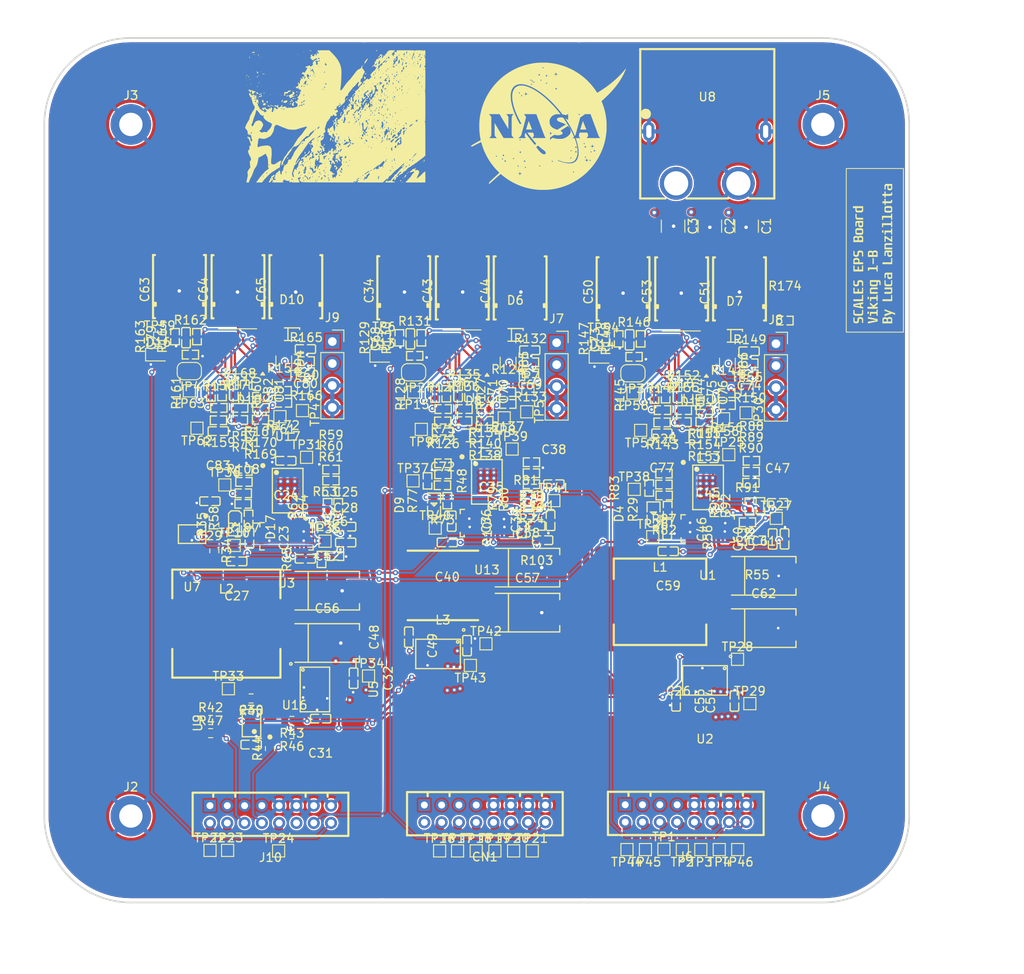
<source format=kicad_pcb>
(kicad_pcb (version 20241229) (generator "pcbnew") (generator_version "9.0")
  (layers (0 "F.Cu" mixed "Signal1") (4 "In1.Cu" power "GND") (6 "In2.Cu" power "Power") (2 "B.Cu" mixed "Signal2") (13 "F.Paste" user) (15 "B.Paste" user) (5 "F.SilkS" user "F.Silkscreen") (7 "B.SilkS" user "B.Silkscreen") (1 "F.Mask" user) (3 "B.Mask" user) (25 "Edge.Cuts" user))
  (net 0 "")
  (net 1 "+V_Batt")
  (net 2 "GND")
  (net 3 "/Perif_Subsystem/WD_Perif/WDT-VIN")
  (net 4 "Net-(C68-Pad2)")
  (net 5 "WDT_WDI_Perif")
  (net 6 "Net-(U6B-+)")
  (net 7 "Net-(U6C--)")
  (net 8 "Net-(U1-TR{slash}SS)")
  (net 9 "Net-(U1-BST)")
  (net 10 "Net-(U1-INTVCC)")
  (net 11 "Net-(U1-FB)")
  (net 12 "Net-(U1-BIAS)")
  (net 13 "+3.3V_OBC")
  (net 14 "+20V_Jetson")
  (net 15 "WDT_WDI_Jetson")
  (net 16 "Net-(C73-Pad2)")
  (net 17 "Net-(U10B-+)")
  (net 18 "Net-(U10C--)")
  (net 19 "Net-(U10D--)")
  (net 20 "Net-(U17-VOUT)")
  (net 21 "Net-(U3-TR{slash}SS)")
  (net 22 "Net-(U3-BIAS)")
  (net 23 "Net-(U3-FB)")
  (net 24 "Net-(U3-BST)")
  (net 25 "Net-(U3-SW)")
  (net 26 "Net-(U3-INTVCC)")
  (net 27 "Net-(U6D--)")
  (net 28 "Net-(U12-VOUT)")
  (net 29 "Net-(U13-TR{slash}SS)")
  (net 30 "Net-(U13-BST)")
  (net 31 "Net-(U13-SW)")
  (net 32 "Net-(U13-INTVCC)")
  (net 33 "/OBC_Subsystem/WD_OBC/WDT-VIN")
  (net 34 "/Jetson_Subsystem/WD_Jetson/WDT-VIN")
  (net 35 "Net-(U13-BIAS)")
  (net 36 "Net-(U13-FB)")
  (net 37 "Net-(U1-VIN)")
  (net 38 "WDT_WDI_OBC")
  (net 39 "Net-(CN1-Pad8)")
  (net 40 "Net-(CN1-Pad4)")
  (net 41 "Net-(CN1-Pad14)")
  (net 43 "Net-(CN1-Pad12)")
  (net 44 "Net-(CN1-Pad10)")
  (net 45 "Net-(CN1-Pad6)")
  (net 46 "Net-(D4-K)")
  (net 47 "Net-(D9-K)")
  (net 48 "Net-(U1-SW)")
  (net 49 "Net-(D13-A)")
  (net 50 "Net-(J6-Pad6)")
  (net 51 "Net-(J6-Pad4)")
  (net 52 "Net-(J6-Pad2)")
  (net 53 "Net-(J6-Pad8)")
  (net 54 "Net-(J6-Pad10)")
  (net 55 "Net-(J6-Pad12)")
  (net 56 "+5V_Perif")
  (net 57 "OBC_EN_JETSON")
  (net 58 "Net-(J10-Pad2)")
  (net 59 "OBC SDA")
  (net 60 "OBC SCL")
  (net 61 "Net-(J10-Pad4)")
  (net 62 "OBC_EN_PERIF")
  (net 63 "Net-(J10-Pad10)")
  (net 64 "~{WD_EN_JETSON}")
  (net 65 "Net-(D14-A)")
  (net 66 "Net-(JP2-A)")
  (net 67 "~{WD_EN_PERIF}")
  (net 68 "~{WD_EN_OBC}")
  (net 69 "Net-(U15-SEL2)")
  (net 70 "Net-(U15-SEL1)")
  (net 71 "Net-(U15-~{ST})")
  (net 72 "Net-(U15-LATCH)")
  (net 73 "Net-(U15-DIA_EN)")
  (net 74 "Net-(D15-A)")
  (net 75 "Net-(D17-K)")
  (net 76 "Net-(JP3-A)")
  (net 77 "/Jetson_Subsystem/WD_Jetson/WDT-VP")
  (net 78 "Net-(R124-Pad1)")
  (net 79 "Net-(R132-Pad2)")
  (net 80 "Net-(R134-Pad2)")
  (net 81 "Net-(U15-SNS)")
  (net 82 "Net-(U6B--)")
  (net 83 "/Perif_Subsystem/WD_Perif/WDT-VP")
  (net 84 "Net-(U7-MOD)")
  (net 85 "Net-(U7-SET)")
  (net 86 "Net-(U6A--)")
  (net 87 "Net-(R141-Pad1)")
  (net 88 "Net-(U17-LATCH)")
  (net 89 "SDA")
  (net 90 "Net-(U10B--)")
  (net 91 "SCL")
  (net 92 "Net-(U9-READY)")
  (net 93 "Net-(U9-EN)")
  (net 94 "Net-(U10A--)")
  (net 95 "Net-(U1-RT)")
  (net 96 "Net-(U1-EN{slash}UV)")
  (net 97 "Net-(U17-SNS)")
  (net 98 "Net-(U17-~{ST})")
  (net 99 "Net-(U17-DIA_EN)")
  (net 100 "Net-(U17-SEL2)")
  (net 101 "Net-(U17-SEL1)")
  (net 102 "Net-(U3-RT)")
  (net 103 "Net-(U3-EN{slash}UV)")
  (net 104 "Net-(U6C-+)")
  (net 105 "Net-(D8-A)")
  (net 106 "Net-(U12-SNS)")
  (net 107 "Net-(U12-LATCH)")
  (net 108 "Net-(U12-~{ST})")
  (net 109 "Net-(U12-SEL2)")
  (net 110 "Net-(U12-SEL1)")
  (net 111 "Net-(U12-DIA_EN)")
  (net 112 "Net-(U13-EN{slash}UV)")
  (net 113 "/OBC_Subsystem/WD_OBC/WDT-VP")
  (net 114 "Net-(R149-Pad2)")
  (net 115 "Net-(U13-RT)")
  (net 116 "SYNC_PHASE3")
  (net 117 "SYNC_PHASE1")
  (net 118 "SYNC_PHASE2")
  (net 137 "Net-(R151-Pad2)")
  (net 138 "Net-(U10C-+)")
  (net 139 "Net-(C79-Pad2)")
  (net 140 "Net-(U11B-+)")
  (net 141 "Net-(U11C--)")
  (net 142 "Net-(U11D--)")
  (net 143 "Net-(D16-A)")
  (net 144 "Net-(D18-A)")
  (net 145 "Net-(JP4-A)")
  (net 146 "Net-(R157-Pad1)")
  (net 147 "Net-(U11B--)")
  (net 148 "Net-(U11A--)")
  (net 149 "Net-(R165-Pad2)")
  (net 150 "Net-(R167-Pad2)")
  (net 151 "Net-(U11C-+)")
  (net 152 "Net-(U10E-V+)")
  (net 153 "Net-(D7-C)")
  (net 154 "Net-(D10-C)")
  (net 155 "Net-(D6-C)")
  (net 156 "Net-(D8-C)")
  (net 157 "Net-(D15-C)")
  (net 158 "Net-(D18-C)")
  (footprint "TestPoint:TestPoint_Pad_1.0x1.0mm" (layer "F.Cu") (at 205.782 70.2415 -90)
    (property "Reference" "TP5")
    (property "Value" "TestPoint")
  )
  (footprint "EPS:R0402" (layer "F.Cu") (at 172.5595 71.18675)
    (property "Reference" "R171")
    (property "Value" "100k")
  )
  (footprint "TestPoint:TestPoint_Pad_1.0x1.0mm" (layer "F.Cu") (at 171.958 85.6996)
    (property "Reference" "TP10")
    (property "Value" "TestPoint")
  )
  (footprint "TestPoint:TestPoint_Pad_1.0x1.0mm" (layer "F.Cu") (at 197.781 121.031)
    (property "Reference" "TP17")
    (property "Value" "TestPoint")
  )
  (footprint "TestPoint:TestPoint_Pad_1.0x1.0mm" (layer "F.Cu") (at 166.768 67.81925 180)
    (property "Reference" "TP63")
    (property "Value" "TestPoint")
  )
  (footprint "EPS:R0402" (layer "F.Cu") (at 170.1365 71.21875)
    (property "Reference" "R158")
    (property "Value" "10k")
  )
  (footprint "EPS:R0402" (layer "F.Cu") (at 223.8505 71.4395)
    (property "Reference" "R155")
    (property "Value" "100k")
  )
  (footprint "EPS:C0402" (layer "F.Cu") (at 197.104 82.889 -90)
    (property "Reference" "C36")
    (property "Value" "22n")
  )
  (footprint "EPS:R0402" (layer "F.Cu") (at 183.9832 81.2188 90)
    (property "Reference" "R64")
    (property "Value" "2k")
  )
  (footprint "EPS:C0402" (layer "F.Cu") (at 184.8468 83.5284)
    (property "Reference" "C25")
    (property "Value" "2.2u")
  )
  (footprint "MountingHole:MountingHole_2.7mm_M2.5_DIN965_Pad" (layer "F.Cu") (at 160.0128 37)
    (property "Reference" "J3")
    (property "Value" "Conn_01x01_Socket")
  )
  (footprint "TestPoint:TestPoint_Pad_1.0x1.0mm" (layer "F.Cu") (at 177.2455 70.80375 180)
    (property "Reference" "TP61")
    (property "Value" "TestPoint")
  )
  (footprint "EPS:R0402" (layer "F.Cu") (at 196.48 68.151 -90)
    (property "Reference" "R127")
    (property "Value" "10k")
  )
  (footprint "LED_SMD:LED_0603_1608Metric" (layer "F.Cu") (at 214.488 63.87575)
    (property "Reference" "D14")
    (property "Value" "GREEN")
  )
  (footprint "EPS:C0402" (layer "F.Cu") (at 169.1496 80.582 180)
    (property "Reference" "C29")
    (property "Value" "100n")
  )
  (footprint "EPS:CONN-TH_DF11-16DP-2DSA-08" (layer "F.Cu") (at 200.941 116.729 180)
    (property "Reference" "CN1")
    (property "Value" "DF11-16DP-2DSA(08)")
  )
  (footprint "EPS:C0402" (layer "F.Cu") (at 172.2572 87.5416 180)
    (property "Reference" "C27")
    (property "Value" "100n")
  )
  (footprint "Package_SO:TSSOP-14_4.4x5mm_P0.65mm" (layer "F.Cu") (at 172.356 63.24725 180)
    (property "Reference" "U11")
    (property "Value" "TLV1704")
  )
  (footprint "EPS:R0402" (layer "F.Cu") (at 180.279 64.37925 180)
    (property "Reference" "R166")
    (property "Value" "100k")
  )
  (footprint "EPS:R0402" (layer "F.Cu") (at 180.279 65.64925)
    (property "Reference" "R165")
    (property "Value" "1k")
  )
  (footprint "TestPoint:TestPoint_Pad_1.0x1.0mm" (layer "F.Cu") (at 180.3256 75.502)
    (property "Reference" "TP31")
    (property "Value" "TestPoint")
  )
  (footprint "LED_SMD:LED_0603_1608Metric" (layer "F.Cu") (at 189.13 63.75925)
    (property "Reference" "D13")
    (property "Value" "GREEN")
  )
  (footprint "EPS:R0402" (layer "F.Cu") (at 231.5236 81.1412 90)
    (property "Reference" "R93")
    (property "Value" "110k")
  )
  (footprint "EPS:R0402" (layer "F.Cu") (at 183.1468 78.1944)
    (property "Reference" "R60")
    (property "Value" "15k")
  )
  (footprint "TestPoint:TestPoint_Pad_1.0x1.0mm" (layer "F.Cu") (at 231.14 70.358 -90)
    (property "Reference" "TP30")
    (property "Value" "TestPoint")
  )
  (footprint "EPS:R0402" (layer "F.Cu") (at 221.6448 77.382)
    (property "Reference" "R28")
    (property "Value" "1k")
  )
  (footprint "EPS:SOD-323_L1.8-W1.3-LS2.5-RD" (layer "F.Cu") (at 229.814 61.457)
    (property "Reference" "D7")
    (property "Value" "1N4448WS-7-F")
  )
  (footprint "EPS:SOD-323_L1.8-W1.3-LS2.5-RD" (layer "F.Cu") (at 178.6128 61.2648)
    (property "Reference" "D10")
    (property "Value" "1N4448WS-7-F")
  )
  (footprint "TestPoint:TestPoint_Pad_1.0x1.0mm" (layer "F.Cu") (at 195.199 83.693)
    (property "Reference" "TP40")
    (property "Value" "TestPoint")
  )
  (footprint "EPS:CAP-SMD_L7.3-W6.1_TCN4227M025R0100" (layer "F.Cu") (at 198.331 56.2615 90)
    (property "Reference" "C43")
    (property "Value" "100uF")
  )
  (footprint "EPS:R0402" (layer "F.Cu") (at 200.9705 68.654 180)
    (property "Reference" "R134")
    (property "Value" "1k")
  )
  (footprint "Resistor_SMD:R_1206_3216Metric" (layer "F.Cu") (at 228.981 64.759 -90)
    (property "Reference" "R86")
    (property "Value" "10")
  )
  (footprint "EPS:R0402" (layer "F.Cu") (at 226.3285 68.7705 180)
    (property "Reference" "R151")
    (property "Value" "1k")
  )
  (footprint "EPS:R0402" (layer "F.Cu") (at 221.4735 70.0405 180)
    (property "Reference" "R143")
    (property "Value" "10k")
  )
  (footprint "EPS:R0402" (layer "F.Cu") (at 196.039 78.74 180)
    (property "Reference" "R73")
    (property "Value" "15k")
  )
  (footprint "EPS:IND-SMD_L8.0-W8.0" (layer "F.Cu") (at 196.088 90.3224 180)
    (property "Reference" "L3")
    (property "Value" "10u")
  )
  (footprint "EPS:SOD-323_L1.8-W1.3-LS2.5-RD" (layer "F.Cu") (at 204.456 61.3405)
    (property "Reference" "D6")
    (property "Value" "1N4448WS-7-F")
  )
  (footprint "EPS:R0402" (layer "F.Cu") (at 170.547 68.01475 -90)
    (property "Reference" "R160")
    (property "Value" "10k")
  )
  (footprint "EPS:CAP-SMD_L7.3-W6.1_TCN4227M025R0100" (layer "F.Cu") (at 230.378 56.378 90)
    (property "Reference" "C51")
    (property "Value" "100uF")
  )
  (footprint "EPS:LED0603-RD_RED" (layer "F.Cu") (at 172.0452 83.1856 -90)
    (property "Reference" "D17")
    (property "Value" "LED")
  )
  (footprint "EPS:R0402" (layer "F.Cu") (at 191.05 61.6835 90)
    (property "Reference" "R129")
    (property "Value" "10k")
  )
  (footprint "EPS:R0402" (layer "F.Cu") (at 206.326 76.073 180)
    (property "Reference" "R78")
    (property "Value" "15k")
  )
  (footprint "EPS:C0402" (layer "F.Cu") (at 173.1815 67.75575 -90)
    (property "Reference" "C81")
    (property "Value" "10u")
  )
  (footprint "TestPoint:TestPoint_Pad_1.0x1.0mm" (layer "F.Cu") (at 206.417 121.031)
    (property "Reference" "TP21")
    (property "Value" "TestPoint")
  )
  (footprint "LED_SMD:LED_0603_1608Metric" (layer "F.Cu") (at 163.197 63.623)
    (property "Reference" "D16")
    (property "Value" "GREEN")
  )
  (footprint "EPS:R0402" (layer "F.Cu") (at 231.57 65.902)
    (property "Reference" "R149")
    (property "Value" "1k")
  )
  (footprint "Resistor_SMD:R_0603_1608Metric" (layer "F.Cu") (at 169.2336 107.4132)
    (property "Reference" "R47")
    (property "Value" "4.7k")
  )
  (footprint "EPS:CAP-SMD_L7.3-W6.1_TCN4227M025R0100" (layer "F.Cu") (at 165.625 56.11025 90)
    (property "Reference" "C63")
    (property "Value" "100uF")
  )
  (footprint "EPS:R0402" (layer "F.Cu") (at 203.594 69.3315)
    (property "Reference" "R124")
    (property "Value" "10k")
  )
  (footprint "EPS:R0402" (layer "F.Cu") (at 196.0695 71.355)
    (property "Reference" "R125")
    (property "Value" "10k")
  )
  (footprint "EPS:R0402" (layer "F.Cu") (at 231.754 75.9088)
    (property "Reference" "R88")
    (property "Value" "15k")
  )
  (footprint "EPS:C0402" (layer "F.Cu") (at 208.915 78.613)
    (property "Reference" "C38")
    (property "Value" "2.2u")
  )
  (footprint "LOGO" (layer "F.Cu") (at 207.891383 37.145886)
    (property "Reference" "G***" (hide yes))
    (property "Value" "LOGO" (hide yes))
  )
  (footprint "TestPoint:TestPoint_Pad_1.0x1.0mm" (layer "F.Cu") (at 193.59 72.2735 180)
    (property "Reference" "TP9")
    (property "Value" "TestPoint")
  )
  (footprint "Capacitor_SMD:C_1210_3225Metric" (layer "F.Cu") (at 226.949 48.768 -90)
    (property "Reference" "C2")
    (property "Value" "10u")
  )
  (footprint "EPS:R0402" (layer "F.Cu") (at 230.7108 84.748 90)
    (property "Reference" "R56")
    (property "Value" "10k")
  )
  (footprint "EPS:R0402" (layer "F.Cu") (at 182.764 81.2152 90)
    (property "Reference" "R62")
    (property "Value" "110k")
  )
  (footprint "EPS:HTSSOP-16_L5.0-W4.4-P0.65-LS6.4-TL-EP2.9" (layer "F.Cu") (at 178.1412 79.3628)
    (property "Reference" "U17")
    (property "Value" "TPS1HB08BQPWPRQ1")
  )
  (footprint "TestPoint:TestPoint_Pad_1.0x1.0mm" (layer "F.Cu") (at 223.7718 120.8782 180)
    (property "Reference" "TP2")
    (property "Value" "TestPoint")
  )
  (footprint "EPS:CAP-SMD_L7.3-W6.1_TCN4227M025R0100" (layer "F.Cu") (at 216.916 56.363 90)
    (property "Reference" "C50")
    (property "Value" "100uF")
  )
  (footprint "EPS:R0402" (layer "F.Cu") (at 206.212 65.7855)
    (property "Reference" "R132")
    (property "Value" "1k")
  )
  (footprint "MountingHole:MountingHole_2.7mm_M2.5_DIN965_Pad" (layer "F.Cu") (at 160.0128 117)
    (property "Reference" "J2")
    (property "Value" "Conn_01x01_Socket")
  )
  (footprint "TestPoint:TestPoint_Pad_1.0x1.0mm" (layer "F.Cu") (at 204.089 74.549)
    (property "Reference" "TP39")
    (property "Value" "TestPoint")
  )
  (footprint "EPS:R0402" (layer "F.Cu") (at 192.828 63.7645)
    (property "Reference" "R131")
    (property "Value" "3k")
  )
  (footprint "TestPoint:TestPoint_Pad_1.0x1.0mm" (layer "F.Cu") (at 199.262 99.579 180)
    (property "Reference" "TP43")
    (property "Value" "TestPoint")
  )
  (footprint "Jumper:SolderJumper-2_P1.3mm_Open_RoundedPad1.0x1.5mm" (layer "F.Cu") (at 192.701 65.6695 180)
    (property "Reference" "JP2")
    (property "Value" "SolderJumper_2_Open")
  )
  (footprint "EPS:R0402" (layer "F.Cu") (at 205.232 83.869 90)
    (property "Reference" "R104")
    (property "Value" "5k")
  )
  (footprint "EPS:C0402" (layer "F.Cu") (at 217.678 61.92 90)
    (property "Reference" "C73")
    (property "Value" "10u")
  )
  (footprint "EPS:C0402" (layer "F.Cu") (at 235.5876 84.9424 90)
    (property "Reference" "C78")
    (property "Value" "100n")
  )
  (footprint "EPS:C0402" (layer "F.Cu") (at 231.485 63.235 180)
    (property "Reference" "C74")
    (property "Value" "10u")
  )
  (footprint "TestPoint:TestPoint_Pad_1.0x1.0mm" (layer "F.Cu") (at 192.701 67.9555 180)
    (property "Reference" "TP15")
    (property "Value" "TestPoint")
  )
  (footprint "EPS:R0402" (layer "F.Cu") (at 183.1432 79.4644)
    (property "Reference" "R61")
    (property "Value" "15k")
  )
  (footprint "Resistor_SMD:R_1206_3216Metric" (layer "F.Cu") (at 203.623 64.6425 -90)
    (property "Reference" "R85")
    (property "Value" "10")
  )
  (footprint "TestPoint:TestPoint_Pad_1.0x1.0mm" (layer "F.Cu") (at 202.099 121.031)
    (property "Reference" "TP19")
    (property "Value" "TestPoint")
  )
  (footprint "EPS:HTSSOP-16_L5.0-W4.4-P0.65-LS6.4-TL-EP2.9" (layer "F.Cu") (at 201.168 78.3425)
    (property "Reference" "U12")
    (property "Value" "TPS1HB08BQPWPRQ1")
  )
  (footprint "EPS:R0402" (layer "F.Cu") (at 172.5955 69.78775)
    (property "Reference" "R168")
    (property "Value" "100k")
  )
  (footprint "EPS:C0402" (layer "F.Cu") (at 184.8468 85.3572)
    (property "Reference" "C28")
    (property "Value" "100n")
  )
  (footprint "Connector_PinSocket_2.54mm:PinSocket_1x04_P2.54mm_Vertical" (layer "F.Cu") (at 234.594 62.367)
    (property "Reference" "J8")
    (property "Value" "Conn_01x04")
  )
  (footprint "TestPoint:TestPoint_Pad_1.0x1.0mm" (layer "F.Cu") (at 201.0664 97.0788)
    (property "Reference" "TP42")
    (property "Value" "TestPoint")
  )
  (footprint "EPS:R0402" (layer "F.Cu") (at 196.596 80.518 90)
    (property "Reference" "R77")
    (property "Value" "1k")
  )
  (footprint "Resistor_SMD:R_0603_1608Metric" (layer "F.Cu") (at 169.6576 83.2744 90)
    (property "Reference" "R35")
    (property "Value" "17k")
  )
  (footprint "EPS:C0402" (layer "F.Cu") (at 223.2025 68.0085 -90)
    (property "Reference" "C75")
    (property "Value" "10u")
  )
  (footprint "EPS:R0402" (layer "F.Cu") (at 205.662 82.169)
    (property "Reference" "R81")
    (property "Value" "47k")
  )
  (footprint "EPS:R0402" (layer "F.Cu") (at 207.137 80.391 90)
    (property "Reference" "R80")
    (property "Value" "2k")
  )
  (footprint "EPS:QFN-28_L6.0-W3.0-P0.50-BL-EP" (layer "F.Cu") (at 201.169 83.107 180)
    (property "Reference" "U13")
    (property "Value" "LT8612EUDE#PBF")
  )
  (footprint "EPS:R0402" (layer "F.Cu") (at 173.0848 77.0768)
    (property "Reference" "R57")
    (property "Value" "1k")
  )
  (footprint "EPS:R0402" (layer "F.Cu") (at 196.09277 77.47)
    (property "Reference" "R72")
    (property "Value" "15k")
  )
  (footprint "EPS:C0402" (layer "F.Cu") (at 234.7748 80.7856)
    (property "Reference" "C47")
    (property "Value" "2.2u")
  )
  (footprint "TestPoint:TestPoint_Pad_1.0x1.0mm" (layer "F.Cu") (at 228.5365 71.0565 180)
    (property "Reference" "TP56")
    (property "Value" "TestPoint")
  )
  (footprint "TestPoint:TestPoint_Pad_1.0x1.0mm" (layer "F.Cu") (at 217.371 120.8782 180)
    (property "Reference" "TP44")
    (property "Value" "TestPoint")
  )
  (footprint "Resistor_SMD:R_0603_1608Metric" (layer "F.Cu") (at 178.6316 107.5148 180)
    (property "Reference" "R46")
    (property "Value" "4.7k")
  )
  (footprint "Package_SO:TSSOP-14_4.4x5mm_P0.65mm" (layer "F.Cu") (at 198.289 63.3835 180)
    (property "Reference" "U6")
    (property "Value" "TLV1704")
  )
  (footprint "EPS:R0402" (layer "F.Cu") (at 222.0748 81.5476 90)
    (property "Reference" "R29")
    (property "Value" "1k")
  )
  (footprint "EPS:R0402" (layer "F.Cu") (at 198.5285 69.924)
    (property "Reference" "R135")
    (property "Value" "100k")
  )
  (footprint "Connector_PinSocket_2.54mm:PinSocket_1x04_P2.54mm_Vertical" (layer "F.Cu") (at 183.303 62.11425)
    (property "Reference" "J9")
    (property "Value" "Conn_01x04")
  )
  (footprint "EPS:IND-SMD_L10.7-W10.0_ETQP5MXXXX" (layer "F.Cu") (at 221.1888 92.2156)
    (property "Reference" "L1")
    (property "Value" "47uH")
  )
  (footprint "EPS:R0402" (layer "F.Cu") (at 173.0848 78.3468)
    (property "Reference" "R41")
    (property "Value" "15k")
  )
  (footprint "EPS:TSSOP-16_L5.0-W4.4-P0.65-LS6.4-BL-1" (layer "F.Cu") (at 195.5292 98.2472 180)
    (property "Reference" "U16")
    (property "Value" "INA260AIPWR")
  )
  (footprint "EPS:R0402" (layer "F.Cu") (at 193.59 61.6835 90)
    (property "Reference" "R130")
    (property "Value" "10k")
  )
  (footprint "EPS:R0402" (layer "F.Cu") (at 219.9412 79.0584 90)
    (property "Reference" "R83")
    (property "Value" "15k")
  )
  (footprint "EPS:R0402" (layer "F.Cu") (at 196.1155 69.924 180)
    (property "Reference" "R126")
    (property "Value" "10k")
  )
  (footprint "EPS:CAP-SMD_L7.3-W4.3-FD" (layer "F.Cu") (at 233.1776 95.2636)
    (property "Reference" "C62")
    (property "Value" "47u")
  )
  (footprint "EPS:QFN-28_L6.0-W3.0-P0.50-BL-EP" (layer "F.Cu") (at 178.0088 84.6436 180)
    (property "Reference" "U3")
    (property "Value" "LT8612EUDE#PBF")
  )
  (footprint "EPS:C0402" (layer "F.Cu") (at 207.6196 85.09)
    (property "Reference" "C41")
    (property "Value" "100n")
  )
  (footprint "Jumper:SolderJumper-2_P1.3mm_Open_RoundedPad1.0x1.5mm" (layer "F.Cu") (at 218.059 65.786 180)
    (property "Reference" "JP3")
    (property "Value" "SolderJumper_2_Open")
  )
  (footprint "TestPoint:TestPoint_Pad_1.0x1.0mm" (layer "F.Cu") (at 171.2832 102.2736)
    (property "Reference" "TP33")
    (property "Value" "TestPoint")
  )
  (footprint "TestPoint:TestPoint_Pad_1.0x1.0mm" (layer "F.Cu") (at 204.258 121.031)
    (property "Reference" "TP20")
    (property "Value" "TestPoint")
  )
  (footprint "EPS:C0402" (layer "F.Cu") (at 224.4725 68.0085 -90)
    (property "Reference" "C76")
    (property "Value" "10u")
  )
  (footprint "EPS:R0402" (layer "F.Cu") (at 174.9995 71.15075 180)
    (property "Reference" "R169")
    (property "Value" "100k")
  )
  (footprint "EPS:R0402" (layer "F.Cu") (at 173.012 79.6676 180)
    (property "Reference" "R107")
    (property "Value" "56.2k")
  )
  (footprint "EPS:R0402" (layer "F.Cu") (at 195.189 68.195 90)
    (property "Reference" "R128")
    (property "Value" "3k")
  )
  (footprint "EPS:R0402" (layer "F.Cu") (at 226.2905 71.4035 180)
    (property "Reference" "R153")
    (property "Value" "100k")
  )
  (footprint "EPS:C0402" (layer "F.Cu") (at 223.04 103.6876 -90)
    (property "Reference" "C54")
    (property "Value" "100n")
  )
  (footprint "EPS:CONN-TH_DF11-16DP-2DSA-08" (layer "F.Cu") (at 224.1678 116.6966 180)
    (property "Reference" "J6")
    (property "Value" "DF11-16DP-2DSA")
  )
  (footprint "Resistor_SMD:R_0603_1608Metric" (layer "F.Cu") (at 169.6576 86.3224 -90)
    (property "Reference" "R34")
    (property "Value" "14k")
  )
  (footprint "EPS:R0402" (layer "F.Cu") (at 232.7936 81.1176 90)
    (property "Reference" "R92")
    (property "Value" "2k")
  )
  (footprint "Resistor_SMD:R_1206_3216Metric" (layer "F.Cu") (at 177.69 64.50625 -90)
    (property "Reference" "R94")
    (property "Value" "10")
  )
  (footprint "EPS:R0402" (layer "F.Cu") (at 169.256 68.05875 90)
    (property "Reference" "R161")
    (property "Value" "3k")
  )
  (footprint "EPS:R0402" (layer "F.Cu") (at 231.2968 83.0208)
    (property "Reference" "R91")
    (property "Value" "47k")
  )
  (footprint "EPS:C0402" (layer "F.Cu") (at 170.1135 72.47535 180)
    (property "Reference" "C83")
    (property "Value" "10u")
  )
  (footprint "EPS:C0402" (layer "F.Cu") (at 197.8445 67.892 -90)
    (property "Reference" "C71")
    (property "Value" "10u")
  )
  (footprint "EPS:R0402" (layer "F.Cu") (at 231.7032 78.4488)
    (property "Reference" "R90")
    (property "Value" "15k")
  )
  (footprint "Capacitor_SMD:C_1210_3225Metric" (layer "F.Cu") (at 231.199 48.768 -90)
    (property "Reference" "C1")
    (property "Value" "10u")
  )
  (footprint "Capacitor_SMD:C_1210_3225Metric" (layer "F.Cu") (at 222.699 48.768 -90)
    (property "Reference" "C3")
    (property "Value" "10u")
  )
  (footprint "TestPoint:TestPoint_Pad_1.0x1.0mm" (layer "F.Cu") (at 229.136 75.1976)
    (property "Reference" "TP25")
    (property "Value" "TestPoint")
  )
  (footprint "EPS:R0402" (layer "F.Cu") (at 218.186 63.881)
    (property "Reference" "R146")
    (property "Value" "3k")
  )
  (footprint "Resistor_SMD:R_0603_1608Metric" (layer "F.Cu") (at 176.0916 109.1912 90)
    (property "Reference" "R44")
    (property "Value" "4.7k")
  )
  (footprint "EPS:R0402" (layer "F.Cu") (at 228.952 69.448)
    (property "Reference" "R141")
    (property "Value" "10k")
  )
  (footprint "EPS:TH_2P-XT60PW-F" (layer "F.Cu") (at 226.651 40.815)
    (property "Reference" "U8")
    (property "Value" "XT60PW-F_C428722")
  )
  (footprint "EPS:IND-SMD_FTKB1207-6R1NT" (layer "F.Cu") (at 171.0516 94.742)
    (property "Reference" "L2")
    (property "Value" "6.1u")
  )
  (footprint "EPS:CAP-SMD_L7.3-W6.1_TCN4227M025R0100" (layer "F.Cu") (at 191.558 56.2465 90)
    (property "Reference" "C34")
    (property "Value" "100uF")
  )
  (footprint "EPS:CAP-SMD_L7.3-W4.3-FD" (layer "F.Cu") (at 205.867 88.265)
    (property "Reference" "C58")
    (property "Value" "47u")
  )
  (footprint "EPS:C0402" (layer "F.Cu") (at 201.676 74.93 180)
    (property "Reference" "C35")
    (property "Value" "220n")
  )
  (footprint "TestPoint:TestPoint_Pad_1.0x1.0mm" (layer "F.Cu") (at 189.272 61.8595)
    (property "Reference" "TP6")
    (property "Value" "TestPoint")
  )
  (footprint "EPS:R0402" (layer "F.Cu") (at 167.657 61.54725 90)
    (property "Reference" "R164")
    (property "Value" "10k")
  )
  (footprint "EPS:TSSOP-16_L5.0-W4.4-P0.65-LS6.4-BL-1" (layer "F.Cu") (at 181.2908 102.362 -90)
    (property "Reference" "U5")
    (property "Value" "INA260AIPWR")
  )
  (footprint "TestPoint:TestPoint_Pad_1.0x1.0mm" (layer "F.Cu") (at 214.63 61.976)
    (property "Reference" "TP54")
    (property "Value" "TestPoint")
  )
  (footprint "EPS:C0402" (layer "F.Cu") (at 234.216 84.9512 90)
    (property "Reference" "C60")
    (property "Value" "10p")
  )
  (footprint "TestPoint:TestPoint_Pad_1.0x1.0mm" (layer "F.Cu") (at 182.4592 85.2048)
    (property "Reference" "TP35")
    (property "Value" "TestPoint")
  )
  (footprint "TestPoint:TestPoint_Pad_1.0x1.0mm" (layer "F.Cu") (at 230.152 98.8704)
    (property "Reference" "TP28")
    (property "Value" "TestPoint")
  )
  (footprint "TestPoint:TestPoint_Pad_1.0x1.0mm" (layer "F.Cu") (at 179.849 70.10525 -90)
    (property "Reference" "TP47")
    (property "Value" "TestPoint")
  )
  (footprint "EPS:R0402" (layer "F.Cu") (at 194.31 78.232 -90)
    (property "Reference" "R48")
    (property "Value" "15k")
  )
  (footprint "EPS:C0402" (layer "F.Cu") (at 199.1145 67.892 -90)
    (property "Reference" "C70")
    (property "Value" "10u")
  )
  (footprint "EPS:R0402" (layer "F.Cu") (at 223.8865 70.0405)
    (property "Reference" "R152")
    (property "Value" "100k")
  )
  (footprint "EPS:CONN-TH_DF11-16DP-2DSA-08" (layer "F.Cu") (at 176.1572 116.7982 180)
    (property "Reference" "J10")
    (property "Value" "DF11-16DP-2DSA")
  )
  (footprint "EPS:CAP-SMD_L7.3-W4.3-FD" (layer "F.Cu") (at 182.7132 96.982)
    (property "Reference" "C56")
    (property "Value" "47u")
  )
  (footprint "EPS:C0402" (layer "F.Cu") (at 181.9512 105.728 180)
    (property "Reference" "C31")
    (property "Value" "100n")
  )
  (footprint "TestPoint:TestPoint_Pad_1.0x1.0mm" (layer "F.Cu") (at 219.5046 120.8782 180)
    (property "Reference" "TP45")
    (property "Value" "TestPoint")
  )
  (footprint "EPS:R0402" (layer "F.Cu") (at 226.3285 70.0405 180)
    (property "Reference" "R154")
    (property "Value" "4.7M")
  )
  (footprint "TestPoint:TestPoint_Pad_1.0x1.0mm" (layer "F.Cu") (at 230.1726 120.8782 180)
    (property "Reference" "TP46")
    (property "Value" "TestPoint")
  )
  (footprint "EPS:C0402" (layer "F.Cu") (at 229.7964 103.6964 90)
    (property "Reference" "C55")
    (property "Value" "100n")
  )
  (footprint "MountingHole:MountingHole_2.7mm_M2.5_DIN965_Pad" (layer "F.Cu") (at 240.0128 37)
    (property "Reference" "J5")
    (property "Value" "Conn_01x01_Socket")
  )
  (footprint "TestPoint:TestPoint_Pad_1.0x1.0mm" (layer "F.Cu") (at 203.1785 70.94 180)
    (property "Reference" "TP8")
    (property "Value" "TestPoint")
  )
  (footprint "TestPoint:TestPoint_Pad_1.0x1.0mm" (layer "F.Cu") (at 187.4884 100.8004)
    (property "Reference" "TP34")
    (property "Value" "TestPoint")
  )
  (footprint "TestPoint:TestPoint_Pad_1.0x1.0mm" (layer "F.Cu") (at 171.196 120.9732)
    (property "Reference" "TP23")
    (property "Value" "TestPoint")
  )
  (footprint "EPS:C0402" (layer "F.Cu") (at 173.7216 84.8492 -90)
    (property "Reference" "C23")
    (property "Value" "22n")
  )
  (footprint "EPS:R0402" (layer "F.Cu") (at 166.895 63.62825)
    (property "Reference" "R162")
    (property "Value" "3k")
  )
  (footprint "EPS:R0402" (layer "F.Cu") (at 165.117 61.54725 90)
    (property "Reference" "R163")
    (property "Value" "10k")
  )
  (footprint "EPS:R0402" (layer "F.Cu") (at 196.09277 76.2)
    (property "Reference" "R75")
    (property "Value" "1k")
  )
  (footprint "EPS:C0402" (layer "F.Cu") (at 196.0465 72.6116 180)
    (property "Reference" "C72")
    (property "Value" "10u")
  )
  (footprint "Resistor_SMD:R_0603_1608Metric" (layer "F.Cu") (at 173.916 103.4 180)
    (property "Reference" "R45")
    (property "Value" "4.7k")
  )
  (footprint "EPS:R0402" (layer "F.Cu") (at 221.838 68.2675 -90)
    (property "Reference" "R144")
    (property "Value" "10k")
  )
  (footprint "TestPoint:TestPoint_Pad_1.0x1.0mm" (layer "F.Cu") (at 208.915 80.518)
    (property "Reference" "TP41")
    (property "Value" "TestPoint")
  )
  (footprint "EPS:R0402" (layer "F.Cu") (at 173.62 82.5632 90)
    (property "Reference" "R58")
    (property "Value" "1k")
  )
  (footprint "EPS:R0402" (layer "F.Cu") (at 170.1825 69.78775 180)
    (property "Reference" "R159")
    (property "Value" "10k")
  )
  (footprint "EPS:R0402" (layer "F.Cu") (at 235.634 59.69)
    (property "Reference" "R174")
    (property "Value" "100k")
  )
  (footprint "EPS:CAP-SMD_L7.3-W6.1_TCN4227M025R0100" (layer "F.Cu") (at 172.398 56.12525 90)
    (property "Reference" "C64")
    (property "Value" "100uF")
  )
  (footprint "EPS:C0402" (layer "F.Cu") (at 192.32 61.8035 90)
    (property "Reference" "C68")
    (property "Value" "10u")
  )
  (footprint "EPS:R0402" (layer "F.Cu") (at 177.661 69.19525)
    (property "Reference" "R157")
    (property "Value" "10k")
  )
  (footprint "Package_SO:TSSOP-14_4.4x5mm_P0.65mm" (layer "F.Cu") (at 223.647 63.5 180)
    (property "Reference" "U10")
    (property "Value" "TLV1704")
  )
  (footprint "TestPoint:TestPoint_Pad_1.0x1.0mm" (layer "F.Cu") (at 170.8768 78.7024)
    (property "Reference" "TP36")
    (property "Value" "TestPoint")
  )
  (footprint "EPS:SOD-323_L1.8-W1.3-LS2.5-RD" (layer "F.Cu") (at 224.9805 73.0885)
    (property "Reference" "D15")
    (property "Value" "1N4448WS-7-F")
  )
  (footprint "EPS:R0402" (layer "F.Cu") (at 221.6684 79.922 180)
    (property "Reference" "R82")
    (property "Value" "15k")
  )
  (footprint "TestPoint:TestPoint_Pad_1.0x1.0mm" (layer "F.Cu") (at 192.6336 78.232)
    (property "Reference" "TP37")
    (property "Value" "TestPoint")
  )
  (footprint "Resistor_SMD:R_0603_1608Metric" (layer "F.Cu") (at 178.6316 105.9908 180)
    (property "Reference" "R43")
    (property "Value" "4.7k")
  )
  (footprint "EPS:R0402" (layer "F.Cu") (at 231.57 64.632 180)
    (property "Reference" "R150")
    (property "Value" "100k")
  )
  (footprint "EPS:R0402" (layer "F.Cu") (at 200.9325 71.287 180)
    (property "Reference" "R138")
    (property "Value" "100k")
  )
  (footprint "MountingHole:MountingHole_2.7mm_M2.5_DIN965_Pad" (layer "F.Cu") (at 240.03 116.967)
    (property "Reference" "J4")
    (property "Value" "Conn_01x01_Socket")
  )
  (footprint "Jumper:SolderJumper-2_P1.3mm_Open_RoundedPad1.0x1.5mm" (layer "F.Cu") (at 166.768 65.53325 180)
    (property "Reference" "JP4")
    (property "Value" "SolderJumper_2_Open")
  )
  (footprint "LOGO" (layer "F.Cu") (at 181.55858 36.067124)
    (property "Reference" "G***")
    (property "Value" "LOGO" (hide yes))
  )
  (footprint "TestPoint:TestPoint_Pad_1.0x1.0mm" (layer "F.Cu") (at 218.948 72.39 180)
    (property "Reference" "TP57")
    (property "Value" "TestPoint")
  )
  (footprint "EPS:LED0603-RD_RED" (layer "F.Cu") (at 195.072 81.026 90)
    (property "Reference" "D9")
    (property "Value" "LED")
  )
  (footprint "TestPoint:TestPoint_Pad_1.0x1.0mm" (layer "F.Cu") (at 234.6224 82.5636)
    (property "Reference" "TP27")
    (property "Value" "TestPoint")
  )
  (footprint "EPS:VSSOP-8_L3.0-W3.0-P0.65-LS4.9-BL" (layer "F.Cu") (at 173.958 106.2448 90)
    (property "Reference" "U9")
    (property "Value" "TCA4307DGKR")
  )
  (footprint "EPS:C0402" (layer "F.Cu") (at 171.9115 67.75575 -90)
    (property "Reference" "C82")
    (property "Value" "10u")
  )
  (footprint "TestPoint:TestPoint_Pad_1.0x1.0mm" (layer "F.Cu") (at 163.339 61.72325)
    (property "Reference" "TP59")
    (property "Value" "TestPoint")
  )
  (footprint "EPS:R0402" (layer "F.Cu") (at 231.7268 77.1788)
    (property "Reference" "R89")
    (property "Value" "15k")
  )
  (footprint "Connector_PinSocket_2.54mm:PinSocket_1x04_P2.54mm_Vertical" (layer "F.Cu") (at 209.236 62.2505)
    (property "Reference" "J7")
    (property "Value" "Conn_01x04")
  )
  (footprint "EPS:R0402" (layer "F.Cu") (at 221.4275 71.4715)
    (property "Reference" "R142")
    (property "Value" "10k")
  )
  (footprint "EPS:R0402" (layer "F.Cu") (at 175.0375 68.51775 180)
    (property "Reference" "R167")
    (property "Value" "1k")
  )
  (footprint "EPS:SOD-323_L1.8-W1.3-LS2.5-RD" (layer "F.Cu") (at 173.6895 72.83575)
    (property "Reference" "D18")
    (property "Value" "1N4448WS-7-F")
  )
  (footprint "TestPoint:TestPoint_Pad_1.0x1.0mm" (layer "F.Cu") (at 218.214 79.2108)
    (property "Reference" "TP38")
    (property "Value" "TestPoint")
  )
  (footprint "EPS:C0402" (layer "F.Cu") (at 222.1344 86.3736 180)
    (property "Reference" "C59")
    (property "Value" "100n")
  )
  (footprint "EPS:C0402" (layer "F.Cu") (at 226.7484 75.604 180)
    (property "Reference" "C45")
    (property "Value" "220n")
  )
  (footprint "TestPoint:TestPoint_Pad_1.0x1.0mm" (layer "F.Cu") (at 167.657 72.13725 180)
    (property "Reference" "TP62")
    (property "Value" "TestPoint")
  )
  (footprint "TestPoint:TestPoint_Pad_1.0x1.0mm" (layer "F.Cu") (at 179.976 67.43825)
    (property "Reference" "TP60")
    (property "Value" "TestPoint")
  )
  (footprint "EPS:C0402" (layer "F.Cu") (at 177.9292 75.9084 180)
    (property "Reference" "C24")
    (property "Value" "220n")
  )
  (footprint "EPS:R0402" (layer "F.Cu") (at 203.545 67.9555 180)
    (property "Reference" "R137")
    (property "Value" "100k")
  )
  (footprint "EPS:C0402" (layer "F.Cu") (at 185.7612 101.0544 -90)
    (property "Reference" "C32")
    (property "Value" "100n")
  )
  (footprint "EPS:R0402" (layer "F.Cu") (at 205.867 80.264 90)
    (property "Reference" "R79")
    (property "Value" "110k")
  )
  (footprint "EPS:R0402" (layer "F.Cu") (at 200.9705 69.924 180)
    (property "Reference" "R140")
    (property "Value" "4.7M")
  )
  (footprint "EPS:C0402" (layer "F.Cu") (at 173.916 108.734)
    (property "Reference" "C30")
    (property "Value" "100n")
  )
  (footprint "EPS:R0402" (layer "F.Cu") (at 182.0528 87.3148 90)
    (property "Reference" "R65")
    (property "Value" "240k")
  )
  (footprint "TestPoint:TestPoint_Pad_1.0x1.0mm" (layer "F.Cu") (at 169.164 120.9732)
    (property "Reference" "TP22")
    (property "Value" "TestPoint")
  )
  (footprint "EPS:C0402" (layer "F.Cu") (at 221.4045 72.7281 180)
    (property "Reference" "C77")
    (property "Value" "10u")
  )
  (footprint "EPS:R0402" (layer "F.Cu") (at 216.408 61.8 90)
    (property "Reference" "R147")
    (property "Value" "10k")
  )
  (footprint "EPS:R0402" (layer "F.Cu") (at 218.948 61.8 90)
    (property "Reference" "R148")
    (property "Value" "10k")
  )
  (footprint "EPS:R0402" (layer "F.Cu") (at 198.4925 71.323)
    (property "Reference" "R136")
    (property "Value" "100k")
  )
  (footprint "TestPoint:TestPoint_Pad_1.0x1.0mm" (layer "F.Cu") (at 177.0932 121.031)
    (property "Reference" "TP24")
    (property "Value" "TestPoint")
  )
  (footprint "TestPoint:TestPoint_Pad_1.0x1.0mm" (layer "F.Cu") (at 218.059 68.072 180)
    (property "Reference" "TP58")
    (property "Value" "TestPoint")
  )
  (footprint "TestPoint:TestPoint_Pad_1.0x1.0mm" (layer "F.Cu") (at 231.267 67.691)
    (property "Reference" "TP55")
    (property "Value" "TestPoint")
  )
  (footprint "EPS:R0402" (layer "F.Cu") (at 206.932 83.439 180)
    (property "Reference" "R103")
    (property "Value" "20.8k")
  )
  (footprint "EPS:R0402" (layer "F.Cu") (at 182.4592 83.4776)
    (property "Reference" "R63")
    (property "Value" "47k")
  )
  (footprint "EPS:MSOP-10_L3.0-W3.0-P0.50-LS5.0-BL" (layer "F.Cu") (at 167.0859 84.392 180)
    (property "Reference" "U7")
    (property "Value" "LTC6902")
  )
  (footprint "EPS:CAP-SMD_L7.3-W6.1_TCN4227M025R0100" (layer "F.Cu") (at 223.689 56.378 90)
    (property "Reference" "C53")
    (property "Value" "100uF")
  )
  (footprint "EPS:CAP-SMD_L7.3-W4.3-FD" (layer "F.Cu") (at 233.1776 89.2136)
    (property "Reference" "C61")
    (property "Value" "47u")
  )
  (footprint "TestPoint:TestPoint_Pad_1.0x1.0mm" (layer "F.Cu") (at 195.707 121.031)
    (property "Reference" "TP16")
    (property "Value" "TestPoint")
  )
  (footprint "TestPoint:TestPoint_Pad_1.0x1.0mm" (layer "F.Cu") (at 220.3476 84.6972)
    (property "Reference" "TP26")
    (property "Value" "TestPoint")
  )
  (footprint "TestPoint:TestPoint_Pad_1.0x1.0mm" (layer "F.Cu") (at 205.909 67.5745)
    (property "Reference" "TP7")
    (property "Value" "TestPoint")
  )
  (footprint "EPS:LED0603-RD_RED" (layer "F.Cu") (at 220.4492 82.0556 90)
    (property "Reference" "D4")
    (property "Value" "LED")
  )
  (footprint "EPS:CAP-SMD_L7.3-W6.1_TCN4227M025R0100" (layer "F.Cu") (at 179.087 56.12525 90)
    (property "Reference" "C65")
    (property "Value" "100uF")
  )
  (footprint "EPS:R0402" (layer "F.Cu") (at 183.1468 76.9244)
    (property "Reference" "R59")
    (property "Value" "15k")
  )
  (footprint "TestPoint:TestPoint_Pad_1.0x1.0mm" (layer "F.Cu") (at 199.94 121.031)
    (property "Reference" "TP18")
    (property "Value" "TestPoint")
  )
  (footprint "EPS:R0402" (layer "F.Cu") (at 183.6784 86.932)
    (property "Reference" "R66")
    (property "Value" "100k")
  )
  (footprint "Resistor_SMD:R_0603_1608Metric" (layer "F.Cu") (at 169.2336 105.8892)
    (property "Reference" "R42")
    (property "Value" "4.7k")
  )
  (footprint "EPS:R0402" (layer "F.Cu") (at 220.547 68.3115 90)
    (property "Reference" "R145")
    (property "Value" "3k")
  )
  (footprint "EPS:R0402" (layer "F.Cu") (at 221.6448 78.652 180)
    (property "Reference" "R87")
    (property "Value" "15k")
  )
  (footprint "EPS:R0402" (layer "F.Cu") (at 172.9868 80.8868)
    (property "Reference" "R108")
    (property "Value" "10k")
  )
  (footprint "EPS:C0402" (layer "F.Cu") (at 222.024 83.8336 -90)
    (property "Reference" "C46")
    (property "Value" "22n")
  )
  (footprint "TestPoint:TestPoint_Pad_1.0x1.0mm" (layer "F.Cu") (at 225.9054 120.8782 180)
    (property "Reference" "TP3")
    (property "Value" "TestPoint")
  )
  (footprint "EPS:CAP-SMD_L7.3-W4.3-FD" (layer "F.Cu") (at 182.7132 90.932)
    (property "Reference" "C52")
    (property "Value" "47u")
  )
  (footprint "EPS:C0402" (layer "F.Cu") (at 198.881 97.293 90)
    (property "Reference" "C49")
    (property "Value" "100n")
  )
  (footprint "EPS:R0402" (layer "F.Cu") (at 228.903 68.072 180)
    (property "Reference" "R156")
    (property "Value" "100k")
  )
  (footprint "EPS:R0402" (layer "F.Cu") (at 232.4144 85.1036 180)
    (property "Reference" "R55")
    (property "Value" "196k")
  )
  (footprint "EPS:C0402" (layer "F.Cu") (at 166.387 61.66725 90)
    (property "Reference" "C79")
    (property "Value" "10u")
  )
  (footprint "EPS:R0402" (layer "F.Cu") (at 177.612 67.81925 180)
    (property "Reference" "R172")
    (property "Value" "100k")
  )
  (footprint "TestPoint:TestPoint_Pad_1.0x1.0mm" (layer "F.Cu") (at 228.039 120.8782 180)
    (property "Reference" "TP4")
    (property "Value" "TestPoint")
  )
  (footprint "EPS:R0402" (layer "F.Cu") (at 206.326 78.613 180)
    (property "Reference" "R74")
    (property "Value" "15k")
  )
  (footprint "EPS:HTSSOP-16_L5.0-W4.4-P0.65-LS6.4-TL-EP2.9" (layer "F.Cu") (at 226.7484 78.9911)
    (property "Reference" "U15")
    (property "Value" "TPS1HB08BQPWPRQ1")
  )
  (footprint "EPS:C0402" (layer "F.Cu") (at 196.596 85.344 180)
    (property "Reference" "C40")
    (property "Value" "100n")
  )
  (footprint "TestPoint:TestPoint_Pad_1.0x1.0mm" (layer "F.Cu") (at 231.5744 104.0012)
    (property "Reference" "TP29")
    (property "Value" "TestPoint")
  )
  (footprint "EPS:SOD-323_L1.8-W1.3-LS2.5-RD" (layer "F.Cu") (at 199.6225 72.972)
    (property "Reference" "D8")
    (property "Value" "1N4448WS-7-F")
  )
  (footprint "EPS:C0402" (layer "F.Cu") (at 180.182 87.2368)
    (property "Reference" "C26")
    (property "Value" "10p")
  )
  (footprint "EPS:R0402" (layer "F.Cu") (at 206.319389 77.343 180)
    (property "Reference" "R76")
    (property "Value" "15k")
  )
  (footprint "EPS:R0402" (layer "F.Cu") (at 175.0375 69.78775 180)
    (property "Reference" "R170")
    (property "Value" "4.7M")
  )
  (footprint "EPS:QFN-28_L6.0-W3.0-P0.50-BL-EP" (layer "F.Cu") (at 226.6976 83.732 180)
    (property "Reference" "U1")
    (property "Value" "LT8612EUDE#PBF")
  )
  (footprint "EPS:C0402" (layer "F.Cu") (at 192.151 96.308 90)
    (property "Reference" "C48")
    (property "Value" "100n")
  )
  (footprint "TestPoint:TestPoint_Pad_1.0x1.0mm" (layer "F.Cu") (at 221.6404 120.8532)
    (property "Reference" "TP1")
    (property "Value" "TestPoint")
  )
  (footprint "EPS:TSSOP-16_L5.0-W4.4-P0.65-LS6.4-BL-1" (layer "F.Cu") (at 226.3836 101.3088 180)
    (property "Reference" "U2")
    (property "Value" "INA260AIPWR")
  )
  (footprint "EPS:C0402" (layer "F.Cu") (at 208.534 82.804 90)
    (property "Reference" "C39")
    (property "Value" "10p")
  )
  (footprint "EPS:C0402" (layer "F.Cu") (at 206.127 63.1185 180)
    (property "Reference" "C69")
    (property "Value" "10u")
  )
  (footprint "EPS:C0402" (layer "F.Cu") (at 180.194 62.98225 180)
    (property "Reference" "C80")
    (property "Value" "10u")
  )
  (footprint "EPS:R0402" (layer "F.Cu") (at 206.212 64.5155 180)
    (property "Reference" "R133")
    (property "Value" "100k")
  )
  (footprint "EPS:CAP-SMD_L7.3-W6.1_TCN4227M025R0100" (layer "F.Cu") (at 205.02 56.2615 90)
    (property "Reference" "C44")
    (property "Value" "100uF")
  )
  (footprint "EPS:CAP-SMD_L7.3-W4.3-FD" (layer "F.Cu") (at 205.867 93.472)
    (property "Reference" "C57")
    (property "Value" "47u")
  )
  (gr_line (start 240 26.999999) (end 159.999999 26.999999) (stroke (width 0.2)) (layer "Edge.Cuts"))
  (gr_line (start 159.999999 126.999999) (end 240 126.999999) (stroke (width 0.2)) (layer "Edge.Cuts"))
  (gr_line (start 250 116.999999) (end 250 36.999999) (stroke (width 0.2)) (layer "Edge.Cuts"))
  (gr_arc (start 250 116.999999) (mid 247.071068 124.071067) (end 240 126.999999) (stroke (width 0.2)) (layer "Edge.Cuts"))
  (gr_arc (start 150 36.999998) (mid 152.928932 29.928931) (end 159.999999 26.999999) (stroke (width 0.2)) (layer "Edge.Cuts"))
  (gr_line (start 150 36.999998) (end 150 117) (stroke (width 0.2)) (layer "Edge.Cuts"))
  (gr_arc (start 159.999999 126.999999) (mid 152.928932 124.071067) (end 150 117) (stroke (width 0.2)) (layer "Edge.Cuts"))
  (gr_arc (start 240 26.999999) (mid 247.071068 29.928931) (end 250 36.999999) (stroke (width 0.2)) (layer "Edge.Cuts"))
  (gr_text_box "SCALES EPS Board\nViking 1-B\nBy Luca Lanzillotta" (start 242.7224 42.1005) (end 249.3264 61.0235) (margins 1.0025 1.0025 1.0025 1.0025) (angle 90) (layer "F.SilkS") (effects (font (size 1 1) (thickness 0.025) (bold yes)) (justify left top)) (border yes) (stroke (width 0.1)))
  (segment (start 178.4792 75.9084) (end 179.97 75.9084) (width 0.25) (layer "F.Cu") (net 1))
  (segment (start 178.4792 77.958) (end 178.1412 78.296) (width 0.25) (layer "F.Cu") (net 1))
  (segment (start 202.226 74.93) (end 203.708 74.93) (width 0.2) (layer "F.Cu") (net 1))
  (segment (start 202.226 74.93) (end 202.226 77.0216) (width 0.2) (layer "F.Cu") (net 1))
  (segment (start 229.108 47.1932) (end 231.14 47.1932) (width 1) (layer "F.Cu") (net 1))
  (segment (start 222.7072 47.1932) (end 222.758 47.244) (width 1) (layer "F.Cu") (net 1))
  (segment (start 171.7912 79.6966) (end 172.5242 79.6966) (width 0.25) (layer "F.Cu") (net 1))
  (segment (start 224.79 47.1424) (end 226.9744 47.1424) (width 1) (layer "F.Cu") (net 1))
  (segment (start 203.708 74.93) (end 204.089 74.549) (width 0.2) (layer "F.Cu") (net 1))
  (segment (start 202.226 77.0216) (end 201.9808 77.2668) (width 0.2) (layer "F.Cu") (net 1))
  (segment (start 220.5228 47.1932) (end 222.7072 47.1932) (width 1) (layer "F.Cu") (net 1))
  (segment (start 227.2984 75.604) (end 228.7804 75.604) (width 0.25) (layer "F.Cu") (net 1))
  (segment (start 179.97 75.9084) (end 180.3764 75.502) (width 0.25) (layer "F.Cu") (net 1))
  (segment (start 227.2984 75.604) (end 227.2984 77.8064) (width 0.25) (layer "F.Cu") (net 1))
  (segment (start 231.14 47.1932) (end 231.1908 47.244) (width 1) (layer "F.Cu") (net 1))
  (segment (start 172.5242 79.6966) (end 172.5532 79.6676) (width 0.25) (layer "F.Cu") (net 1))
  (segment (start 227.2984 77.8064) (end 227.2792 77.8256) (width 0.25) (layer "F.Cu") (net 1))
  (segment (start 226.9744 47.1424) (end 227.076 47.244) (width 1) (layer "F.Cu") (net 1))
  (segment (start 228.7804 75.604) (end 229.1868 75.1976) (width 0.25) (layer "F.Cu") (net 1))
  (segment (start 178.4792 75.9084) (end 178.4792 77.958) (width 0.25) (layer "F.Cu") (net 1))
  (via (at 178.9684 79.756) (size 0.6) (drill 0.3) (layers "F.Cu" "B.Cu") (net 1))
  (via (at 178.1556 80.518) (size 0.6) (drill 0.3) (layers "F.Cu" "B.Cu") (net 1))
  (via (at 200.4568 78.6384) (size 0.6) (drill 0.3) (layers "F.Cu" "B.Cu") (net 1))
  (via (at 177.3284 78.296) (size 0.6) (drill 0.3) (layers "F.Cu" "B.Cu") (net 1))
  (via (at 201.9808 77.9272) (size 0.6) (drill 0.3) (layers "F.Cu" "B.Cu") (net 1))
  (via (at 201.2188 78.6384) (size 0.6) (drill 0.3) (layers "F.Cu" "B.Cu") (net 1))
  (via (at 226.568 77.8764) (size 0.6) (drill 0.3) (layers "F.Cu" "B.Cu") (net 1))
  (via (at 227.2792 78.5368) (size 0.6) (drill 0.3) (layers "F.Cu" "B.Cu") (net 1))
  (via (at 178.954 79.1088) (size 0.6) (drill 0.3) (layers "F.Cu" "B.Cu") (net 1))
  (via (at 226.568 79.1972) (size 0.6) (drill 0.3) (layers "F.Cu" "B.Cu") (net 1))
  (via (at 227.2792 79.8576) (size 0.6) (drill 0.3) (layers "F.Cu" "B.Cu") (net 1))
  (via (at 177.3284 79.1088) (size 0.6) (drill 0.3) (layers "F.Cu" "B.Cu") (net 1))
  (via (at 226.568 79.8576) (size 0.6) (drill 0.3) (layers "F.Cu" "B.Cu") (net 1))
  (via (at 201.2188 77.9272) (size 0.6) (drill 0.3) (layers "F.Cu" "B.Cu") (net 1))
  (via (at 171.7912 79.6966) (size 0.6) (drill 0.3) (layers "F.Cu" "B.Cu") (net 1))
  (via (at 200.4568 79.3496) (size 0.6) (drill 0.3) (layers "F.Cu" "B.Cu") (net 1))
  (via (at 178.1412 79.1088) (size 0.6) (drill 0.3) (layers "F.Cu" "B.Cu") (net 1))
  (via (at 200.4568 77.9272) (size 0.6) (drill 0.3) (layers "F.Cu" "B.Cu") (net 1))
  (via (at 225.8568 79.9084) (size 0.6) (drill 0.3) (layers "F.Cu" "B.Cu") (net 1))
  (via (at 201.2188 77.2668) (size 0.6) (drill 0.3) (layers "F.Cu" "B.Cu") (net 1))
  (via (at 178.1412 78.296) (size 0.6) (drill 0.3) (layers "F.Cu" "B.Cu") (net 1))
  (via (at 178.954 78.296) (size 0.6) (drill 0.3) (layers "F.Cu" "B.Cu") (net 1))
  (via (at 225.8568 79.1972) (size 0.6) (drill 0.3) (layers "F.Cu" "B.Cu") (net 1))
  (via (at 225.8568 78.5368) (size 0.6) (drill 0.3) (layers "F.Cu" "B.Cu") (net 1))
  (via (at 224.79 47.1424) (size 0.8) (drill 0.4) (layers "F.Cu" "B.Cu") (net 1))
  (via (at 201.9808 78.6384) (size 0.6) (drill 0.3) (layers "F.Cu" "B.Cu") (net 1))
  (via (at 201.2188 79.3496) (size 0.6) (drill 0.3) (layers "F.Cu" "B.Cu") (net 1))
  (via (at 225.8568 77.8764) (size 0.6) (drill 0.3) (layers "F.Cu" "B.Cu") (net 1))
  (via (at 177.3936 79.756) (size 0.6) (drill 0.3) (layers "F.Cu" "B.Cu") (net 1))
  (via (at 178.1412 79.756) (size 0.6) (drill 0.3) (layers "F.Cu" "B.Cu") (net 1))
  (via (at 177.3428 80.518) (size 0.6) (drill 0.3) (layers "F.Cu" "B.Cu") (net 1))
  (via (at 201.9808 77.2668) (size 0.6) (drill 0.3) (layers "F.Cu" "B.Cu") (net 1))
  (via (at 200.4568 77.2668) (size 0.6) (drill 0.3) (layers "F.Cu" "B.Cu") (net 1))
  (via (at 226.568 78.5368) (size 0.6) (drill 0.3) (layers "F.Cu" "B.Cu") (net 1))
  (via (at 227.2792 79.1972) (size 0.6) (drill 0.3) (layers "F.Cu" "B.Cu") (net 1))
  (via (at 229.108 47.1932) (size 0.8) (drill 0.4) (layers "F.Cu" "B.Cu") (net 1))
  (via (at 220.5228 47.1932) (size 0.8) (drill 0.4) (layers "F.Cu" "B.Cu") (net 1))
  (via (at 227.2792 77.8764) (size 0.6) (drill 0.3) (layers "F.Cu" "B.Cu") (net 1))
  (segment (start 223.051 44.03) (end 223.012 44.069) (width 0.2) (layer "B.Cu") (net 1))
  (segment (start 223.051 43.815) (end 223.051 44.03) (width 0.2) (layer "B.Cu") (net 1))
  (segment (start 216.916 53.813) (end 216.916 56.515) (width 1) (layer "F.Cu") (net 2))
  (segment (start 194.5425 68.654) (end 195.16 68.654) (width 0.25) (layer "F.Cu") (net 2))
  (segment (start 185.3968 84.6372) (end 185.3548 84.5952) (width 0.25) (layer "F.Cu") (net 2))
  (segment (start 229.5932 83.986) (end 229.5344 83.9272) (width 0.25) (layer "F.Cu") (net 2))
  (segment (start 198.9778 83.357) (end 199.1868 83.566) (width 0.25) (layer "F.Cu") (net 2))
  (segment (start 229.5628 84.4272) (end 229.0692 84.4272) (width 0.25) (layer "F.Cu") (net 2))
  (segment (start 180.248 84.8936) (end 179.99 85.1516) (width 0.25) (layer "F.Cu") (net 2))
  (segment (start 205.02 53.7115) (end 205.02 56.303) (width 1) (layer "F.Cu") (net 2))
  (segment (start 231.598 80.7112) (end 232.1332 80.176) (width 0.25) (layer "F.Cu") (net 2))
  (segment (start 223.7776 82.982) (end 223.8324 82.9272) (width 0.25) (layer "F.Cu") (net 2))
  (segment (start 180.9288 84.3936) (end 180.2988 84.3936) (width 0.25) (layer "F.Cu") (net 2))
  (segment (start 200.914 74.93) (end 199.771 76.073) (width 0.2) (layer "F.Cu") (net 2))
  (segment (start 224.31 83.4272) (end 224.6656 83.0716) (width 0.25) (layer "F.Cu") (net 2))
  (segment (start 206.756 77.597) (end 207.645 76.708) (width 0.2) (layer "F.Cu") (net 2))
  (segment (start 188.3425 64.81575) (end 188.256 64.90225) (width 0.25) (layer "F.Cu") (net 2))
  (segment (start 197.3159 72.6116) (end 197.3365 72.591) (width 0.25) (layer "F.Cu") (net 2))
  (segment (start 232.6448 80.6876) (end 232.1332 80.176) (width 0.25) (layer "F.Cu") (net 2))
  (segment (start 222.699 50.243) (end 222.699 48.827) (width 1) (layer "F.Cu") (net 2))
  (segment (start 176.7588 83.6076) (end 176.0784 84.288) (width 0.25) (layer "F.Cu") (net 2))
  (segment (start 206.756 78.613) (end 206.756 77.597) (width 0.2) (layer "F.Cu") (net 2))
  (segment (start 193.2686 96.8756) (end 194.5132 96.8756) (width 0.2) (layer "F.Cu") (net 2))
  (segment (start 221.2148 77.2768) (end 221.77 76.7216) (width 0.25) (layer "F.Cu") (net 2))
  (segment (start 216.408 62.767) (end 216.535 62.894) (width 0.25) (layer "F.Cu") (net 2))
  (segment (start 183.526 78.1944) (end 183.526 79.3628) (width 0.25) (layer "F.Cu") (net 2))
  (segment (start 195.16 68.654) (end 195.189 68.625) (width 0.25) (layer "F.Cu") (net 2))
  (segment (start 175.7856 85.3936) (end 176.0276 85.1516) (width 0.25) (layer "F.Cu") (net 2))
  (segment (start 168.5996 80.582) (end 167.8288 80.582) (width 0.25) (layer "F.Cu") (net 2))
  (segment (start 184.1084 86.932) (end 184.8468 86.932) (width 0.25) (layer "F.Cu") (net 2))
  (segment (start 207.01 77.343) (end 207.645 76.708) (width 0.2) (layer "F.Cu") (net 2))
  (segment (start 219.9005 68.7705) (end 220.518 68.7705) (width 0.25) (layer "F.Cu") (net 2))
  (segment (start 169.227 68.51775) (end 169.256 68.48875) (width 0.25) (layer "F.Cu") (net 2))
  (segment (start 221.2148 77.382) (end 221.2148 77.2768) (width 0.25) (layer "F.Cu") (net 2))
  (segment (start 185.7104 101.6552) (end 185.7612 101.6044) (width 0.2) (layer "F.Cu") (net 2))
  (segment (start 198.919 82.2314) (end 199.0344 82.3468) (width 0.25) (layer "F.Cu") (net 2))
  (segment (start 229.5344 83.9272) (end 228.8392 83.9272) (width 0.25) (layer "F.Cu") (net 2))
  (segment (start 165.625 56.244) (end 165.608 56.261) (width 1) (layer "F.Cu") (net 2))
  (segment (start 194.5492 96.8904) (end 194.5132 96.9264) (width 0.2) (layer "F.Cu") (net 2))
  (segment (start 226.0536 98.5288) (end 226.0536 99.9028) (width 0.25) (layer "F.Cu") (net 2))
  (segment (start 195.58 76.2) (end 194.818 76.962) (width 0.2) (layer "F.Cu") (net 2))
  (segment (start 224.4544 83.9272) (end 224.6656 84.1384) (width 0.25) (layer "F.Cu") (net 2))
  (segment (start 207.137 79.707) (end 206.756 79.326) (width 0.2) (layer "F.Cu") (net 2))
  (segment (start 223.689 53.828) (end 223.689 56.473) (width 1) (layer "F.Cu") (net 2))
  (segment (start 230.7108 84.318) (end 229.82 84.318) (width 0.25) (layer "F.Cu") (net 2))
  (segment (start 167.0859 85.1223) (end 167.0668 85.1032) (width 0.2) (layer "F.Cu") (net 2))
  (segment (start 221.2148 78.652) (end 221.2148 77.4364) (width 0.25) (layer "F.Cu") (net 2))
  (segment (start 206.749389 77.343) (end 207.01 77.343) (width 0.2) (layer "F.Cu") (net 2))
  (segment (start 194.2847 64.0335) (end 194.2084 63.9572) (width 0.25) (layer "F.Cu") (net 2))
  (segment (start 185.3968 85.3572) (end 185.3968 84.6372) (width 0.25) (layer "F.Cu") (net 2))
  (segment (start 225.4036 102.6564) (end 225.3768 102.6296) (width 0.25) (layer "F.Cu") (net 2))
  (segment (start 220.518 68.7705) (end 220.547 68.7415) (width 0.25) (layer "F.Cu") (net 2))
  (segment (start 228.8392 83.9272) (end 228.6788 84.0876) (width 0.25) (layer "F.Cu") (net 2))
  (segment (start 235.5876 84.3924) (end 235.5876 83.6304) (width 0.25) (layer "F.Cu") (net 2))
  (segment (start 194.5492 99.8072) (end 194.31 99.568) (width 0.2) (layer "F.Cu") (net 2))
  (segment (start 174.466 107.8196) (end 174.5168 107.7688) (width 0.25) (layer "F.Cu") (net 2))
  (segment (start 232.035 63.235) (end 232.035 63.532398) (width 0.25) (layer "F.Cu") (net 2))
  (segment (start 173.1815 67.20575) (end 173.1815 67.12075) (width 0.25) (layer "F.Cu") (net 2))
  (segment (start 197.8445 67.003) (end 197.8445 67.384) (width 0.25) (layer "F.Cu") (net 2))
  (segment (start 179.087 53.57525) (end 179.087 56.371) (width 1) (layer "F.Cu") (net 2))
  (segment (start 175.0888 84.8936) (end 175.7696 84.8936) (width 0.25) (layer "F.Cu") (net 2))
  (segment (start 229.8192 103.1236) (end 229.7964 103.1464) (width 0.25) (layer "F.Cu") (net 2))
  (segment (start 188.3425 63.75925) (end 188.3425 64.81575) (width 0.25) (layer "F.Cu") (net 2))
  (segment (start 234.9096 89.2136) (end 234.9048 89.2184) (width 1) (layer "F.Cu") (net 2))
  (segment (start 206.756 79.326) (end 206.756 78.613) (width 0.2) (layer "F.Cu") (net 2))
  (segment (start 205.232 83.439) (end 204.47 83.439) (width 0.2) (layer "F.Cu") (net 2))
  (segment (start 174.466 108.734) (end 174.466 107.8196) (width 0.25) (layer "F.Cu") (net 2))
  (segment (start 181.4012 105.728) (end 181.4012 104.8556) (width 0.25) (layer "F.Cu") (net 2))
  (segment (start 231.199 50.243) (end 231.199 48.954) (width 1) (layer "F.Cu") (net 2))
  (segment (start 207.137 79.961) (end 207.137 79.707) (width 0.2) (layer "F.Cu") (net 2))
  (segment (start 204.47 83.439) (end 204.089 83.82) (width 0.2) (layer "F.Cu") (net 2))
  (segment (start 204.089 82.857) (end 203.3546 82.857) (width 0.25) (layer "F.Cu") (net 2))
  (segment (start 180.744 63.279648) (end 180.37138 63.652268) (width 0.25) (layer "F.Cu") (net 2))
  (segment (start 183.5732 80.3752) (end 183.9832 80.7852) (width 0.25) (layer "F.Cu") (net 2))
  (segment (start 194.5492 101.0272) (end 194.5492 99.8072) (width 0.2) (layer "F.Cu") (net 2))
  (segment (start 225.4476 82.312) (end 225.4476 82.3404) (width 0.25) (layer "F.Cu") (net 2))
  (segment (start 209.465 78.613) (end 209.465 79.079) (width 0.25) (layer "F.Cu") (net 2))
  (segment (start 170.6635 72.47535) (end 171.3829 72.47535) (width 0.25) (layer "F.Cu") (net 2))
  (segment (start 221.9545 72.7281) (end 222.6739 72.7281) (width 0.25) (layer "F.Cu") (net 2))
  (segment (start 203.491 83.857) (end 203.2 83.566) (width 0.25) (layer "F.Cu") (net 2))
  (segment (start 186.1532 96.982) (end 184.2964 96.982) (width 1) (layer "F.Cu") (net 2))
  (segment (start 229.6056 82.97) (end 228.882 82.97) (width 0.25) (layer "F.Cu") (net 2))
  (segment (start 183.5768 78.1436) (end 183.526 78.1944) (width 0.25) (layer "F.Cu") (net 2))
  (segment (start 180.1812 83.8936) (end 179.99 84.0848) (width 0.25) (layer "F.Cu") (net 2))
  (segment (start 208.1696 84.3876) (end 208.28 84.2772) (width 0.2) (layer "F.Cu") (net 2))
  (segment (start 235.5876 83.6304) (end 235.6384 83.5796) (width 0.25) (layer "F.Cu") (net 2))
  (segment (start 225.4476 82.3404) (end 224.6656 83.1224) (width 0.25) (layer "F.Cu") (net 2))
  (segment (start 179.8668 103.342) (end 179.9192 103.2896) (width 0.25) (layer "F.Cu") (net 2))
  (segment (start 198.298 76.0625) (end 199.7605 76.0625) (width 0.2) (layer "F.Cu") (net 2))
  (segment (start 228.882 82.97) (end 228.7296 83.1224) (width 0.25) (layer "F.Cu") (net 2))
  (segment (start 168.39285 63.89725) (end 168.3004 63.8048) (width 0.25) (layer "F.Cu") (net 2))
  (segment (start 179.9316 102.032) (end 180.0208 102.1212) (width 0.25) (layer "F.Cu") (net 2))
  (segment (start 231.5236 80.7112) (end 231.598 80.7112) (width 0.25) (layer "F.Cu") (net 2))
  (segment (start 204.089 82.357) (end 203.4438 82.357) (width 0.25) (layer "F.Cu") (net 2))
  (segment (start 226.7136 99.3116) (end 226.088 99.9372) (width 0.25) (layer "F.Cu") (net 2))
  (segment (start 207.01 76.073) (end 207.645 76.708) (width 0.2) (layer "F.Cu") (net 2))
  (segment (start 195.66277 76.2) (end 195.58 76.2) (width 0.2) (layer "F.Cu") (net 2))
  (segment (start 181.4012 104.8556) (end 181.5448 104.712) (width 0.25) (layer "F.Cu") (net 2))
  (segment (start 222.9932 104.1908) (end 223.04 104.2376) (width 0.25) (layer "F.Cu") (net 2))
  (segment (start 179.087 56.371) (end 179.07 56.388) (width 1) (layer "F.Cu") (net 2))
  (segment (start 224.4476 82.8536) (end 224.6656 83.0716) (width 0.25) (layer "F.Cu") (net 2))
  (segment (start 199.136 82.6008) (end 199.136 82.55) (width 0.25) (layer "F.Cu") (net 2))
  (segment (start 221.77 76.7216) (end 223.802 76.7216) (width 0.25) (layer "F.Cu") (net 2))
  (segment (start 176.2588 84.006) (end 176.0276 84.2372) (width 0.25) (layer "F.Cu") (net 2))
  (segment (start 192.151 95.758) (end 193.2686 96.8756) (width 0.2) (layer "F.Cu") (net 2))
  (segment (start 183.5768 76.9244) (end 183.5768 78.1436) (width 0.25) (layer "F.Cu") (net 2))
  (segment (start 222.699 48.827) (end 222.758 48.768) (width 1) (layer "F.Cu") (net 2))
  (segment (start 226.1984 75.9) (end 225.326 76.7724) (width 0.25) (layer "F.Cu") (net 2))
  (segment (start 230.378 53.828) (end 230.378 56.388) (width 1) (layer "F.Cu") (net 2))
  (segment (start 229.6176 83.982) (end 229.6136 83.986) (width 0.25) (layer "F.Cu") (net 2))
  (segment (start 162.4095 63.623) (end 162.4095 64.6795) (width 0.25) (layer "F.Cu") (net 2))
  (segment (start 226.949 50.243) (end 226.949 48.895) (width 1) (layer "F.Cu") (net 2))
  (segment (start 178.5108 103.342) (end 179.8668 103.342) (width 0.25) (layer "F.Cu") (net 2))
  (segment (start 204.089 83.857) (end 203.491 83.857) (width 0.25) (layer "F.Cu") (net 2))
  (segment (start 172.6548 77.026) (end 172.6548 78.296) (width 0.25) (layer "F.Cu") (net 2))
  (segment (start 175.0888 84.3936) (end 175.922 84.3936) (width 0.25) (layer "F.Cu") (net 2))
  (segment (start 195.326 77.47) (end 194.818 76.962) (width 0.2) (layer "F.Cu") (net 2))
  (segment (start 175.7348 83.8936) (end 176.0784 84.2372) (width 0.25) (layer "F.Cu") (net 2))
  (segment (start 198.3525 66.495) (end 197.8445 67.003) (width 0.25) (layer "F.Cu") (net 2))
  (segment (start 223.7776 83.482) (end 223.8324 83.4272) (width 0.25) (layer "F.Cu") (net 2))
  (segment (start 191.05 62.1135) (end 191.05 62.6505) (width 0.25) (layer "F.Cu") (net 2))
  (segment (start 185.3968 83.5284) (end 185.3968 82.7244) (width 0.25) (layer "F.Cu") (net 2))
  (segment (start 199.0344 82.4992) (end 199.0344 82.3976) (width 0.25) (layer "F.Cu") (net 2))
  (segment (start 231.199 48.954) (end 231.14 48.895) (width 1) (layer "F.Cu") (net 2))
  (segment (start 199.136 82.6008) (end 199.136 82.2452) (width 0.25) (layer "F.Cu") (net 2))
  (segment (start 206.677 63.1185) (end 206.677 63.415898) (width 0.25) (layer "F.Cu") (net 2))
  (segment (start 180.2988 84.3936) (end 179.99 84.0848) (width 0.25) (layer "F.Cu") (net 2))
  (segment (start 224.572 82.9272) (end 224.6656 83.0208) (width 0.25) (layer "F.Cu") (net 2))
  (segment (start 167.8288 80.582) (end 167.6256 80.7852) (width 0.25) (layer "F.Cu") (net 2))
  (segment (start 209.465 79.079) (end 209.169 79.375) (width 0.25) (layer "F.Cu") (net 2))
  (segment (start 198.7804 82.6008) (end 198.5242 82.857) (width 0.25) (layer "F.Cu") (net 2))
  (segment (start 185.7104 102.68) (end 185.7104 101.6552) (width 0.2) (layer "F.Cu") (net 2))
  (segment (start 206.756 76.073) (end 207.01 76.073) (width 0.2) (layer "F.Cu") (net 2))
  (segment (start 183.5732 79.4644) (end 183.5732 80.3752) (width 0.25) (layer "F.Cu") (net 2))
  (segment (start 236.6176 95.2636) (end 234.854 95.2636) (width 1) (layer "F.Cu") (net 2))
  (segment (start 183.5768 76.9244) (end 183.5768 76.6574) (width 0.25) (layer "F.Cu") (net 2))
  (segment (start 199.136 82.2452) (end 199.419 81.9622) (width 0.25) (layer "F.Cu") (net 2))
  (segment (start 173.7216 85.3992) (end 175.0844 85.3992) (width 0.25) (layer "F.Cu") (net 2))
  (segment (start 224.9476 82.7388) (end 224.6148 83.0716) (width 0.25) (layer "F.Cu") (net 2))
  (segment (start 178.5108 102.032) (end 179.9316 102.032) (width 0.25) (layer "F.Cu") (net 2))
  (segment (start 199.1145 67.257) (end 198.3525 66.495) (width 0.25) (layer "F.Cu") (net 2))
  (segment (start 222.6739 72.7281) (end 222.6945 72.7075) (width 0.25) (layer "F.Cu") (net 2))
  (segment (start 225.4036 98.5288) (end 225.4036 99.202) (width 0.25) (layer "F.Cu") (net 2))
  (segment (start 223.7105 66.6115) (end 223.2025 67.1195) (width 0.25) (layer "F.Cu") (net 2))
  (segment (start 183.5768 76.6574) (end 183.2342 76.3148) (width 0.25) (layer "F.Cu") (net 2))
  (segment (start 229.0344 83.4272) (end 228.7804 83.1732) (width 0.25) (layer "F.Cu") (net 2))
  (segment (start 224.9476 82.312) (end 224.9476 82.7388) (width 0.25) (layer "F.Cu") (net 2))
  (segment (start 177.3792 75.9084) (end 176.5156 75.9084) (width 0.25) (layer "F.Cu") (net 2))
  (segment (start 198.331 56.345) (end 198.374 56.388) (width 1) (layer "F.Cu") (net 2))
  (segment (start 173.366 76.1624) (end 172.6548 76.8736) (width 0.25) (layer "F.Cu") (net 2))
  (segment (start 176.158 105.2648) (end 174.8364 105.2648) (width 0.25) (layer "F.Cu") (net 2))
  (segment (start 229.6176 82.982) (end 229.6056 82.97) (width 0.25) (layer "F.Cu") (net 2))
  (segment (start 204.089 83.357) (end 203.409 83.357) (width 0.25) (layer "F.Cu") (net 2))
  (segment (start 197.104 83.439) (end 198.12 83.439) (width 0.2) (layer "F.Cu") (net 2))
  (segment (start 184.4536 90.932) (end 184.4404 90.9452) (width 1) (layer "F.Cu") (net 2))
  (segment (start 191.05 62.6505) (end 191.177 62.7775) (width 0.25) (layer "F.Cu") (net 2))
  (segment (start 184.2964 96.982) (end 184.288 96.9904) (width 1) (layer "F.Cu") (net 2))
  (segment (start 182.764 80.7852) (end 184.0848 80.7852) (width 0.25) (layer "F.Cu") (net 2))
  (segment (start 219.9412 78.6284) (end 221.1368 78.6284) (width 0.25) (layer "F.Cu") (net 2))
  (segment (start 222.3516 104.1908) (end 222.9932 104.1908) (width 0.25) (layer "F.Cu") (net 2))
  (segment (start 229.8192 102.4128) (end 229.8192 103.1236) (width 0.25) (layer "F.Cu") (net 2))
  (segment (start 203.4438 82.357) (end 203.1492 82.6516) (width 0.25) (layer "F.Cu") (net 2))
  (segment (start 229.5628 83.4272) (end 229.0344 83.4272) (width 0.25) (layer "F.Cu") (net 2))
  (segment (start 223.689 56.473) (end 223.647 56.515) (width 1) (layer "F.Cu") (net 2))
  (segment (start 196.5965 72.6116) (end 197.3159 72.6116) (width 0.25) (layer "F.Cu") (net 2))
  (segment (start 226.7136 98.5288) (end 226.7136 99.3116) (width 0.25) (layer "F.Cu") (net 2))
  (segment (start 195.4265 64.0335) (end 194.2847 64.0335) (width 0.25) (layer "F.Cu") (net 2))
  (segment (start 186.1532 90.932) (end 184.4536 90.932) (width 1) (layer "F.Cu") (net 2))
  (segment (start 172.5568 80.8868) (end 171.6896 80.8868) (width 0.25) (layer "F.Cu") (net 2))
  (segment (start 168.6095 68.51775) (end 169.227 68.51775) (width 0.25) (layer "F.Cu") (net 2))
  (segment (start 232.1332 78.398) (end 232.1332 78.4488) (width 0.25) (layer "F.Cu") (net 2))
  (segment (start 175.7588 83.2236) (end 175.7588 83.9176) (width 0.25) (layer "F.Cu") (net 2))
  (segment (start 201.126 74.93) (end 200.914 74.93) (width 0.2) (layer "F.Cu") (net 2))
  (segment (start 198.5242 82.857) (end 198.249 82.857) (width 0.25) (layer "F.Cu") (net 2))
  (segment (start 176.7588 83.2236) (end 176.7588 83.6076) (width 0.25) (layer "F.Cu") (net 2))
  (segment (start 225.4036 104.0888) (end 225.4036 102.6564) (width 0.25) (layer "F.Cu") (net 2))
  (segment (start 176.5156 75.9084) (end 176.3632 76.0608) (width 0.25) (layer "F.Cu") (net 2))
  (segment (start 183.2342 76.3148) (end 181.7988 76.3148) (width 0.25) (layer "F.Cu") (net 2))
  (segment (start 234.7152 80.176) (end 232.1332 80.176) (width 0.25) (layer "F.Cu") (net 2))
  (segment (start 225.4036 99.202) (end 226.088 99.8864) (width 0.25) (layer "F.Cu") (net 2))
  (segment (start 229.82 84.318) (end 229.6948 84.4432) (width 0.25) (layer "F.Cu") (net 2))
  (segment (start 173.1815 67.12075) (end 172.4195 66.35875) (width 0.25) (layer "F.Cu") (net 2))
  (segment (start 216.408 62.23) (end 216.408 62.767) (width 0.25) (layer "F.Cu") (net 2))
  (segment (start 225.2647 76.7111) (end 225.326 76.7724) (width 0.25) (layer "F.Cu") (net 2))
  (segment (start 175.0888 83.8936) (end 175.7348 83.8936) (width 0.25) (layer "F.Cu") (net 2))
  (segment (start 174.8364 105.2648) (end 174.6692 105.432) (width 0.25) (layer "F.Cu") (net 2))
  (segment (start 199.2376 83.566) (end 199.1868 83.566) (width 0.25) (layer "F.Cu") (net 2))
  (segment (start 203.409 83.357) (end 203.2 83.566) (width 0.25) (layer "F.Cu") (net 2))
  (segment (start 165.625 53.56025) (end 165.625 56.244) (width 1) (layer "F.Cu") (net 2))
  (segment (start 199.419 81.9622) (end 199.419 81.687) (width 0.25) (layer "F.Cu") (net 2))
  (segment (start 232.184 77.8392) (end 232.184 78.3472) (width 0.25) (layer "F.Cu") (net 2))
  (segment (start 176.2588 83.2236) (end 176.2588 84.006) (width 0.25) (layer "F.Cu") (net 2))
  (segment (start 175.7588 83.9176) (end 176.0784 84.2372) (width 0.25) (layer "F.Cu") (net 2))
  (segment (start 184.0708 103.342) (end 182.7624 103.342) (width 0.25) (layer "F.Cu") (net 2))
  (segment (start 232.184 78.3472) (end 232.1332 78.398) (width 0.25) (layer "F.Cu") (net 2))
  (segment (start 208.1696 85.09) (end 208.1696 84.3876) (width 0.2) (layer "F.Cu") (net 2))
  (segment (start 199.136 82.55) (end 198.943 82.357) (width 0.25) (layer "F.Cu") (net 2))
  (segment (start 180.9288 83.8936) (end 180.1812 83.8936) (width 0.25) (layer "F.Cu") (net 2))
  (segment (start 199.136 82.2452) (end 199.6942 81.687) (width 0.25) (layer "F.Cu") (net 2))
  (segment (start 235.3248 80.7856) (end 234.7152 80.176) (width 0.25) (layer "F.Cu") (net 2))
  (segment (start 232.184 77.206) (end 232.1568 77.1788) (width 0.25) (layer "F.Cu") (net 2))
  (segment (start 198.12 83.439) (end 198.247 83.312) (width 0.2) (layer "F.Cu") (net 2))
  (segment (start 223.7776 84.482) (end 223.8324 84.4272) (width 0.25) (layer "F.Cu") (net 2))
  (segment (start 199.1145 67.342) (end 199.1145 67.257) (width 0.25) (layer "F.Cu") (net 2))
  (segment (start 226.0536 99.9028) (end 226.088 99.9372) (width 0.25) (layer "F.Cu") (net 2))
  (segment (start 180.9288 84.8936) (end 180.248 84.8936) (width 0.25) (layer "F.Cu") (net 2))
  (segment (start 223.2025 67.1195) (end 223.2025 67.5005) (width 0.25) (layer "F.Cu") (net 2))
  (segment (start 180.232 85.3936) (end 179.99 85.1516) (width 0.25) (layer "F.Cu") (net 2))
  (segment (start 232.184 75.9088) (end 232.184 77.1788) (width 0.25) (layer "F.Cu") (net 2))
  (segment (start 224.3768 84.4272) (end 224.6148 84.1892) (width 0.25) (layer "F.Cu") (net 2))
  (segment (start 232.184 77.1788) (end 232.2348 77.2296) (width 0.25) (layer "F.Cu") (net 2))
  (segment (start 236.6176 89.2136) (end 234.9096 89.2136) (width 1) (layer "F.Cu") (net 2))
  (segment (start 232.035 63.532398) (end 231.66238 63.905018) (width 0.25) (layer "F.Cu") (net 2))
  (segment (start 198.881 96.743) (end 199.5226 96.743) (width 0.2) (layer "F.Cu") (net 2))
  (segment (start 203.3546 82.857) (end 203.1492 82.6516) (width 0.25) (layer "F.Cu") (net 2))
  (segment (start 232.184 77.8392) (end 232.184 77.206) (width 0.25) (layer "F.Cu") (net 2))
  (segment (start 185.3968 82.7244) (end 185.4564 82.6648) (width 0.25) (layer "F.Cu") (net 2))
  (segment (start 213.7005 63.87575) (end 213.7005 64.93225) (width 0.25) (layer "F.Cu") (net 2))
  (segment (start 229.6176 83.482) (end 229.5628 83.4272) (width 0.25) (layer "F.Cu") (net 2))
  (segment (start 223.8324 84.4272) (end 224.3768 84.4272) (width 0.25) (layer "F.Cu") (net 2))
  (segment (start 180.744 62.98225) (end 180.744 63.279648) (width 0.25) (layer "F.Cu") (net 2))
  (segment (start 223.8324 82.9272) (end 224.572 82.9272) (width 0.25) (layer "F.Cu") (net 2))
  (segment (start 174.3508 76.1624) (end 173.366 76.1624) (width 0.25) (layer "F.Cu") (net 2))
  (segment (start 198.919 81.687) (end 198.919 82.2314) (width 0.25) (layer "F.Cu") (net 2))
  (segment (start 220.7845 64.15) (end 219.568 64.15) (width 0.25) (layer "F.Cu") (net 2))
  (segment (start 171.3829 72.47535) (end 171.4035 72.45475) (width 0.25) (layer "F.Cu") (net 2))
  (segment (start 221.1368 78.6284) (end 221.1604 78.652) (width 0.25) (layer "F.Cu") (net 2))
  (segment (start 183.526 79.3628) (end 183.5768 79.4136) (width 0.25) (layer "F.Cu") (net 2))
  (segment (start 206.677 63.415898) (end 206.30438 63.788518) (width 0.25) (layer "F.Cu") (net 2))
  (segment (start 229.6176 84.482) (end 229.5628 84.4272) (width 0.25) (layer "F.Cu") (net 2))
  (segment (start 175.0844 85.3992) (end 175.0932 85.408) (width 0.25) (layer "F.Cu") (net 2))
  (segment (start 205.02 56.303) (end 205.105 56.388) (width 1) (layer "F.Cu") (net 2))
  (segment (start 199.136 82.6008) (end 199.0344 82.4992) (width 0.25) (layer "F.Cu") (net 2))
  (segment (start 191.558 53.6965) (end 191.558 56.303) (width 1) (layer "F.Cu") (net 2))
  (segment (start 172.398 56.329) (end 172.339 56.388) (width 1) (layer "F.Cu") (net 2))
  (segment (start 222.804 84.3836) (end 222.8596 84.328) (width 0.25) (layer "F.Cu") (net 2))
  (segment (start 229.0692 84.4272) (end 228.7296 84.0876) (width 0.25) (layer "F.Cu") (net 2))
  (segment (start 209.307 88.265) (end 207.518 88.265) (width 1) (layer "F.Cu") (net 2))
  (segment (start 205.867 79.834) (end 206.17 79.834) (width 0.2) (layer "F.Cu") (net 2))
  (segment (start 194.31 77.47) (end 194.818 76.962) (width 0.2) (layer "F.Cu") (net 2))
  (segment (start 182.7624 103.342) (end 182.7132 103.3912) (width 0.25) (layer "F.Cu") (net 2))
  (segment (start 171.9115 66.86675) (end 171.9115 67.24775) (width 0.25) (layer "F.Cu") (net 2))
  (segment (start 209.307 93.472) (end 207.518 93.472) (width 1) (layer "F.Cu") (net 2))
  (segment (start 224.4725 67.4585) (end 224.4725 67.3735) (width 0.25) (layer "F.Cu") (net 2))
  (segment (start 221.2148 77.4364) (end 221.2112 77.4328) (width 0.25) (layer "F.Cu") (net 2))
  (segment (start 194.31 77.802) (end 194.31 77.47) (width 0.2) (layer "F.Cu") (net 2))
  (segment (start 165.117 62.51425) (end 165.244 62.64125) (width 0.25) (layer "F.Cu") (net 2))
  (segment (start 198.249 83.357) (end 198.9778 83.357) (width 0.25) (layer "F.Cu") (net 2))
  (segment (start 198.331 53.7115) (end 198.331 56.345) (width 1) (layer "F.Cu") (net 2))
  (segment (start 198.249 83.857) (end 198.9466 83.857) (width 0.25) (layer "F.Cu") (net 2))
  (segment (start 175.922 84.3936) (end 176.0784 84.2372) (width 0.25) (layer "F.Cu") (net 2))
  (segment (start 175.0888 85.3936) (end 175.7856 85.3936) (width 0.25) (layer "F.Cu") (net 2))
  (segment (start 199.6942 81.687) (end 199.919 81.687) (width 0.25) (layer "F.Cu") (net 2))
  (segment (start 199.7605 76.0625) (end 199.771 76.073) (width 0.2) (layer "F.Cu") (net 2))
  (segment (start 198.943 82.357) (end 198.249 82.357) (width 0.25) (layer "F.Cu") (net 2))
  (segment (start 180.9288 85.3936) (end 180.232 85.3936) (width 0.25) (layer "F.Cu") (net 2))
  (segment (start 169.4935 63.89725) (end 168.39285 63.89725) (width 0.25) (layer "F.Cu") (net 2))
  (segment (start 172.6548 76.8736) (end 172.6548 77.026) (width 0.25) (layer "F.Cu") (net 2))
  (segment (start 195.66277 77.47) (end 195.326 77.47) (width 0.2) (layer "F.Cu") (net 2))
  (segment (start 224.4476 82.312) (end 224.4476 82.8536) (width 0.25) (layer "F.Cu") (net 2))
  (segment (start 222.024 84.3836) (end 222.804 84.3836) (width 0.25) (layer "F.Cu") (net 2))
  (segment (start 199.5226 96.743) (end 199.7964 96.4692) (width 0.2) (layer "F.Cu") (net 2))
  (segment (start 167.0859 86.502) (end 167.0859 85.1223) (width 0.2) (layer "F.Cu") (net 2))
  (segment (start 199.136 82.6008) (end 198.7804 82.6008) (width 0.25) (layer "F.Cu") (net 2))
  (segment (start 226.1984 75.604) (end 226.1984 75.9) (width 0.25) (layer "F.Cu") (net 2))
  (segment (start 184.8468 86.932) (end 184.8976 86.9828) (width 0.25) (layer "F.Cu") (net 2))
  (segment (start 172.398 53.57525) (end 172.398 56.329) (width 1) (layer "F.Cu") (net 2))
  (segment (start 229.6136 83.986) (end 229.5932 83.986) (width 0.25) (layer "F.Cu") (net 2))
  (segment (start 175.7696 84.8936) (end 176.0276 85.1516) (width 0.25) (layer "F.Cu") (net 2))
  (segment (start 224.4725 67.3735) (end 223.7105 66.6115) (width 0.25) (layer "F.Cu") (net 2))
  (segment (start 206.17 79.834) (end 206.756 79.248) (width 0.2) (layer "F.Cu") (net 2))
  (segment (start 191.558 56.303) (end 191.643 56.388) (width 1) (layer "F.Cu") (net 2))
  (segment (start 223.8324 83.4272) (end 224.31 83.4272) (width 0.25) (layer "F.Cu") (net 2))
  (segment (start 223.8324 83.9272) (end 224.4544 83.9272) (width 0.25) (layer "F.Cu") (net 2))
  (segment (start 198.9466 83.857) (end 199.2376 83.566) (width 0.25) (layer "F.Cu") (net 2))
  (segment (start 194.5492 95.4672) (end 194.5492 96.8904) (width 0.2) (layer "F.Cu") (net 2))
  (segment (start 175.2712 77.0828) (end 174.3508 76.1624) (width 0.25) (layer "F.Cu") (net 2))
  (segment (start 219.568 64.15) (end 219.5576 64.1604) (width 0.25) (layer "F.Cu") (net 2))
  (segment (start 223.8784 76.7111) (end 225.2647 76.7111) (width 0.25) (layer "F.Cu") (net 2))
  (segment (start 232.7936 80.6876) (end 232.6448 80.6876) (width 0.25) (layer "F.Cu") (net 2))
  (segment (start 223.7776 83.982) (end 223.8324 83.9272) (width 0.25) (layer "F.Cu") (net 2))
  (segment (start 172.4195 66.35875) (end 171.9115 66.86675) (width 0.25) (layer "F.Cu") (net 2))
  (segment (start 165.117 61.97725) (end 165.117 62.51425) (width 0.25) (layer "F.Cu") (net 2))
  (via (at 222.6945 72.7075) (size 0.6) (drill 0.3) (layers "F.Cu" "B.Cu") (net 2))
  (via (at 172.339 56.388) (size 0.8) (drill 0.4) (layers "F.Cu" "B.Cu") (net 2))
  (via (at 203.1492 82.6516) (size 0.6) (drill 0.3) (layers "F.Cu" "B.Cu") (net 2))
  (via (at 226.088 99.8864) (size 0.6) (drill 0.3) (layers "F.Cu" "B.Cu") (net 2))
  (via (at 176.3632 76.0608) (size 0.6) (drill 0.3) (layers "F.Cu" "B.Cu") (net 2))
  (via (at 191.643 56.388) (size 0.8) (drill 0.4) (layers "F.Cu" "B.Cu") (net 2))
  (via (at 234.854 95.2636) (size 0.6) (drill 0.3) (layers "F.Cu" "B.Cu") (net 2))
  (via (at 208.28 84.2772) (size 0.6) (drill 0.3) (layers "F.Cu" "B.Cu") (net 2))
  (via (at 232.184 77.8392) (size 0.6) (drill 0.3) (layers "F.Cu" "B.Cu") (net 2))
  (via (at 199.136 82.6008) (size 0.6) (drill 0.3) (layers "F.Cu" "B.Cu") (net 2))
  (via (at 199.771 76.073) (size 0.6) (drill 0.3) (layers "F.Cu" "B.Cu") (net 2))
  (via (at 181.7988 76.3148) (size 0.6) (drill 0.3) (layers "F.Cu" "B.Cu") (net 2))
  (via (at 223.647 56.515) (size 0.8) (drill 0.4) (layers "F.Cu" "B.Cu") (net 2))
  (via (at 225.3768 102.6296) (size 0.6) (drill 0.3) (layers "F.Cu" "B.Cu") (net 2))
  (via (at 185.4564 82.6648) (size 0.6) (drill 0.3) (layers "F.Cu" "B.Cu") (net 2))
  (via (at 188.256 64.90225) (size 0.6) (drill 0.3) (layers "F.Cu" "B.Cu") (net 2))
  (via (at 207.645 76.708) (size 0.6) (drill 0.3) (layers "F.Cu" "B.Cu") (net 2))
  (via (at 180.0208 102.1212) (size 0.6) (drill 0.3) (layers "F.Cu" "B.Cu") (net 2))
  (via (at 203.2 83.566) (size 0.6) (drill 0.3) (layers "F.Cu" "B.Cu") (net 2))
  (via (at 194.31 99.568) (size 0.6) (drill 0.3) (layers "F.Cu" "B.Cu") (net 2))
  (via (at 209.169 79.375) (size 0.6) (drill 0.3) (layers "F.Cu" "B.Cu") (net 2))
  (via (at 167.6256 80.7852) (size 0.6) (drill 0.3) (layers "F.Cu" "B.Cu") (net 2))
  (via (at 179.9192 103.2896) (size 0.6) (drill 0.3) (layers "F.Cu" "B.Cu") (net 2))
  (via (at 176.0276 85.1516) (size 0.6) (drill 0.3) (layers "F.Cu" "B.Cu") (net 2))
  (via (at 194.818 76.962) (size 0.6) (drill 0.3) (layers "F.Cu" "B.Cu") (net 2))
  (via (at 185.3548 84.5952) (size 0.6) (drill 0.3) (layers "F.Cu" "B.Cu") (net 2))
  (via (at 235.6384 83.5796) (size 0.6) (drill 0.3) (layers "F.Cu" "B.Cu") (net 2))
  (via (at 176.0784 84.2372) (size 0.6) (drill 0.3) (layers "F.Cu" "B.Cu") (net 2))
  (via (at 228.6788 84.0876) (size 0.6) (drill 0.3) (layers "F.Cu" "B.Cu") (net 2))
  (via (at 205.105 56.388) (size 0.8) (drill 0.4) (layers "F.Cu" "B.Cu") (net 2))
  (via (at 222.3516 104.1908) (size 0.6) (drill 0.3) (layers "F.Cu" "B.Cu") (net 2))
  (via (at 184.4404 90.9452) (size 0.8) (drill 0.4) (layers "F.Cu" "B.Cu") (net 2))
  (via (at 168.3004 63.8048) (size 0.6) (drill 0.3) (layers "F.Cu" "B.Cu") (net 2))
  (via (at 231.66238 63.905018) (size 0.6) (drill 0.3) (layers "F.Cu" "B.Cu") (net 2))
  (via (at 165.244 62.64125) (size 0.6) (drill 0.3) (layers "F.Cu" "B.Cu") (net 2))
  (via (at 182.7132 103.3912) (size 0.6) (drill 0.3) (layers "F.Cu" "B.Cu") (net 2))
  (via (at 191.177 62.7775) (size 0.6) (drill 0.3) (layers "F.Cu" "B.Cu") (net 2))
  (via (at 206.30438 63.788518) (size 0.6) (drill 0.3) (layers "F.Cu" "B.Cu") (net 2))
  (via (at 194.2084 63.9572) (size 0.6) (drill 0.3) (layers "F.Cu" "B.Cu") (net 2))
  (via (at 171.4035 72.45475) (size 0.6) (drill 0.3) (layers "F.Cu" "B.Cu") (net 2))
  (via (at 184.288 96.9904) (size 0.8) (drill 0.4) (layers "F.Cu" "B.Cu") (net 2))
  (via (at 207.518 88.265) (size 0.8) (drill 0.4) (layers "F.Cu" "B.Cu") (net 2))
  (via (at 174.5168 107.7688) (size 0.6) (drill 0.3) (layers "F.Cu" "B.Cu") (net 2))
  (via (at 172.4195 66.35875) (size 0.6) (drill 0.3) (layers "F.Cu" "B.Cu") (net 2))
  (via (at 179.99 85.1516) (size 0.6) (drill 0.3) (layers "F.Cu" "B.Cu") (net 2))
  (via (at 198.3525 66.495) (size 0.6) (drill 0.3) (layers "F.Cu" "B.Cu") (net 2))
  (via (at 230.378 56.388) (size 0.8) (drill 0.4) (layers "F.Cu" "B.Cu") (net 2))
  (via (at 167.0668 85.1032) (size 0.6) (drill 0.3) (layers "F.Cu" "B.Cu") (net 2))
  (via (at 231.14 48.895) (size 0.8) (drill 0.4) (layers "F.Cu" "B.Cu") (net 2))
  (via (at 185.7104 102.68) (size 0.6) (drill 0.3) (layers "F.Cu" "B.Cu") (net 2))
  (via (at 224.6656 84.1384) (size 0.6) (drill 0.3) (layers "F.Cu" "B.Cu") (net 2))
  (via (at 225.326 76.7724) (size 0.6) (drill 0.3) (layers "F.Cu" "B.Cu") (net 2))
  (via (at 184.8976 86.9828) (size 0.6) (drill 0.3) (layers "F.Cu" "B.Cu") (net 2))
  (via (at 213.614 65.01875) (size 0.6) (drill 0.3) (layers "F.Cu" "B.Cu") (net 2))
  (via (at 222.8596 84.328) (size 0.6) (drill 0.3) (layers "F.Cu" "B.Cu") (net 2))
  (via (at 199.7964 96.4692) (size 0.6) (drill 0.3) (layers "F.Cu" "B.Cu") (net 2))
  (via (at 168.6095 68.51775) (size 0.6) (drill 0.3) (layers "F.Cu" "B.Cu") (net 2))
  (via (at 219.5576 64.1604) (size 0.6) (drill 0.3) (layers "F.Cu" "B.Cu") (net 2))
  (via (at 234.9048 89.2184) (size 0.6) (drill 0.3) (layers "F.Cu" "B.Cu") (net 2))
  (via (at 198.374 56.388) (size 0.8) (drill 0.4) (layers "F.Cu" "B.Cu") (net 2))
  (via (at 181.5448 104.712) (size 0.6) (drill 0.3) (layers "F.Cu" "B.Cu") (net 2))
  (via (at 219.9005 68.7705) (size 0.6) (drill 0.3) (layers "F.Cu" "B.Cu") (net 2))
  (via (at 162.323 64.766) (size 0.6) (drill 0.3) (layers "F.Cu" "B.Cu") (net 2))
  (via (at 222.758 48.768) (size 0.8) (drill 0.4) (layers "F.Cu" "B.Cu") (net 2))
  (via (at 165.608 56.261) (size 0.8) (drill 0.4) (layers "F.Cu" "B.Cu") (net 2))
  (via (at 179.07 56.388) (size 0.8) (drill 0.4) (layers "F.Cu" "B.Cu") (net 2))
  (via (at 228.7296 83.1224) (size 0.6) (drill 0.3) (layers "F.Cu" "B.Cu") (net 2))
  (via (at 197.3365 72.591) (size 0.6) (drill 0.3) (layers "F.Cu" "B.Cu") (net 2))
  (via (at 229.8192 102.4128) (size 0.6) (drill 0.3) (layers "F.Cu" "B.Cu") (net 2))
  (via (at 194.5132 96.9264) (size 0.6) (drill 0.3) (layers "F.Cu" "B.Cu") (net 2))
  (via (at 179.99 84.0848) (size 0.6) (drill 0.3) (layers "F.Cu" "B.Cu") (net 2))
  (via (at 174.6692 105.432) (size 0.6) (drill 0.3) (layers "F.Cu" "B.Cu") (net 2))
  (via (at 173.366 76.1624) (size 0.6) (drill 0.3) (layers "F.Cu" "B.Cu") (net 2))
  (via (at 171.6896 80.8868) (size 0.6) (drill 0.3) (layers "F.Cu" "B.Cu") (net 2))
  (via (at 180.37138 63.652268) (size 0.6) (drill 0.3) (layers "F.Cu" "B.Cu") (net 2))
  (via (at 216.916 56.515) (size 0.8) (drill 0.4) (layers "F.Cu" "B.Cu") (net 2))
  (via (at 194.5425 68.654) (size 0.6) (drill 0.3) (layers "F.Cu" "B.Cu") (net 2))
  (via (at 226.949 48.895) (size 0.8) (drill 0.4) (layers "F.Cu" "B.Cu") (net 2))
  (via (at 232.1332 80.176) (size 0.6) (drill 0.3) (layers "F.Cu" "B.Cu") (net 2))
  (via (at 207.518 93.472) (size 0.8) (drill 0.4) (layers "F.Cu" "B.Cu") (net 2))
  (via (at 223.7105 66.6115) (size 0.6) (drill 0.3) (layers "F.Cu" "B.Cu") (net 2))
  (via (at 199.1868 83.566) (size 0.6) (drill 0.3) (layers "F.Cu" "B.Cu") (net 2))
  (via (at 216.535 62.894) (size 0.6) (drill 0.3) (layers "F.Cu" "B.Cu") (net 2))
  (via (at 224.6656 83.0716) (size 0.6) (drill 0.3) (layers "F.Cu" "B.Cu") (net 2))
  (segment (start 231.66238 63.905018) (end 231.648 63.919398) (width 0.25) (layer "B.Cu") (net 2))
  (segment (start 180.357 63.666648) (end 180.357 63.75525) (width 0.25) (layer "B.Cu") (net 2))
  (segment (start 180.37138 63.652268) (end 180.357 63.666648) (width 0.25) (layer "B.Cu") (net 2))
  (segment (start 231.648 63.919398) (end 231.648 64.008) (width 0.25) (layer "B.Cu") (net 2))
  (segment (start 206.30438 63.788518) (end 206.29 63.802898) (width 0.25) (layer "B.Cu") (net 2))
  (segment (start 206.29 63.802898) (end 206.29 63.8915) (width 0.25) (layer "B.Cu") (net 2))
  (segment (start 184.8976 86.9828) (end 184.8976 86.932) (width 0.25) (layer "B.Cu") (net 2))
  (segment (start 184.4404 90.9452) (end 184.3896 90.9452) (width 1) (layer "B.Cu") (net 2))
  (segment (start 198.331 62.9175) (end 199.559 64.1455) (width 0.25) (layer "F.Cu") (net 3))
  (segment (start 191.558 58.7965) (end 198.274 58.7965) (width 0.25) (layer "F.Cu") (net 3))
  (segment (start 203.975 67.9555) (end 203.975 69.3235) (width 0.25) (layer "F.Cu") (net 3))
  (segment (start 206.642 64.852926) (end 206.439426 65.0555) (width 0.25) (layer "F.Cu") (net 3))
  (segment (start 203.623 66.105) (end 203.623 65.5425) (width 0.25) (layer "F.Cu") (net 3))
  (segment (start 203.623 66.105) (end 203.623 64.6535) (width 0.25) (layer "F.Cu") (net 3))
  (segment (start 198.331 58.8115) (end 205.02 58.8115) (width 0.25) (layer "F.Cu") (net 3))
  (segment (start 204.766 69.3525) (end 204.131 69.3525) (width 0.25) (layer "F.Cu") (net 3))
  (segment (start 203.623 65.5425) (end 202.099 64.0185) (width 0.25) (layer "F.Cu") (net 3))
  (segment (start 206.642 64.5155) (end 206.642 64.852926) (width 0.25) (layer "F.Cu") (net 3))
  (segment (start 199.559 64.1455) (end 201.337 64.1455) (width 0.25) (layer "F.Cu") (net 3))
  (segment (start 203.975 69.3235) (end 204.004 69.3525) (width 0.25) (layer "F.Cu") (net 3))
  (segment (start 203.975 66.4025) (end 203.623 66.0505) (width 0.25) (layer "F.Cu") (net 3))
  (segment (start 203.623 64.6535) (end 203.75 64.5265) (width 0.25) (layer "F.Cu") (net 3))
  (segment (start 203.975 67.9555) (end 203.975 66.4025) (width 0.25) (layer "F.Cu") (net 3))
  (segment (start 198.274 58.7965) (end 198.289 58.8115) (width 0.25) (layer "F.Cu") (net 3))
  (segment (start 205.782 70.3685) (end 204.766 69.3525) (width 0.25) (layer "F.Cu") (net 3))
  (segment (start 198.331 58.8115) (end 198.331 62.9175) (width 0.25) (layer "F.Cu") (net 3))
  (segment (start 202.099 64.0185) (end 201.21 64.0185) (width 0.25) (layer "F.Cu") (net 3))
  (via (at 206.439426 65.0555) (size 0.6) (drill 0.3) (layers "F.Cu" "B.Cu") (net 3))
  (via (at 203.75 64.5265) (size 0.6) (drill 0.3) (layers "F.Cu" "B.Cu") (net 3))
  (segment (start 206.439426 65.0555) (end 204.279 65.0555) (width 0.25) (layer "B.Cu") (net 3))
  (segment (start 204.279 65.0555) (end 203.75 64.5265) (width 0.25) (layer "B.Cu") (net 3))
  (segment (start 192.32 61.2535) (end 193.59 61.2535) (width 0.25) (layer "F.Cu") (net 4))
  (segment (start 191.05 61.2535) (end 192.32 61.2535) (width 0.25) (layer "F.Cu") (net 4))
  (segment (start 190.796 63.3835) (end 191.812 63.3835) (width 0.25) (layer "F.Cu") (net 5))
  (segment (start 192.839 64.6535) (end 190.6165 64.6535) (width 0.2) (layer "F.Cu") (net 5))
  (segment (start 193.258 63.7645) (end 193.258 64.2345) (width 0.2) (layer "F.Cu") (net 5))
  (segment (start 189.272 61.8595) (end 190.796 63.3835) (width 0.25) (layer "F.Cu") (net 5))
  (segment (start 191.812 63.3835) (end 192.32 62.8755) (width 0.25) (layer "F.Cu") (net 5))
  (segment (start 193.336 63.5755) (end 193.336 63.7645) (width 0.25) (layer "F.Cu") (net 5))
  (segment (start 193.258 64.2345) (end 192.839 64.6535) (width 0.2) (layer "F.Cu") (net 5))
  (segment (start 192.32 62.8755) (end 192.636 62.8755) (width 0.25) (layer "F.Cu") (net 5))
  (segment (start 192.636 62.8755) (end 193.336 63.5755) (width 0.25) (layer "F.Cu") (net 5))
  (segment (start 192.32 62.87225) (end 192.32 62.2405) (width 0.25) (layer "F.Cu") (net 5))
  (segment (start 190.6165 64.6535) (end 189.992 65.278) (width 0.2) (layer "F.Cu") (net 5))
  (via (at 189.992 65.278) (size 0.6) (drill 0.3) (layers "F.Cu" "B.Cu") (net 5))
  (segment (start 193.04 119.507) (end 206.121 119.507) (width 0.2) (layer "B.Cu") (net 5))
  (segment (start 189.992 114.173) (end 189.992 116.459) (width 0.2) (layer "B.Cu") (net 5))
  (segment (start 189.992 116.459) (end 193.04 119.507) (width 0.2) (layer "B.Cu") (net 5))
  (segment (start 206.121 119.507) (end 207.899 117.729) (width 0.2) (layer "B.Cu") (net 5))
  (segment (start 189.992 65.278) (end 189.992 114.173) (width 0.2) (layer "B.Cu") (net 5))
  (segment (start 205.528 64.2725) (end 205.782 64.5265) (width 0.25) (layer "F.Cu") (net 6))
  (segment (start 201.1515 61.4335) (end 201.9806 60.6044) (width 0.25) (layer "F.Cu") (net 6))
  (segment (start 205.528 63.1295) (end 205.528 64.2725) (width 0.25) (layer "F.Cu") (net 6))
  (segment (start 205.782 67.4475) (end 205.909 67.5745) (width 0.25) (layer "F.Cu") (net 6))
  (segment (start 204.512 60.6044) (end 204.512 62.1135) (width 0.25) (layer "F.Cu") (net 6))
  (segment (start 201.9806 60.6044) (end 204.512 60.6044) (width 0.25) (layer "F.Cu") (net 6))
  (segment (start 205.782 65.7855) (end 205.782 67.4475) (width 0.25) (layer "F.Cu") (net 6))
  (segment (start 204.512 62.1135) (end 205.528 63.1295) (width 0.25) (layer "F.Cu") (net 6))
  (segment (start 205.782 64.5265) (end 205.782 65.7855) (width 0.25) (layer "F.Cu") (net 6))
  (segment (start 201.4005 68.921) (end 201.1115 69.21) (width 0.25) (layer "F.Cu") (net 7))
  (segment (start 195.4265 61.5975) (end 196.226658 61.5975) (width 0.25) (layer "F.Cu") (net 7))
  (segment (start 197.970658 63.649401) (end 197.970658 65.097158) (width 0.25) (layer "F.Cu") (net 7))
  (segment (start 195.4265 61.4335) (end 195.4265 61.5975) (width 0.25) (layer "F.Cu") (net 7))
  (segment (start 197.9715 68.527) (end 197.8445 68.527) (width 0.25) (layer "F.Cu") (net 7))
  (segment (start 199.6705 68.023) (end 199.357 68.3365) (width 0.25) (layer "F.Cu") (net 7))
  (segment (start 197.970658 65.097158) (end 199.6705 66.797) (width 0.25) (layer "F.Cu") (net 7))
  (segment (start 201.3625 71.287) (end 201.3625 69.962) (width 0.25) (layer "F.Cu") (net 7))
  (segment (start 201.4005 68.654) (end 201.4005 68.921) (width 0.25) (layer "F.Cu") (net 7))
  (segment (start 196.574999 61.913258) (end 197.7299 63.068159) (width 0.25) (layer "F.Cu") (net 7))
  (segment (start 199.357 68.3365) (end 199.178 68.3365) (width 0.25) (layer "F.Cu") (net 7))
  (segment (start 199.6705 66.797) (end 199.6705 68.023) (width 0.25) (layer "F.Cu") (net 7))
  (segment (start 196.226658 61.5975) (end 196.301658 61.6725) (width 0.25) (layer "F.Cu") (net 7))
  (segment (start 197.970658 63.308917) (end 197.970658 63.649401) (width 0.25) (layer "F.Cu") (net 7))
  (segment (start 201.3625 69.962) (end 201.4005 69.924) (width 0.25) (layer "F.Cu") (net 7))
  (segment (start 198.0565 68.442) (end 197.9715 68.527) (width 0.25) (layer "F.Cu") (net 7))
  (segment (start 199.9245 69.21) (end 199.1145 68.4) (width 0.25) (layer "F.Cu") (net 7))
  (segment (start 201.6545 70.94) (end 201.2735 71.321) (width 0.25) (layer "F.Cu") (net 7))
  (segment (start 201.4005 69.924) (end 201.4005 68.654) (width 0.25) (layer "F.Cu") (net 7))
  (segment (start 196.301658 61.6725) (end 196.334241 61.6725) (width 0.25) (layer "F.Cu") (net 7))
  (segment (start 199.1145 68.442) (end 198.0565 68.442) (width 0.25) (layer "F.Cu") (net 7))
  (segment (start 196.334241 61.6725) (end 196.574999 61.913258) (width 0.25) (layer "F.Cu") (net 7))
  (segment (start 201.1115 69.21) (end 199.9245 69.21) (width 0.25) (layer "F.Cu") (net 7))
  (segment (start 203.1785 70.94) (end 201.6545 70.94) (width 0.25) (layer "F.Cu") (net 7))
  (segment (start 197.7299 63.068159) (end 197.970658 63.308917) (width 0.25) (layer "F.Cu") (net 7))
  (segment (start 228.4836 81.736) (end 229.4789 81.736) (width 0.25) (layer "F.Cu") (net 8))
  (segment (start 228.4476 81.772) (end 228.4836 81.736) (width 0.25) (layer "F.Cu") (net 8))
  (segment (start 228.4476 82.312) (end 228.4476 81.772) (width 0.25) (layer "F.Cu") (net 8))
  (segment (start 234.1652 81.446) (end 234.1652 80.8364) (width 0.25) (layer "F.Cu") (net 8))
  (segment (start 234.216 81.4968) (end 234.1652 81.446) (width 0.25) (layer "F.Cu") (net 8))
  (segment (start 229.4789 81.736) (end 229.644 81.9011) (width 0.25) (layer "F.Cu") (net 8))
  (via (at 229.644 81.9011) (size 0.6) (drill 0.3) (layers "F.Cu" "B.Cu") (net 8))
  (via (at 234.216 81.4968) (size 0.6) (drill 0.3) (layers "F.Cu" "B.Cu") (net 8))
  (segment (start 233.750834 81.961966) (end 234.216 81.4968) (width 0.25) (layer "B.Cu") (net 8))
  (segment (start 229.704866 81.961966) (end 233.750834 81.961966) (width 0.25) (layer "B.Cu") (net 8))
  (segment (start 229.644 81.9011) (end 229.704866 81.961966) (width 0.25) (layer "B.Cu") (net 8))
  (segment (start 223.8108 86.3736) (end 223.8616 86.4244) (width 0.25) (layer "F.Cu") (net 9))
  (segment (start 226.9516 85.95958) (end 226.9516 85.1544) (width 0.25) (layer "F.Cu") (net 9))
  (segment (start 226.93636 85.97482) (end 226.9516 85.95958) (width 0.25) (layer "F.Cu") (net 9))
  (segment (start 222.6844 86.3736) (end 223.8108 86.3736) (width 0.25) (layer "F.Cu") (net 9))
  (via (at 226.93636 85.97482) (size 0.6) (drill 0.3) (layers "F.Cu" "B.Cu") (net 9))
  (via (at 223.8616 86.4244) (size 0.6) (drill 0.3) (layers "F.Cu" "B.Cu") (net 9))
  (segment (start 226.48678 86.4244) (end 226.93636 85.97482) (width 0.25) (layer "B.Cu") (net 9))
  (segment (start 223.8892 86.4244) (end 223.8756 86.4108) (width 0.25) (layer "B.Cu") (net 9))
  (segment (start 226.48678 86.4244) (end 223.8892 86.4244) (width 0.25) (layer "B.Cu") (net 9))
  (segment (start 227.52236 86.21755) (end 227.52236 85.73209) (width 0.25) (layer "F.Cu") (net 10))
  (segment (start 227.4596 85.66933) (end 227.4596 85.1544) (width 0.25) (layer "F.Cu") (net 10))
  (segment (start 226.982362 86.56082) (end 227.17909 86.56082) (width 0.25) (layer "F.Cu") (net 10))
  (segment (start 227.52236 85.73209) (end 227.4596 85.66933) (width 0.25) (layer "F.Cu") (net 10))
  (segment (start 235.5876 85.4924) (end 235.376898 85.4924) (width 0.25) (layer "F.Cu") (net 10))
  (segment (start 227.17909 86.56082) (end 227.52236 86.21755) (width 0.25) (layer "F.Cu") (net 10))
  (segment (start 235.376898 85.4924) (end 234.955153 85.070655) (width 0.25) (layer "F.Cu") (net 10))
  (segment (start 226.982362 86.756133) (end 226.982362 86.56082) (width 0.25) (layer "F.Cu") (net 10))
  (via (at 234.955153 85.070655) (size 0.6) (drill 0.3) (layers "F.Cu" "B.Cu") (net 10))
  (via (at 226.982362 86.756133) (size 0.6) (drill 0.3) (layers "F.Cu" "B.Cu") (net 10))
  (segment (start 226.982362 86.756133) (end 227.771295 85.9672) (width 0.25) (layer "B.Cu") (net 10))
  (segment (start 227.771295 85.9672) (end 234.058608 85.9672) (width 0.25) (layer "B.Cu") (net 10))
  (segment (start 234.058608 85.9672) (end 234.955153 85.070655) (width 0.25) (layer "B.Cu") (net 10))
  (segment (start 231.8556 85.178) (end 231.9808 85.0528) (width 0.25) (layer "F.Cu") (net 11))
  (segment (start 232.4198 84.4012) (end 232.0316 84.7894) (width 0.25) (layer "F.Cu") (net 11))
  (segment (start 232.0316 84.7894) (end 232.0316 85.1036) (width 0.25) (layer "F.Cu") (net 11))
  (segment (start 229.0024 85.0972) (end 230.6536 85.0972) (width 0.25) (layer "F.Cu") (net 11))
  (segment (start 230.6536 85.0972) (end 230.7108 85.1544) (width 0.25) (layer "F.Cu") (net 11))
  (segment (start 228.9476 85.152) (end 229.0024 85.0972) (width 0.25) (layer "F.Cu") (net 11))
  (segment (start 230.7108 85.178) (end 231.8556 85.178) (width 0.25) (layer "F.Cu") (net 11))
  (segment (start 234.216 84.4012) (end 232.4198 84.4012) (width 0.25) (layer "F.Cu") (net 11))
  (segment (start 226.0536 102.0108) (end 227.4088 100.6556) (width 0.25) (layer "F.Cu") (net 12))
  (segment (start 227.4088 100.6556) (end 227.4088 98.5148) (width 0.25) (layer "F.Cu") (net 12))
  (segment (start 226.0536 104.0888) (end 226.0536 102.0108) (width 0.25) (layer "F.Cu") (net 12))
  (segment (start 175.4888 102.692) (end 174.752 103.4288) (width 0.25) (layer "F.Cu") (net 13))
  (segment (start 179.4566 107.4762) (end 179.4952 107.5148) (width 0.25) (layer "F.Cu") (net 13))
  (segment (start 192.151 96.858) (end 192.151 97.8154) (width 0.2) (layer "F.Cu") (net 13))
  (segment (start 171.1452 108.7628) (end 171.8244 108.0836) (width 0.25) (layer "F.Cu") (net 13))
  (segment (start 168.4086 107.4518) (end 168.4208 107.464) (width 0.25) (layer "F.Cu") (net 13))
  (segment (start 194.341374 97.8916) (end 195.2244 97.008574) (width 0.2) (layer "F.Cu") (net 13))
  (segment (start 213.3092 98.298) (end 213.3092 85.852) (width 0.25) (layer "F.Cu") (net 13))
  (segment (start 168.4086 105.8892) (end 168.4086 107.4518) (width 0.25) (layer "F.Cu") (net 13))
  (segment (start 168.032 82.2496) (end 168.032 82.36) (width 0.25) (layer "F.Cu") (net 13))
  (segment (start 169.6576 84.1888) (end 169.6068 84.138) (width 0.25) (layer "F.Cu") (net 13))
  (segment (start 184.0708 100.082) (end 185.3476 100.082) (width 0.2) (layer "F.Cu") (net 13))
  (segment (start 223.685 102.4926) (end 224.0394 102.4926) (width 0.25) (layer "F.Cu") (net 13))
  (segment (start 171.8244 108.0836) (end 171.8244 107.2608) (width 0.25) (layer "F.Cu") (net 13))
  (segment (start 173.366 104.754) (end 174.7708 103.3492) (width 0.25) (layer "F.Cu") (net 13))
  (segment (start 174.5852 109.9532) (end 176.0916 109.9532) (width 0.25) (layer "F.Cu") (net 13))
  (segment (start 173.2164 108.6832) (end 173.3992 108.6832) (width 0.25) (layer "F.Cu") (net 13))
  (segment (start 195.2244 97.008574) (end 195.2244 95.4024) (width 0.2) (layer "F.Cu") (net 13))
  (segment (start 182.5012 104.6796) (end 183.18 104.0008) (width 0.25) (layer "F.Cu") (net 13))
  (segment (start 195.2244 97.008574) (end 195.2244 96.1136) (width 0.2) (layer "F.Cu") (net 13))
  (segment (start 185.3476 100.082) (end 185.7612 100.4956) (width 0.2) (layer "F.Cu") (net 13))
  (segment (start 217.5038 102.4926) (end 213.3092 98.298) (width 0.25) (layer "F.Cu") (net 13))
  (segment (start 192.2272 98.278574) (end 193.8528 99.904174) (width 0.2) (layer "F.Cu") (net 13))
  (segment (start 169.6068 84.138) (end 168.0828 82.614) (width 0.25) (layer "F.Cu") (net 13))
  (segment (start 187.4884 100.8004) (end 186.1168 100.8004) (width 0.2) (layer "F.Cu") (net 13))
  (segment (start 186.1168 100.8004) (end 185.812 100.4956) (width 0.2) (layer "F.Cu") (net 13))
  (segment (start 193.8528 99.904174) (end 193.8528 101.0412) (width 0.2) (layer "F.Cu") (net 13))
  (segment (start 168.4086 107.4132) (end 169.7582 108.7628) (width 0.25) (layer "F.Cu") (net 13))
  (segment (start 178.5108 102.692) (end 175.4888 102.692) (width 0.25) (layer "F.Cu") (net 13))
  (segment (start 194.2212 80.226) (end 194.1576 80.1624) (width 0.25) (layer "F.Cu") (net 13))
  (segment (start 195.2244 96.1136) (end 195.8848 95.4532) (width 0.2) (layer "F.Cu") (net 13))
  (segment (start 173.366 108.734) (end 173.366 104.754) (width 0.25) (layer "F.Cu") (net 13))
  (segment (start 220.4212 81.28) (end 220.472 81.2292) (width 0.25) (layer "F.Cu") (net 13))
  (segment (start 213.3092 85.852) (end 213.7664 85.3948) (width 0.25) (layer "F.Cu") (net 13))
  (segment (start 168.0828 82.614) (end 168.0828 82.1568) (width 0.25) (layer "F.Cu") (net 13))
  (segment (start 183.18 104.0008) (end 184.034 104.0008) (width 0.25) (layer "F.Cu") (net 13))
  (segment (start 223.685 102.4926) (end 217.5038 102.4926) (width 0.25) (layer "F.Cu") (net 13))
  (segment (start 213.7664 85.3948) (end 213.7664 82.296) (width 0.25) (layer "F.Cu") (net 13))
  (segment (start 169.6222 85.4974) (end 168.7576 84.6328) (width 0.25) (layer "F.Cu") (net 13))
  (segment (start 192.151 97.8154) (end 192.2272 97.8916) (width 0.2) (layer "F.Cu") (net 13))
  (segment (start 176.9674 110.004) (end 176.0916 110.004) (width 0.25) (layer "F.Cu") (net 13))
  (segment (start 169.6996 80.582) (end 168.032 82.2496) (width 0.25) (layer "F.Cu") (net 13))
  (segment (start 179.688 61.20425) (end 182.378 61.20425) (width 0.25) (layer "F.Cu") (net 13))
  (segment (start 192.2272 97.8916) (end 194.341374 97.8916) (width 0.2) (layer "F.Cu") (net 13))
  (segment (start 169.7582 108.7628) (end 171.1452 108.7628) (width 0.25) (layer "F.Cu") (net 13))
  (segment (start 224.0394 102.4926) (end 224.818 103.2712) (width 0.25) (layer "F.Cu") (net 13))
  (segment (start 169.6576 85.4974) (end 169.6222 85.4974) (width 0.25) (layer "F.Cu") (net 13))
  (segment (start 185.7612 100.4956) (end 185.812 100.4956) (width 0.2) (layer "F.Cu") (net 13))
  (segment (start 179.4566 107.5148) (end 176.9674 110.004) (width 0.25) (layer "F.Cu") (net 13))
  (segment (start 195.072 80.226) (end 194.2212 80.226) (width 0.25) (layer "F.Cu") (net 13))
  (segment (start 192.2272 97.8916) (end 192.2272 98.278574) (width 0.2) (layer "F.Cu") (net 13))
  (segment (start 169.6576 85.4974) (end 169.6576 84.1888) (width 0.25) (layer "F.Cu") (net 13))
  (segment (start 223.04 103.1376) (end 223.685 102.4926) (width 0.25) (layer "F.Cu") (net 13))
  (segment (start 179.4566 105.9908) (end 179.4566 107.4762) (width 0.25) (layer "F.Cu") (net 13))
  (segment (start 214.7824 81.28) (end 220.4212 81.28) (width 0.25) (layer "F.Cu") (net 13))
  (segment (start 182.5012 105.728) (end 182.5012 104.6796) (width 0.25) (layer "F.Cu") (net 13))
  (segment (start 182.378 61.20425) (end 183.405 62.23125) (width 0.25) (layer "F.Cu") (net 13))
  (segment (start 224.818 103.2712) (end 224.818 104.2552) (width 0.25) (layer "F.Cu") (net 13))
  (segment (start 171.758 107.2248) (end 173.2164 108.6832) (width 0.25) (layer "F.Cu") (net 13))
  (segment (start 172.0452 83.9856) (end 171.1828 83.9856) (width 0.25) (layer "F.Cu") (net 13))
  (segment (start 171.1828 83.9856) (end 171.0436 84.1248) (width 0.25) (layer "F.Cu") (net 13))
  (segment (start 173.366 108.734) (end 174.5852 109.9532) (width 0.25) (layer "F.Cu") (net 13))
  (segment (start 213.7664 82.296) (end 214.8332 81.2292) (width 0.25) (layer "F.Cu") (net 13))
  (via (at 187.198 102.4128) (size 0.6) (drill 0.3) (layers "F.Cu" "B.Cu") (net 13))
  (via (at 183.6928 99.06) (size 0.6) (drill 0.3) (layers "F.Cu" "B.Cu") (net 13))
  (via (at 171.0436 84.1248) (size 0.6) (drill 0.3) (layers "F.Cu" "B.Cu") (net 13))
  (via (at 168.7576 84.6328) (size 0.6) (drill 0.3) (layers "F.Cu" "B.Cu") (net 13))
  (via (at 185.7756 99.06) (size 0.6) (drill 0.3) (layers "F.Cu" "B.Cu") (net 13))
  (via (at 214.7824 81.28) (size 0.6) (drill 0.3) (layers "F.Cu" "B.Cu") (net 13))
  (via (at 194.1576 80.1116) (size 0.6) (drill 0.3) (layers "F.Cu" "B.Cu") (net 13))
  (via (at 192.2272 97.8916) (size 0.6) (drill 0.3) (layers "F.Cu" "B.Cu") (net 13))
  (via (at 185.3184 103.5812) (size 0.6) (drill 0.3) (layers "F.Cu" "B.Cu") (net 13))
  (via (at 187.7568 99.1108) (size 0.6) (drill 0.3) (layers "F.Cu" "B.Cu") (net 13))
  (segment (start 207.44 79.13227) (end 207.78327 78.789) (width 0.25) (layer "B.Cu") (net 13))
  (segment (start 209.755 79.6036) (end 213.106 79.6036) (width 0.25) (layer "B.Cu") (net 13))
  (segment (start 207.78327 78.789) (end 208.26873 78.789) (width 0.25) (layer "B.Cu") (net 13))
  (segment (start 209.41173 78.789) (end 209.755 79.13227) (width 0.25) (layer "B.Cu") (net 13))
  (segment (start 207.44 79.6036) (end 207.44 79.13227) (width 0.25) (layer "B.Cu") (net 13))
  (segment (start 194.1576 80.1116) (end 201.7268 80.1116) (width 0.25) (layer "B.Cu") (net 13))
  (segment (start 201.7268 80.1116) (end 202.2348 79.6036) (width 0.25) (layer "B.Cu") (net 13))
  (segment (start 202.2348 79.6036) (end 207.44 79.6036) (width 0.25) (layer "B.Cu") (net 13))
  (segment (start 208.26873 78.789) (end 208.5975 79.11777) (width 0.25) (layer "B.Cu") (net 13))
  (segment (start 208.5975 79.11777) (end 208.92627 78.789) (width 0.25) (layer "B.Cu") (net 13))
  (segment (start 213.106 79.6036) (end 214.7824 81.28) (width 0.25) (layer "B.Cu") (net 13))
  (segment (start 208.92627 78.789) (end 209.41173 78.789) (width 0.25) (layer "B.Cu") (net 13))
  (segment (start 209.755 79.13227) (end 209.755 79.6036) (width 0.25) (layer "B.Cu") (net 13))
  (segment (start 228.6636 105.0672) (end 229.0572 105.4608) (width 0.25) (layer "F.Cu") (net 14))
  (segment (start 228.6636 104.0888) (end 228.6636 105.0672) (width 0.25) (layer "F.Cu") (net 14))
  (segment (start 227.3636 105.2912) (end 227.6348 105.5624) (width 0.25) (layer "F.Cu") (net 14))
  (segment (start 228.0136 104.0888) (end 228.0136 102.796) (width 0.25) (layer "F.Cu") (net 14))
  (segment (start 228.6636 104.0888) (end 228.6636 102.9588) (width 0.25) (layer "F.Cu") (net 14))
  (segment (start 229.7964 104.2464) (end 230.632 103.4108) (width 0.25) (layer "F.Cu") (net 14))
  (segment (start 228.6636 102.9588) (end 228.9556 102.6668) (width 0.25) (layer "F.Cu") (net 14))
  (segment (start 229.7964 104.2464) (end 231.38 104.2464) (width 0.25) (layer "F.Cu") (net 14))
  (segment (start 229.7964 104.2464) (end 229.7964 105.438) (width 0.25) (layer "F.Cu") (net 14))
  (segment (start 228.0136 102.796) (end 228.1936 102.616) (width 0.25) (layer "F.Cu") (net 14))
  (segment (start 228.0136 105.1792) (end 228.346 105.5116) (width 0.25) (layer "F.Cu") (net 14))
  (segment (start 230.632 103.4108) (end 230.632 102.7176) (width 0.25) (layer "F.Cu") (net 14))
  (segment (start 227.3636 104.0888) (end 227.3636 105.2912) (width 0.25) (layer "F.Cu") (net 14))
  (segment (start 233.669 61.457) (end 234.696 62.484) (width 0.25) (layer "F.Cu") (net 14))
  (segment (start 230.979 61.457) (end 233.669 61.457) (width 0.25) (layer "F.Cu") (net 14))
  (segment (start 229.7964 105.438) (end 229.87 105.5116) (width 0.25) (layer "F.Cu") (net 14))
  (segment (start 227.3636 102.684) (end 227.4824 102.5652) (width 0.25) (layer "F.Cu") (net 14))
  (segment (start 228.0136 104.0888) (end 228.0136 105.1792) (width 0.25) (layer "F.Cu") (net 14))
  (segment (start 227.3636 104.0888) (end 227.3636 102.684) (width 0.25) (layer "F.Cu") (net 14))
  (segment (start 231.38 104.2464) (end 231.5744 104.052) (width 0.25) (layer "F.Cu") (net 14))
  (via (at 230.632 102.7176) (size 0.6) (drill 0.3) (layers "F.Cu" "B.Cu") (net 14))
  (via (at 229.87 105.5116) (size 0.6) (drill 0.3) (layers "F.Cu" "B.Cu") (net 14))
  (via (at 228.9556 102.6668) (size 0.6) (drill 0.3) (layers "F.Cu" "B.Cu") (net 14))
  (via (at 228.1936 102.616) (size 0.6) (drill 0.3) (layers "F.Cu" "B.Cu") (net 14))
  (via (at 227.4824 102.5652) (size 0.6) (drill 0.3) (layers "F.Cu" "B.Cu") (net 14))
  (via (at 228.346 105.5116) (size 0.6) (drill 0.3) (layers "F.Cu" "B.Cu") (net 14))
  (via (at 229.0572 105.4608) (size 0.6) (drill 0.3) (layers "F.Cu" "B.Cu") (net 14))
  (via (at 227.6348 105.5624) (size 0.6) (drill 0.3) (layers "F.Cu" "B.Cu") (net 14))
  (segment (start 216.154 63.5) (end 217.17 63.5) (width 0.25) (layer "F.Cu") (net 15))
  (segment (start 229.1678 117.6966) (end 230.1748 118.7036) (width 0.25) (layer "F.Cu") (net 15))
  (segment (start 217.678 62.98875) (end 217.678 62.357) (width 0.25) (layer "F.Cu") (net 15))
  (segment (start 230.1748 118.7036) (end 230.1748 121.0056) (width 0.25) (layer "F.Cu") (net 15))
  (segment (start 218.616 63.881) (end 218.616 64.351) (width 0.2) (layer "F.Cu") (net 15))
  (segment (start 218.197 64.77) (end 216.027 64.77) (width 0.2) (layer "F.Cu") (net 15))
  (segment (start 218.694 63.692) (end 218.694 63.881) (width 0.25) (layer "F.Cu") (net 15))
  (segment (start 217.17 63.5) (end 217.678 62.992) (width 0.25) (layer "F.Cu") (net 15))
  (segment (start 217.678 62.992) (end 217.994 62.992) (width 0.25) (layer "F.Cu") (net 15))
  (segment (start 230.1748 118.6688) (end 231.14 117.7036) (width 0.25) (layer "F.Cu") (net 15))
  (segment (start 216.027 64.77) (end 215.519 65.278) (width 0.2) (layer "F.Cu") (net 15))
  (segment (start 217.994 62.992) (end 218.694 63.692) (width 0.25) (layer "F.Cu") (net 15))
  (segment (start 214.63 61.976) (end 216.154 63.5) (width 0.25) (layer "F.Cu") (net 15))
  (segment (start 218.616 64.351) (end 218.197 64.77) (width 0.2) (layer "F.Cu") (net 15))
  (segment (start 230.1748 118.7036) (end 230.1748 118.6688) (width 0.25) (layer "F.Cu") (net 15))
  (via (at 215.519 65.278) (size 0.6) (drill 0.3) (layers "F.Cu" "B.Cu") (net 15))
  (segment (start 227.584 119.38) (end 229.235 117.729) (width 0.2) (layer "B.Cu") (net 15))
  (segment (start 215.519 117.729) (end 217.17 119.38) (width 0.2) (layer "B.Cu") (net 15))
  (segment (start 217.17 119.38) (end 227.584 119.38) (width 0.2) (layer "B.Cu") (net 15))
  (segment (start 215.519 116.205) (end 215.519 117.729) (width 0.2) (layer "B.Cu") (net 15))
  (segment (start 215.519 65.278) (end 215.519 116.205) (width 0.2) (layer "B.Cu") (net 15))
  (segment (start 229.235 117.729) (end 231.14 117.729) (width 0.2) (layer "B.Cu") (net 15))
  (segment (start 217.678 61.37) (end 218.948 61.37) (width 0.25) (layer "F.Cu") (net 16))
  (segment (start 216.408 61.37) (end 217.678 61.37) (width 0.25) (layer "F.Cu") (net 16))
  (segment (start 229.87 60.706) (end 229.87 62.23) (width 0.25) (layer "F.Cu") (net 17))
  (segment (start 230.886 63.246) (end 230.886 64.389) (width 0.25) (layer "F.Cu") (net 17))
  (segment (start 229.87 62.23) (end 230.886 63.246) (width 0.25) (layer "F.Cu") (net 17))
  (segment (start 231.14 67.564) (end 231.267 67.691) (width 0.25) (layer "F.Cu") (net 17))
  (segment (start 226.5095 61.55) (end 227.3535 60.706) (width 0.25) (layer "F.Cu") (net 17))
  (segment (start 227.3535 60.706) (end 229.87 60.706) (width 0.25) (layer "F.Cu") (net 17))
  (segment (start 231.14 64.643) (end 231.14 65.902) (width 0.25) (layer "F.Cu") (net 17))
  (segment (start 231.14 65.902) (end 231.14 67.564) (width 0.25) (layer "F.Cu") (net 17))
  (segment (start 230.886 64.389) (end 231.14 64.643) (width 0.25) (layer "F.Cu") (net 17))
  (segment (start 225.2825 69.3265) (end 224.4725 68.5165) (width 0.25) (layer "F.Cu") (net 18))
  (segment (start 221.932999 62.029758) (end 223.0879 63.184659) (width 0.25) (layer "F.Cu") (net 18))
  (segment (start 221.659658 61.789) (end 221.692241 61.789) (width 0.25) (layer "F.Cu") (net 18))
  (segment (start 226.7585 70.0405) (end 226.7585 68.7705) (width 0.25) (layer "F.Cu") (net 18))
  (segment (start 225.0285 66.9135) (end 225.0285 68.1395) (width 0.25) (layer "F.Cu") (net 18))
  (segment (start 221.692241 61.789) (end 221.932999 62.029758) (width 0.25) (layer "F.Cu") (net 18))
  (segment (start 221.584658 61.714) (end 221.659658 61.789) (width 0.25) (layer "F.Cu") (net 18))
  (segment (start 227.0125 71.0565) (end 226.6315 71.4375) (width 0.25) (layer "F.Cu") (net 18))
  (segment (start 220.7845 61.55) (end 220.7845 61.714) (width 0.25) (layer "F.Cu") (net 18))
  (segment (start 223.0879 63.184659) (end 223.328658 63.425417) (width 0.25) (layer "F.Cu") (net 18))
  (segment (start 226.7205 71.4035) (end 226.7205 70.0785) (width 0.25) (layer "F.Cu") (net 18))
  (segment (start 226.7585 69.0375) (end 226.4695 69.3265) (width 0.25) (layer "F.Cu") (net 18))
  (segment (start 223.4145 68.5585) (end 223.3295 68.6435) (width 0.25) (layer "F.Cu") (net 18))
  (segment (start 225.0285 68.1395) (end 224.715 68.453) (width 0.25) (layer "F.Cu") (net 18))
  (segment (start 226.7585 68.7705) (end 226.7585 69.0375) (width 0.25) (layer "F.Cu") (net 18))
  (segment (start 226.7205 70.0785) (end 226.7585 70.0405) (width 0.25) (layer "F.Cu") (net 18))
  (segment (start 223.328658 63.765901) (end 223.328658 65.213658) (width 0.25) (layer "F.Cu") (net 18))
  (segment (start 220.7845 61.714) (end 221.584658 61.714) (width 0.25) (layer "F.Cu") (net 18))
  (segment (start 224.4725 68.5585) (end 223.4145 68.5585) (width 0.25) (layer "F.Cu") (net 18))
  (segment (start 226.4695 69.3265) (end 225.2825 69.3265) (width 0.25) (layer "F.Cu") (net 18))
  (segment (start 223.328658 63.425417) (end 223.328658 63.765901) (width 0.25) (layer "F.Cu") (net 18))
  (segment (start 223.328658 65.213658) (end 225.0285 66.9135) (width 0.25) (layer "F.Cu") (net 18))
  (segment (start 223.3295 68.6435) (end 223.2025 68.6435) (width 0.25) (layer "F.Cu") (net 18))
  (segment (start 228.5365 71.0565) (end 227.0125 71.0565) (width 0.25) (layer "F.Cu") (net 18))
  (segment (start 224.715 68.453) (end 224.536 68.453) (width 0.25) (layer "F.Cu") (net 18))
  (segment (start 220.218 69.977) (end 220.98 69.977) (width 0.25) (layer "F.Cu") (net 19))
  (segment (start 222.219 65.497684) (end 222.026842 65.689842) (width 0.25) (layer "F.Cu") (net 19))
  (segment (start 220.9975 70.0865) (end 221.0435 70.0405) (width 0.25) (layer "F.Cu") (net 19))
  (segment (start 221.521999 62.85) (end 222.219 63.547001) (width 0.25) (layer "F.Cu") (net 19))
  (segment (start 220.8545 72.7281) (end 220.8545 71.6265) (width 0.25) (layer "F.Cu") (net 19))
  (segment (start 220.8545 71.6265) (end 221.0435 71.4375) (width 0.25) (layer "F.Cu") (net 19))
  (segment (start 220.9975 71.4715) (end 220.9975 70.0865) (width 0.25) (layer "F.Cu") (net 19))
  (segment (start 222.219 63.547001) (end 222.219 65.497684) (width 0.25) (layer "F.Cu") (net 19))
  (segment (start 220.7845 62.85) (end 221.521999 62.85) (width 0.25) (layer "F.Cu") (net 19))
  (via (at 220.218 69.977) (size 0.6) (drill 0.3) (layers "F.Cu" "B.Cu") (net 19))
  (via (at 222.026842 65.689842) (size 0.6) (drill 0.3) (layers "F.Cu" "B.Cu") (net 19))
  (segment (start 220.4865 69.7085) (end 220.218 69.977) (width 0.25) (layer "B.Cu") (net 19))
  (segment (start 220.4865 67.230184) (end 220.4865 69.7085) (width 0.25) (layer "B.Cu") (net 19))
  (segment (start 222.026842 65.689842) (end 220.4865 67.230184) (width 0.25) (layer "B.Cu") (net 19))
  (segment (start 175.2964 82.7244) (end 175.2964 81.6488) (width 0.25) (layer "F.Cu") (net 20))
  (segment (start 173.7216 84.2992) (end 175.2964 82.7244) (width 0.25) (layer "F.Cu") (net 20))
  (segment (start 182.0292 82.692) (end 181.0368 81.6996) (width 0.25) (layer "F.Cu") (net 20))
  (segment (start 182.0292 83.4776) (end 182.0292 82.692) (width 0.25) (layer "F.Cu") (net 20))
  (segment (start 171.9944 85.8144) (end 173.5184 84.2904) (width 0.25) (layer "F.Cu") (net 20))
  (segment (start 173.5184 84.2904) (end 173.7216 84.2904) (width 0.25) (layer "F.Cu") (net 20))
  (segment (start 179.7588 82.599763) (end 180.115363 82.2432) (width 0.25) (layer "F.Cu") (net 21))
  (segment (start 184.2372 83.5792) (end 184.288 83.5284) (width 0.25) (layer "F.Cu") (net 21))
  (segment (start 179.7588 83.2236) (end 179.7588 82.599763) (width 0.25) (layer "F.Cu") (net 21))
  (segment (start 184.2372 84.2904) (end 184.2372 83.5792) (width 0.25) (layer "F.Cu") (net 21))
  (via (at 184.2372 84.2904) (size 0.6) (drill 0.3) (layers "F.Cu" "B.Cu") (net 21))
  (via (at 180.115363 82.2432) (size 0.6) (drill 0.3) (layers "F.Cu" "B.Cu") (net 21))
  (segment (start 180.115363 82.2432) (end 181.76767 82.2432) (width 0.25) (layer "B.Cu") (net 21))
  (segment (start 181.76767 82.2432) (end 182.476635 82.952165) (width 0.25) (layer "B.Cu") (net 21))
  (segment (start 183.81487 84.2904) (end 184.2372 84.2904) (width 0.25) (layer "B.Cu") (net 21))
  (segment (start 182.476635 82.952165) (end 183.81487 84.2904) (width 0.25) (layer "B.Cu") (net 21))
  (segment (start 181.9928 102.692) (end 180.7108 101.41) (width 0.25) (layer "F.Cu") (net 22))
  (segment (start 172.1468 101.41) (end 178.5476 101.41) (width 0.2) (layer "F.Cu") (net 22))
  (segment (start 171.2832 102.2736) (end 172.1468 101.41) (width 0.2) (layer "F.Cu") (net 22))
  (segment (start 180.7108 101.41) (end 178.4968 101.41) (width 0.25) (layer "F.Cu") (net 22))
  (segment (start 184.0708 102.692) (end 181.9928 102.692) (width 0.25) (layer "F.Cu") (net 22))
  (segment (start 181.286 86.0636) (end 182.0528 86.8304) (width 0.2) (layer "F.Cu") (net 23))
  (segment (start 181.0876 86.8812) (end 182.0528 86.8812) (width 0.2) (layer "F.Cu") (net 23))
  (segment (start 183.2484 86.932) (end 182.1544 86.932) (width 0.2) (layer "F.Cu") (net 23))
  (segment (start 182.1544 86.932) (end 182.1036 86.8812) (width 0.2) (layer "F.Cu") (net 23))
  (segment (start 180.732 87.2368) (end 181.0876 86.8812) (width 0.2) (layer "F.Cu") (net 23))
  (segment (start 180.2588 86.0636) (end 181.286 86.0636) (width 0.2) (layer "F.Cu") (net 23))
  (segment (start 178.2428 86.557346) (end 178.2428 86.0684) (width 0.2) (layer "F.Cu") (net 24))
  (segment (start 177.994569 86.805577) (end 178.2428 86.557346) (width 0.2) (layer "F.Cu") (net 24))
  (segment (start 172.8072 87.5416) (end 172.8072 87.2368) (width 0.2) (layer "F.Cu") (net 24))
  (segment (start 172.8072 87.2368) (end 173.4676 86.5764) (width 0.2) (layer "F.Cu") (net 24))
  (via (at 177.994569 86.805577) (size 0.6) (drill 0.3) (layers "F.Cu" "B.Cu") (net 24))
  (via (at 173.4676 86.5764) (size 0.6) (drill 0.3) (layers "F.Cu" "B.Cu") (net 24))
  (segment (start 173.4676 86.5764) (end 173.696777 86.805577) (width 0.2) (layer "B.Cu") (net 24))
  (segment (start 173.696777 86.805577) (end 177.994569 86.805577) (width 0.2) (layer "B.Cu") (net 24))
  (segment (start 184.2372 86.17) (end 184.288 86.1192) (width 0.25) (layer "F.Cu") (net 26))
  (segment (start 178.7588 86.0636) (end 178.7588 86.8732) (width 0.25) (layer "F.Cu") (net 26))
  (segment (start 184.288 86.1192) (end 184.288 85.408) (width 0.25) (layer "F.Cu") (net 26))
  (segment (start 178.7588 86.8732) (end 178.7508 86.8812) (width 0.25) (layer "F.Cu") (net 26))
  (via (at 184.2372 86.17) (size 0.6) (drill 0.3) (layers "F.Cu" "B.Cu") (net 26))
  (via (at 178.7508 86.8812) (size 0.6) (drill 0.3) (layers "F.Cu" "B.Cu") (net 26))
  (segment (start 183.526 86.8812) (end 184.2372 86.17) (width 0.25) (layer "B.Cu") (net 26))
  (segment (start 178.7508 86.8812) (end 183.526 86.8812) (width 0.25) (layer "B.Cu") (net 26))
  (segment (start 195.4265 62.7335) (end 196.163999 62.7335) (width 0.25) (layer "F.Cu") (net 27))
  (segment (start 195.6395 69.97) (end 195.6855 69.924) (width 0.25) (layer "F.Cu") (net 27))
  (segment (start 195.4965 71.51) (end 195.6855 71.321) (width 0.25) (layer "F.Cu") (net 27))
  (segment (start 194.86 69.8605) (end 195.622 69.8605) (width 0.25) (layer "F.Cu") (net 27))
  (segment (start 196.861 63.430501) (end 196.861 65.381184) (width 0.25) (layer "F.Cu") (net 27))
  (segment (start 195.4965 72.6116) (end 195.4965 71.51) (width 0.25) (layer "F.Cu") (net 27))
  (segment (start 196.861 65.381184) (end 196.668842 65.573342) (width 0.25) (layer "F.Cu") (net 27))
  (segment (start 196.163999 62.7335) (end 196.861 63.430501) (width 0.25) (layer "F.Cu") (net 27))
  (segment (start 195.6395 71.355) (end 195.6395 69.97) (width 0.25) (layer "F.Cu") (net 27))
  (via (at 196.668842 65.573342) (size 0.6) (drill 0.3) (layers "F.Cu" "B.Cu") (net 27))
  (via (at 194.86 69.8605) (size 0.6) (drill 0.3) (layers "F.Cu" "B.Cu") (net 27))
  (segment (start 196.668842 65.573342) (end 195.1285 67.113684) (width 0.25) (layer "B.Cu") (net 27))
  (segment (start 195.1285 67.113684) (end 195.1285 69.592) (width 0.25) (layer "B.Cu") (net 27))
  (segment (start 195.1285 69.592) (end 194.86 69.8605) (width 0.25) (layer "B.Cu") (net 27))
  (segment (start 205.232 82.169) (end 205.232 81.153) (width 0.2) (layer "F.Cu") (net 28))
  (segment (start 196.596 82.296) (end 197.104 82.296) (width 0.2) (layer "F.Cu") (net 28))
  (segment (start 204.724 80.645) (end 204.089 80.645) (width 0.2) (layer "F.Cu") (net 28))
  (segment (start 198.247 81.196) (end 198.247 80.645) (width 0.2) (layer "F.Cu") (net 28))
  (segment (start 197.104 82.339) (end 198.247 81.196) (width 0.2) (layer "F.Cu") (net 28))
  (segment (start 205.232 81.153) (end 204.724 80.645) (width 0.2) (layer "F.Cu") (net 28))
  (segment (start 195.199 83.693) (end 196.596 82.296) (width 0.2) (layer "F.Cu") (net 28))
  (segment (start 208.407 78.994) (end 208.407 78.613) (width 0.25) (layer "F.Cu") (net 29))
  (segment (start 202.919 81.147) (end 202.955 81.111) (width 0.25) (layer "F.Cu") (net 29))
  (segment (start 202.919 81.687) (end 202.919 81.147) (width 0.25) (layer "F.Cu") (net 29))
  (segment (start 208.026 79.375) (end 208.407 78.994) (width 0.25) (layer "F.Cu") (net 29))
  (segment (start 204.428 81.111) (end 204.597 81.28) (width 0.25) (layer "F.Cu") (net 29))
  (segment (start 202.955 81.111) (end 204.428 81.111) (width 0.25) (layer "F.Cu") (net 29))
  (via (at 204.61952 81.33248) (size 0.6) (drill 0.3) (layers "F.Cu" "B.Cu") (net 29))
  (via (at 208.026 79.375) (size 0.6) (drill 0.3) (layers "F.Cu" "B.Cu") (net 29))
  (segment (start 208.026 80.531738) (end 208.026 79.3496) (width 0.2) (layer "B.Cu") (net 29))
  (segment (start 204.61952 81.33248) (end 207.225258 81.33248) (width 0.2) (layer "B.Cu") (net 29))
  (segment (start 207.225258 81.33248) (end 208.026 80.531738) (width 0.2) (layer "B.Cu") (net 29))
  (segment (start 201.345 84.532) (end 201.422 84.455) (width 0.25) (layer "F.Cu") (net 30))
  (segment (start 197.146 85.344) (end 198.12 85.344) (width 0.25) (layer "F.Cu") (net 30))
  (segment (start 201.169997 85.344) (end 201.345 85.168997) (width 0.25) (layer "F.Cu") (net 30))
  (segment (start 201.345 85.168997) (end 201.345 84.532) (width 0.25) (layer "F.Cu") (net 30))
  (via (at 201.169997 85.344) (size 0.6) (drill 0.3) (layers "F.Cu" "B.Cu") (net 30))
  (via (at 198.12 85.344) (size 0.6) (drill 0.3) (layers "F.Cu" "B.Cu") (net 30))
  (segment (start 198.12 85.344) (end 201.168 85.344) (width 0.25) (layer "B.Cu") (net 30))
  (segment (start 193.719 92.821) (end 193.3956 92.4976) (width 0.25) (layer "F.Cu") (net 31))
  (segment (start 193.3956 92.4976) (end 193.3956 92.3036) (width 0.25) (layer "F.Cu") (net 31))
  (segment (start 206.9592 85.6996) (end 207.01 85.6488) (width 0.25) (layer "F.Cu") (net 32))
  (segment (start 201.919 84.527) (end 201.919 85.333) (width 0.25) (layer "F.Cu") (net 32))
  (segment (start 207.01 85.6488) (end 207.01 85.09) (width 0.25) (layer "F.Cu") (net 32))
  (segment (start 201.919 85.333) (end 201.93 85.344) (width 0.25) (layer "F.Cu") (net 32))
  (via (at 206.9592 85.6996) (size 0.6) (drill 0.3) (layers "F.Cu" "B.Cu") (net 32))
  (via (at 201.93 85.344) (size 0.6) (drill 0.3) (layers "F.Cu" "B.Cu") (net 32))
  (segment (start 206.6036 85.344) (end 206.9592 85.6996) (width 0.25) (layer "B.Cu") (net 32))
  (segment (start 201.93 85.344) (end 206.6036 85.344) (width 0.25) (layer "B.Cu") (net 32))
  (segment (start 177.69 65.96875) (end 177.69 64.51725) (width 0.25) (layer "F.Cu") (net 33))
  (segment (start 177.69 65.96875) (end 177.69 65.40625) (width 0.25) (layer "F.Cu") (net 33))
  (segment (start 177.69 64.51725) (end 177.817 64.39025) (width 0.25) (layer "F.Cu") (net 33))
  (segment (start 178.833 69.21625) (end 178.198 69.21625) (width 0.25) (layer "F.Cu") (net 33))
  (segment (start 172.398 62.78125) (end 173.626 64.00925) (width 0.25) (layer "F.Cu") (net 33))
  (segment (start 176.166 63.88225) (end 175.277 63.88225) (width 0.25) (layer "F.Cu") (net 33))
  (segment (start 177.69 65.40625) (end 176.166 63.88225) (width 0.25) (layer "F.Cu") (net 33))
  (segment (start 172.398 58.67525) (end 172.398 62.78125) (width 0.25) (layer "F.Cu") (net 33))
  (segment (start 178.042 66.26625) (end 177.69 65.91425) (width 0.25) (layer "F.Cu") (net 33))
  (segment (start 180.709 64.37925) (end 180.709 64.716676) (width 0.25) (layer "F.Cu") (net 33))
  (segment (start 172.398 58.67525) (end 179.087 58.67525) (width 0.25) (layer "F.Cu") (net 33))
  (segment (start 178.042 67.81925) (end 178.042 66.26625) (width 0.25) (layer "F.Cu") (net 33))
  (segment (start 172.341 58.66025) (end 172.356 58.67525) (width 0.25) (layer "F.Cu") (net 33))
  (segment (start 179.849 70.23225) (end 178.833 69.21625) (width 0.25) (layer "F.Cu") (net 33))
  (segment (start 165.625 58.66025) (end 172.341 58.66025) (width 0.25) (layer "F.Cu") (net 33))
  (segment (start 180.709 64.716676) (end 180.506426 64.91925) (width 0.25) (layer "F.Cu") (net 33))
  (segment (start 178.042 67.81925) (end 178.042 69.18725) (width 0.25) (layer "F.Cu") (net 33))
  (segment (start 173.626 64.00925) (end 175.404 64.00925) (width 0.25) (layer "F.Cu") (net 33))
  (segment (start 178.042 69.18725) (end 178.071 69.21625) (width 0.25) (layer "F.Cu") (net 33))
  (via (at 177.817 64.39025) (size 0.6) (drill 0.3) (layers "F.Cu" "B.Cu") (net 33))
  (via (at 180.506426 64.91925) (size 0.6) (drill 0.3) (layers "F.Cu" "B.Cu") (net 33))
  (segment (start 178.346 64.91925) (end 177.817 64.39025) (width 0.25) (layer "B.Cu") (net 33))
  (segment (start 180.506426 64.91925) (end 178.346 64.91925) (width 0.25) (layer "B.Cu") (net 33))
  (segment (start 228.981 64.77) (end 229.108 64.643) (width 0.25) (layer "F.Cu") (net 34))
  (segment (start 229.333 68.072) (end 229.333 69.44) (width 0.25) (layer "F.Cu") (net 34))
  (segment (start 232 64.632) (end 232 64.969426) (width 0.25) (layer "F.Cu") (net 34))
  (segment (start 232 64.969426) (end 231.797426 65.172) (width 0.25) (layer "F.Cu") (net 34))
  (segment (start 236.064 59.69) (end 236.064 63.275) (width 0.2) (layer "F.Cu") (net 34))
  (segment (start 235.543 63.796) (end 232.836 63.796) (width 0.2) (layer "F.Cu") (net 34))
  (segment (start 232.836 63.796) (end 232 64.632) (width 0.2) (layer "F.Cu") (net 34))
  (segment (start 236.064 63.275) (end 235.543 63.796) (width 0.2) (layer "F.Cu") (net 34))
  (segment (start 229.4128 67.9922) (end 229.333 68.072) (width 0.25) (layer "F.Cu") (net 34))
  (segment (start 229.4128 67.4624) (end 229.4128 67.9922) (width 0.25) (layer "F.Cu") (net 34))
  (segment (start 230.124 69.469) (end 229.489 69.469) (width 0.25) (layer "F.Cu") (net 34))
  (segment (start 231.14 70.485) (end 230.124 69.469) (width 0.25) (layer "F.Cu") (net 34))
  (segment (start 229.333 69.44) (end 229.362 69.469) (width 0.25) (layer "F.Cu") (net 34))
  (via (at 229.4128 67.4624) (size 0.6) (drill 0.3) (layers "F.Cu" "B.Cu") (net 34))
  (via (at 231.797426 65.172) (size 0.6) (drill 0.3) (layers "F.Cu" "B.Cu") (net 34))
  (via (at 229.108 64.643) (size 0.6) (drill 0.3) (layers "F.Cu" "B.Cu") (net 34))
  (segment (start 231.797426 65.172) (end 229.637 65.172) (width 0.25) (layer "B.Cu") (net 34))
  (segment (start 229.637 65.172) (end 229.108 64.643) (width 0.25) (layer "B.Cu") (net 34))
  (segment (start 231.66393 67.4624) (end 229.4128 67.4624) (width 0.25) (layer "B.Cu") (net 34))
  (segment (start 232.488 65.862574) (end 232.488 66.63833) (width 0.25) (layer "B.Cu") (net 34))
  (segment (start 231.797426 65.172) (end 232.488 65.862574) (width 0.25) (layer "B.Cu") (net 34))
  (segment (start 232.488 66.63833) (end 231.66393 67.4624) (width 0.25) (layer "B.Cu") (net 34))
  (segment (start 196.5452 96.2632) (end 196.5452 95.4532) (width 0.2) (layer "F.Cu") (net 35))
  (segment (start 207.476 83.354) (end 207.391 83.439) (width 0.25) (layer "F.Cu") (net 35))
  (segment (start 202.427 95.6674) (end 201.0664 97.028) (width 0.2) (layer "F.Cu") (net 35))
  (segment (start 202.427 93.472) (end 202.427 95.6674) (width 0.2) (layer "F.Cu") (net 35))
  (segment (start 195.1992 97.6092) (end 196.5452 96.2632) (width 0.2) (layer "F.Cu") (net 35))
  (segment (start 195.1992 101.0272) (end 195.1992 97.6092) (width 0.2) (layer "F.Cu") (net 35))
  (segment (start 201.93 94.107) (end 202.565 93.472) (width 0.25) (layer "F.Cu") (net 35))
  (segment (start 205.232 84.328) (end 205.613 84.328) (width 0.25) (layer "F.Cu") (net 36))
  (segment (start 205.613 84.328) (end 206.502 83.439) (width 0.25) (layer "F.Cu") (net 36))
  (segment (start 205.232 84.328) (end 205.105 84.455) (width 0.2) (layer "F.Cu") (net 36))
  (segment (start 207.125 82.296) (end 208.534 82.296) (width 0.25) (layer "F.Cu") (net 36))
  (segment (start 203.419 84.527) (end 205.033 84.527) (width 0.25) (layer "F.Cu") (net 36))
  (segment (start 205.261 84.172) (end 205.232 84.201) (width 0.2) (layer "F.Cu") (net 36))
  (segment (start 206.502 82.919) (end 207.125 82.296) (width 0.25) (layer "F.Cu") (net 36))
  (segment (start 205.033 84.527) (end 205.232 84.328) (width 0.25) (layer "F.Cu") (net 36))
  (segment (start 206.502 83.439) (end 206.502 82.919) (width 0.25) (layer "F.Cu") (net 36))
  (segment (start 222.024 83.2836) (end 222.024 83.1732) (width 0.25) (layer "F.Cu") (net 37))
  (segment (start 220.3476 84.6972) (end 221.7328 83.312) (width 0.25) (layer "F.Cu") (net 37))
  (segment (start 221.7328 83.312) (end 222.0468 83.312) (width 0.25) (layer "F.Cu") (net 37))
  (segment (start 222.024 83.1732) (end 223.9036 81.2936) (width 0.25) (layer "F.Cu") (net 37))
  (segment (start 230.060428 81.2711) (end 230.886 82.096672) (width 0.25) (layer "F.Cu") (net 37))
  (segment (start 229.6184 81.2711) (end 230.060428 81.2711) (width 0.25) (layer "F.Cu") (net 37))
  (segment (start 230.886 82.096672) (end 230.886 82.9564) (width 0.25) (layer "F.Cu") (net 37))
  (segment (start 167.325 63.62825) (end 167.325 64.14825) (width 0.25) (layer "F.Cu") (net 38))
  (segment (start 166.981 64.49225) (end 163.59975 64.49225) (width 0.25) (layer "F.Cu") (net 38))
  (segment (start 165.879 63.24725) (end 166.387 62.73925) (width 0.25) (layer "F.Cu") (net 38))
  (segment (start 166.387 62.73925) (end 166.703 62.73925) (width 0.25) (layer "F.Cu") (net 38))
  (segment (start 163.339 61.72325) (end 164.863 63.24725) (width 0.25) (layer "F.Cu") (net 38))
  (segment (start 163.59975 64.49225) (end 162.433 65.659) (width 0.25) (layer "F.Cu") (net 38))
  (segment (start 166.387 62.736) (end 166.387 62.10425) (width 0.25) (layer "F.Cu") (net 38))
  (segment (start 164.863 63.24725) (end 165.879 63.24725) (width 0.25) (layer "F.Cu") (net 38))
  (segment (start 167.403 63.43925) (end 167.403 63.62825) (width 0.25) (layer "F.Cu") (net 38))
  (segment (start 166.703 62.73925) (end 167.403 63.43925) (width 0.25) (layer "F.Cu") (net 38))
  (segment (start 167.325 64.14825) (end 166.981 64.49225) (width 0.25) (layer "F.Cu") (net 38))
  (via (at 162.433 65.659) (size 0.6) (drill 0.3) (layers "F.Cu" "B.Cu") (net 38))
  (segment (start 162.433 114.3) (end 167.64 119.507) (width 0.25) (layer "B.Cu") (net 38))
  (segment (start 162.433 65.659) (end 162.433 114.3) (width 0.25) (layer "B.Cu") (net 38))
  (segment (start 181.483 119.507) (end 181.864 119.126) (width 0.25) (layer "B.Cu") (net 38))
  (segment (start 181.864 119.126) (end 183.134 117.856) (width 0.25) (layer "B.Cu") (net 38))
  (segment (start 167.64 119.507) (end 181.483 119.507) (width 0.25) (layer "B.Cu") (net 38))
  (segment (start 199.94 117.898) (end 199.898 117.856) (width 1) (layer "F.Cu") (net 39))
  (segment (start 199.94 121.031) (end 199.94 117.898) (width 1) (layer "F.Cu") (net 39))
  (segment (start 195.707 117.983) (end 195.961 117.729) (width 1) (layer "F.Cu") (net 40))
  (segment (start 195.707 121.031) (end 195.707 117.983) (width 1) (layer "F.Cu") (net 40))
  (segment (start 206.417 118.152) (end 205.994 117.729) (width 1) (layer "F.Cu") (net 41))
  (segment (start 206.417 121.031) (end 206.417 118.152) (width 1) (layer "F.Cu") (net 41))
  (segment (start 204.258 118.025) (end 203.962 117.729) (width 1) (layer "F.Cu") (net 43))
  (segment (start 204.258 121.031) (end 204.258 118.025) (width 1) (layer "F.Cu") (net 43))
  (segment (start 202.099 117.898) (end 201.93 117.729) (width 1) (layer "F.Cu") (net 44))
  (segment (start 202.099 121.031) (end 202.099 117.898) (width 1) (layer "F.Cu") (net 44))
  (segment (start 197.781 117.941) (end 197.993 117.729) (width 1) (layer "F.Cu") (net 45))
  (segment (start 197.781 121.031) (end 197.781 117.941) (width 1) (layer "F.Cu") (net 45))
  (segment (start 220.4492 82.8556) (end 220.4492 82.6652) (width 0.25) (layer "F.Cu") (net 46))
  (segment (start 220.4492 82.6652) (end 221.008 82.1064) (width 0.25) (layer "F.Cu") (net 46))
  (segment (start 221.1096 82.0048) (end 222.1256 82.0048) (width 0.25) (layer "F.Cu") (net 46))
  (segment (start 221.008 82.1064) (end 221.1096 82.0048) (width 0.25) (layer "F.Cu") (net 46))
  (segment (start 195.072 81.826) (end 195.999 80.899) (width 0.2) (layer "F.Cu") (net 47))
  (segment (start 195.999 80.899) (end 196.596 80.899) (width 0.2) (layer "F.Cu") (net 47))
  (segment (start 192.368 63.7945) (end 190.064 63.7945) (width 0.25) (layer "F.Cu") (net 49))
  (segment (start 192.398 63.7645) (end 192.368 63.7945) (width 0.25) (layer "F.Cu") (net 49))
  (segment (start 190.064 63.7945) (end 190.034 63.7645) (width 0.25) (layer "F.Cu") (net 49))
  (segment (start 221.6382 118.1332) (end 221.107 117.602) (width 1) (layer "F.Cu") (net 50))
  (segment (start 221.6382 120.8782) (end 221.6382 118.1332) (width 1) (layer "F.Cu") (net 50))
  (segment (start 219.5046 120.8782) (end 219.5046 118.1586) (width 1) (layer "F.Cu") (net 51))
  (segment (start 219.5046 118.1586) (end 219.075 117.729) (width 1) (layer "F.Cu") (net 51))
  (segment (start 217.371 120.8782) (end 217.371 117.803) (width 1) (layer "F.Cu") (net 52))
  (segment (start 217.371 117.803) (end 217.17 117.602) (width 1) (layer "F.Cu") (net 52))
  (segment (start 223.7718 118.2348) (end 223.266 117.729) (width 1) (layer "F.Cu") (net 53))
  (segment (start 223.7718 120.8782) (end 223.7718 118.2348) (width 1) (layer "F.Cu") (net 53))
  (segment (start 225.9054 118.4634) (end 225.171 117.729) (width 1) (layer "F.Cu") (net 54))
  (segment (start 225.9054 120.8782) (end 225.9054 118.4634) (width 1) (layer "F.Cu") (net 54))
  (segment (start 228.039 120.8782) (end 228.039 118.692) (width 1) (layer "F.Cu") (net 55))
  (segment (start 228.039 118.692) (end 227.076 117.729) (width 1) (layer "F.Cu") (net 55))
  (segment (start 197.8092 102.0004) (end 198.0692 102.2604) (width 0.2) (layer "F.Cu") (net 56))
  (segment (start 197.8092 100.0312) (end 198.0692 99.7712) (width 0.2) (layer "F.Cu") (net 56))
  (segment (start 199.262 99.3384) (end 197.7644 97.8408) (width 0.25) (layer "F.Cu") (net 56))
  (segment (start 197.1592 99.97) (end 197.358 99.7712) (width 0.2) (layer "F.Cu") (net 56))
  (segment (start 196.5092 102.3768) (end 196.596 102.4636) (width 0.2) (layer "F.Cu") (net 56))
  (segment (start 197.813 97.843) (end 197.7644 97.8916) (width 0.2) (layer "F.Cu") (net 56))
  (segment (start 197.1592 102.1632) (end 197.4088 102.4128) (width 0.2) (layer "F.Cu") (net 56))
  (segment (start 208.311 61.3405) (end 209.338 62.3675) (width 0.25) (layer "F.Cu") (net 56))
  (segment (start 199.262 99.579) (end 199.262 99.3384) (width 0.25) (layer "F.Cu") (net 56))
  (segment (start 205.621 61.3405) (end 208.311 61.3405) (width 0.25) (layer "F.Cu") (net 56))
  (segment (start 199.262 99.579) (end 199.262 99.567) (width 0.25) (layer "F.Cu") (net 56))
  (segment (start 196.5092 101.0272) (end 196.5092 99.8072) (width 0.2) (layer "F.Cu") (net 56))
  (segment (start 198.881 97.843) (end 197.813 97.843) (width 0.2) (layer "F.Cu") (net 56))
  (segment (start 196.5092 101.0272) (end 196.5092 102.3768) (width 0.2) (layer "F.Cu") (net 56))
  (segment (start 197.8092 101.0272) (end 197.8092 100.0312) (width 0.2) (layer "F.Cu") (net 56))
  (segment (start 196.5092 99.8072) (end 196.6468 99.6696) (width 0.2) (layer "F.Cu") (net 56))
  (segment (start 197.1592 101.0272) (end 197.1592 99.97) (width 0.2) (layer "F.Cu") (net 56))
  (segment (start 197.1592 101.0272) (end 197.1592 102.1632) (width 0.2) (layer "F.Cu") (net 56))
  (segment (start 197.8092 101.0272) (end 197.8092 102.0004) (width 0.2) (layer "F.Cu") (net 56))
  (via (at 196.596 102.4636) (size 0.6) (drill 0.3) (layers "F.Cu" "B.Cu") (net 56))
  (via (at 196.6468 99.6696) (size 0.6) (drill 0.3) (layers "F.Cu" "B.Cu") (net 56))
  (via (at 198.0692 99.7712) (size 0.6) (drill 0.3) (layers "F.Cu" "B.Cu") (net 56))
  (via (at 197.4088 102.4128) (size 0.6) (drill 0.3) (layers "F.Cu" "B.Cu") (net 56))
  (via (at 197.7644 97.8916) (size 0.6) (drill 0.3) (layers "F.Cu" "B.Cu") (net 56))
  (via (at 198.0692 102.2604) (size 0.6) (drill 0.3) (layers "F.Cu" "B.Cu") (net 56))
  (via (at 197.358 99.7712) (size 0.6) (drill 0.3) (layers "F.Cu" "B.Cu") (net 56))
  (segment (start 221.2384 79.922) (end 220.5908 80.5696) (width 0.25) (layer "F.Cu") (net 57))
  (segment (start 220.5908 80.5696) (end 214.899316 80.5696) (width 0.25) (layer "F.Cu") (net 57))
  (segment (start 214.899316 80.5696) (end 214.789948 80.460232) (width 0.25) (layer "F.Cu") (net 57))
  (via (at 214.789948 80.460232) (size 0.6) (drill 0.3) (layers "F.Cu" "B.Cu") (net 57))
  (segment (start 169.164 120.9732) (end 169.164 117.856) (width 1) (layer "F.Cu") (net 58))
  (segment (start 170.0586 107.4132) (end 170.9222 106.5496) (width 0.25) (layer "F.Cu") (net 59))
  (segment (start 170.9222 106.5496) (end 171.7736 106.5496) (width 0.25) (layer "F.Cu") (net 59))
  (segment (start 170.4052 107.4132) (end 171.036342 108.044342) (width 0.25) (layer "F.Cu") (net 59))
  (segment (start 170.0586 107.4132) (end 170.4052 107.4132) (width 0.25) (layer "F.Cu") (net 59))
  (via (at 171.036342 108.044342) (size 0.6) (drill 0.3) (layers "F.Cu" "B.Cu") (net 59))
  (segment (start 172.1712 109.1792) (end 172.1712 116.85) (width 0.25) (layer "B.Cu") (net 59))
  (segment (start 172.1712 116.85) (end 173.1772 117.856) (width 0.25) (layer "B.Cu") (net 59))
  (segment (start 171.036342 108.044342) (end 172.1712 109.1792) (width 0.25) (layer "B.Cu") (net 59))
  (segment (start 176.8414 106.5496) (end 176.244 106.5496) (width 0.25) (layer "F.Cu") (net 60))
  (segment (start 177.8066 108.337484) (end 177.082642 109.061442) (width 0.25) (layer "F.Cu") (net 60))
  (segment (start 177.8066 107.5148) (end 176.8414 106.5496) (width 0.25) (layer "F.Cu") (net 60))
  (segment (start 177.8066 107.5148) (end 177.8066 108.337484) (width 0.25) (layer "F.Cu") (net 60))
  (via (at 177.082642 109.061442) (size 0.6) (drill 0.3) (layers "F.Cu" "B.Cu") (net 60))
  (segment (start 177.082642 109.061442) (end 174.1432 112.000884) (width 0.25) (layer "B.Cu") (net 60))
  (segment (start 174.1432 116.8408) (end 175.1584 117.856) (width 0.25) (layer "B.Cu") (net 60))
  (segment (start 174.1432 112.000884) (end 174.1432 116.8408) (width 0.25) (layer "B.Cu") (net 60))
  (segment (start 171.1572 120.8652) (end 171.196 120.904) (width 1) (layer "F.Cu") (net 61))
  (segment (start 171.1572 117.7982) (end 171.1572 120.8652) (width 1) (layer "F.Cu") (net 61))
  (segment (start 194.9994 79.3496) (end 189.3824 79.3496) (width 0.25) (layer "F.Cu") (net 62))
  (segment (start 195.609 78.74) (end 194.9994 79.3496) (width 0.25) (layer "F.Cu") (net 62))
  (via (at 189.3824 79.3496) (size 0.6) (drill 0.3) (layers "F.Cu" "B.Cu") (net 62))
  (segment (start 189.3824 79.3496) (end 189.3824 116.4336) (width 0.25) (layer "B.Cu") (net 62))
  (segment (start 189.0038 116.8122) (end 182.1966 116.8122) (width 0.25) (layer "B.Cu") (net 62))
  (segment (start 189.3824 116.4336) (end 189.0038 116.8122) (width 0.25) (layer "B.Cu") (net 62))
  (segment (start 182.1966 116.8122) (end 181.1528 117.856) (width 0.25) (layer "B.Cu") (net 62))
  (segment (start 177.0932 121.031) (end 177.0932 117.8008) (width 1) (layer "F.Cu") (net 63))
  (segment (start 177.0932 117.8008) (end 177.165 117.729) (width 1) (layer "F.Cu") (net 63))
  (segment (start 222.0748 79.6314) (end 222.0748 79.8712) (width 0.25) (layer "F.Cu") (net 64))
  (segment (start 217.409 65.786) (end 216.947809 66.247191) (width 0.25) (layer "F.Cu") (net 64))
  (segment (start 223.146819 78.7028) (end 223.9036 78.7028) (width 0.25) (layer "F.Cu") (net 64))
  (segment (start 219.738 79.2108) (end 219.992 79.4648) (width 0.25) (layer "F.Cu") (net 64))
  (segment (start 218.214 79.2108) (end 219.738 79.2108) (width 0.25) (layer "F.Cu") (net 64))
  (segment (start 216.947809 76.638209) (end 219.7608 79.4512) (width 0.25) (layer "F.Cu") (net 64))
  (segment (start 219.7608 79.4512) (end 219.964 79.4512) (width 0.25) (layer "F.Cu") (net 64))
  (segment (start 222.0984 79.751219) (end 223.146819 78.7028) (width 0.25) (layer "F.Cu") (net 64))
  (segment (start 216.947809 66.247191) (end 216.947809 76.638209) (width 0.25) (layer "F.Cu") (net 64))
  (segment (start 220.0636 79.366) (end 221.8094 79.366) (width 0.25) (layer "F.Cu") (net 64))
  (segment (start 221.8094 79.366) (end 222.0748 79.6314) (width 0.25) (layer "F.Cu") (net 64))
  (segment (start 222.0984 79.922) (end 222.0984 79.751219) (width 0.25) (layer "F.Cu") (net 64))
  (segment (start 219.9412 79.4884) (end 220.0636 79.366) (width 0.25) (layer "F.Cu") (net 64))
  (segment (start 215.422 63.911) (end 215.392 63.881) (width 0.25) (layer "F.Cu") (net 65))
  (segment (start 217.756 63.881) (end 217.726 63.911) (width 0.25) (layer "F.Cu") (net 65))
  (segment (start 217.726 63.911) (end 215.422 63.911) (width 0.25) (layer "F.Cu") (net 65))
  (segment (start 193.351 65.6695) (end 194.367 64.6535) (width 0.25) (layer "F.Cu") (net 66))
  (segment (start 194.367 64.6535) (end 195.495 64.6535) (width 0.25) (layer "F.Cu") (net 66))
  (segment (start 193.351 65.6695) (end 193.351 67.4325) (width 0.25) (layer "F.Cu") (net 66))
  (segment (start 193.351 67.4325) (end 192.828 67.9555) (width 0.25) (layer "F.Cu") (net 66))
  (segment (start 196.469 78.74) (end 197.231 77.978) (width 0.2) (layer "F.Cu") (net 67))
  (segment (start 192.6336 78.232) (end 193.2432 78.232) (width 0.2) (layer "F.Cu") (net 67))
  (segment (start 197 78.209) (end 197.231 77.978) (width 0.2) (layer "F.Cu") (net 67))
  (segment (start 197.231 77.978) (end 198.247 77.978) (width 0.2) (layer "F.Cu") (net 67))
  (segment (start 191.6684 76.4904) (end 191.6684 66.04) (width 0.2) (layer "F.Cu") (net 67))
  (segment (start 193.2432 78.232) (end 193.7512 78.74) (width 0.2) (layer "F.Cu") (net 67))
  (segment (start 194.31 78.662) (end 194.61 78.662) (width 0.2) (layer "F.Cu") (net 67))
  (segment (start 195.063 78.209) (end 197 78.209) (width 0.2) (layer "F.Cu") (net 67))
  (segment (start 194.31 78.662) (end 193.84 78.662) (width 0.2) (layer "F.Cu") (net 67))
  (segment (start 194.61 78.662) (end 195.063 78.209) (width 0.2) (layer "F.Cu") (net 67))
  (segment (start 193.7512 78.74) (end 194.31 78.74) (width 0.2) (layer "F.Cu") (net 67))
  (segment (start 191.6684 66.04) (end 192.0748 65.6336) (width 0.2) (layer "F.Cu") (net 67))
  (segment (start 193.84 78.662) (end 191.6684 76.4904) (width 0.2) (layer "F.Cu") (net 67))
  (segment (start 171.286 79.1116) (end 173.153 79.1116) (width 0.25) (layer "F.Cu") (net 68))
  (segment (start 170.8768 78.7024) (end 171.286 79.1116) (width 0.25) (layer "F.Cu") (net 68))
  (segment (start 173.4168 79.3754) (end 173.4168 79.6676) (width 0.25) (layer "F.Cu") (net 68))
  (segment (start 165.656809 65.994441) (end 165.656809 72.475809) (width 0.25) (layer "F.Cu") (net 68))
  (segment (start 175.2712 79.0428) (end 174.0416 79.0428) (width 0.25) (layer "F.Cu") (net 68))
  (segment (start 173.4168 79.6676) (end 173.4168 80.8868) (width 0.25) (layer "F.Cu") (net 68))
  (segment (start 166.118 65.53325) (end 165.656809 65.994441) (width 0.25) (layer "F.Cu") (net 68))
  (segment (start 173.153 79.1116) (end 173.4168 79.3754) (width 0.25) (layer "F.Cu") (net 68))
  (segment (start 174.0416 79.0428) (end 173.4168 79.6676) (width 0.25) (layer "F.Cu") (net 68))
  (segment (start 165.656809 72.475809) (end 172.2926 79.1116) (width 0.25) (layer "F.Cu") (net 68))
  (segment (start 172.2926 79.1116) (end 173.0248 79.1116) (width 0.25) (layer "F.Cu") (net 68))
  (segment (start 231.0873 77.3611) (end 231.2696 77.1788) (width 0.25) (layer "F.Cu") (net 69))
  (segment (start 229.6184 77.3611) (end 231.0873 77.3611) (width 0.25) (layer "F.Cu") (net 69))
  (segment (start 230.9335 78.0111) (end 231.3204 78.398) (width 0.25) (layer "F.Cu") (net 70))
  (segment (start 229.6184 78.0111) (end 230.9335 78.0111) (width 0.25) (layer "F.Cu") (net 70))
  (segment (start 222.0748 81.1176) (end 222.698231 80.494169) (width 0.25) (layer "F.Cu") (net 71))
  (segment (start 222.698231 80.494169) (end 222.698231 79.801388) (width 0.25) (layer "F.Cu") (net 71))
  (segment (start 222.698231 79.801388) (end 223.136419 79.3632) (width 0.25) (layer "F.Cu") (net 71))
  (segment (start 223.136419 79.3632) (end 223.8528 79.3632) (width 0.25) (layer "F.Cu") (net 71))
  (segment (start 222.0748 78.652) (end 222.7352 77.9916) (width 0.25) (layer "F.Cu") (net 72))
  (segment (start 222.7352 77.9916) (end 223.9036 77.9916) (width 0.25) (layer "F.Cu") (net 72))
  (segment (start 229.6184 76.7111) (end 230.5689 76.7111) (width 0.25) (layer "F.Cu") (net 73))
  (segment (start 230.5689 76.7111) (end 231.3712 75.9088) (width 0.25) (layer "F.Cu") (net 73))
  (segment (start 225.8605 71.4035) (end 225.8605 72.8255) (width 0.25) (layer "F.Cu") (net 74))
  (segment (start 225.8605 72.8255) (end 226.1235 73.0885) (width 0.25) (layer "F.Cu") (net 74))
  (segment (start 172.6292 82.9696) (end 173.62 82.9696) (width 0.25) (layer "F.Cu") (net 75))
  (segment (start 172.0452 82.3856) (end 172.6292 82.9696) (width 0.25) (layer "F.Cu") (net 75))
  (segment (start 218.709 65.786) (end 218.709 67.549) (width 0.25) (layer "F.Cu") (net 76))
  (segment (start 218.709 67.549) (end 218.186 68.072) (width 0.25) (layer "F.Cu") (net 76))
  (segment (start 219.725 64.77) (end 220.853 64.77) (width 0.25) (layer "F.Cu") (net 76))
  (segment (start 218.709 65.786) (end 219.725 64.77) (width 0.25) (layer "F.Cu") (net 76))
  (segment (start 221.794 67.8815) (end 221.838 67.8375) (width 0.25) (layer "F.Cu") (net 77))
  (segment (start 221.838 67.217316) (end 221.582342 66.961658) (width 0.25) (layer "F.Cu") (net 77))
  (segment (start 220.547 67.8815) (end 221.794 67.8815) (width 0.25) (layer "F.Cu") (net 77))
  (segment (start 225.425 62.865) (end 226.568 62.865) (width 0.25) (layer "F.Cu") (net 77))
  (segment (start 221.838 67.8375) (end 221.838 67.217316) (width 0.25) (layer "F.Cu") (net 77))
  (via (at 221.582342 66.961658) (size 0.6) (drill 0.3) (layers "F.Cu" "B.Cu") (net 77))
  (via (at 225.425 62.865) (size 0.6) (drill 0.3) (layers "F.Cu" "B.Cu") (net 77))
  (segment (start 221.582342 66.961658) (end 225.425 63.119) (width 0.25) (layer "B.Cu") (net 77))
  (segment (start 225.425 63.119) (end 225.425 62.865) (width 0.25) (layer "B.Cu") (net 77))
  (segment (start 198.0985 69.924) (end 197.8445 69.924) (width 0.25) (layer "F.Cu") (net 78))
  (segment (start 197.8445 69.924) (end 196.4475 71.321) (width 0.25) (layer "F.Cu") (net 78))
  (segment (start 196.4995 71.355) (end 197.1745 72.03) (width 0.2) (layer "F.Cu") (net 78))
  (segment (start 203.0265 69.469) (end 203.164 69.3315) (width 0.2) (layer "F.Cu") (net 78))
  (segment (start 197.866577 72.03) (end 197.889579 72.053002) (width 0.2) (layer "F.Cu") (net 78))
  (segment (start 202.311 69.469) (end 203.0265 69.469) (width 0.2) (layer "F.Cu") (net 78))
  (segment (start 197.1745 72.03) (end 197.866577 72.03) (width 0.2) (layer "F.Cu") (net 78))
  (via (at 197.889579 72.053002) (size 0.6) (drill 0.3) (layers "F.Cu" "B.Cu") (net 78))
  (via (at 202.311 69.469) (size 0.6) (drill 0.3) (layers "F.Cu" "B.Cu") (net 78))
  (segment (start 199.726998 72.053002) (end 202.311 69.469) (width 0.2) (layer "B.Cu") (net 78))
  (segment (start 197.889579 72.053002) (end 199.726998 72.053002) (width 0.2) (layer "B.Cu") (net 78))
  (segment (start 203.03391 67.183) (end 203.2 67.183) (width 0.2) (layer "F.Cu") (net 79))
  (segment (start 201.1515 64.6835) (end 202.218114 64.6835) (width 0.2) (layer "F.Cu") (net 79))
  (segment (start 207.01 66.675) (end 207.01 66.1535) (width 0.2) (layer "F.Cu") (net 79))
  (segment (start 207.01 66.1535) (end 206.642 65.7855) (width 0.2) (layer "F.Cu") (net 79))
  (segment (start 202.218114 66.367204) (end 203.03391 67.183) (width 0.2) (layer "F.Cu") (net 79))
  (segment (start 202.218114 64.6835) (end 202.218114 66.367204) (width 0.2) (layer "F.Cu") (net 79))
  (via (at 207.01 66.675) (size 0.6) (drill 0.3) (layers "F.Cu" "B.Cu") (net 79))
  (via (at 203.2 67.183) (size 0.6) (drill 0.3) (layers "F.Cu" "B.Cu") (net 79))
  (segment (start 203.2 67.183) (end 206.502 67.183) (width 0.2) (layer "B.Cu") (net 79))
  (segment (start 206.502 67.183) (end 207.01 66.675) (width 0.2) (layer "B.Cu") (net 79))
  (segment (start 200.5405 65.958) (end 201.21 65.2885) (width 0.25) (layer "F.Cu") (net 80))
  (segment (start 200.5405 68.654) (end 200.5405 65.958) (width 0.25) (layer "F.Cu") (net 80))
  (segment (start 222.0748 77.382) (end 223.8528 77.382) (width 0.25) (layer "F.Cu") (net 81))
  (segment (start 196.5455 68.752) (end 196.4475 68.654) (width 0.25) (layer "F.Cu") (net 82))
  (segment (start 200.972756 62.003256) (end 201.083 62.1135) (width 0.25) (layer "F.Cu") (net 82))
  (segment (start 196.416 69.2745) (end 194.147 69.2745) (width 0.25) (layer "F.Cu") (net 82))
  (segment (start 196.5455 69.924) (end 196.5455 68.752) (width 0.25) (layer "F.Cu") (net 82))
  (segment (start 196.5455 69.924) (end 196.5455 69.404) (width 0.25) (layer "F.Cu") (net 82))
  (segment (start 199.917951 62.003256) (end 200.972756 62.003256) (width 0.25) (layer "F.Cu") (net 82))
  (segment (start 196.5455 69.404) (end 196.416 69.2745) (width 0.25) (layer "F.Cu") (net 82))
  (segment (start 194.147 69.2745) (end 193.844 68.9715) (width 0.25) (layer "F.Cu") (net 82))
  (via (at 199.917951 62.003256) (size 0.6) (drill 0.3) (layers "F.Cu" "B.Cu") (net 82))
  (via (at 193.844 68.9715) (size 0.6) (drill 0.3) (layers "F.Cu" "B.Cu") (net 82))
  (segment (start 193.844 67.4475) (end 199.288244 62.003256) (width 0.25) (layer "B.Cu") (net 82))
  (segment (start 199.288244 62.003256) (end 199.917951 62.003256) (width 0.25) (layer "B.Cu") (net 82))
  (segment (start 193.844 68.9715) (end 193.844 67.4475) (width 0.25) (layer "B.Cu") (net 82))
  (segment (start 196.436 67.765) (end 196.48 67.721) (width 0.25) (layer "F.Cu") (net 83))
  (segment (start 200.067 62.7485) (end 201.21 62.7485) (width 0.25) (layer "F.Cu") (net 83))
  (segment (start 196.48 67.721) (end 196.48 67.100816) (width 0.25) (layer "F.Cu") (net 83))
  (segment (start 196.48 67.100816) (end 196.224342 66.845158) (width 0.25) (layer "F.Cu") (net 83))
  (segment (start 195.189 67.765) (end 196.436 67.765) (width 0.25) (layer "F.Cu") (net 83))
  (via (at 196.224342 66.845158) (size 0.6) (drill 0.3) (layers "F.Cu" "B.Cu") (net 83))
  (via (at 200.067 62.7485) (size 0.6) (drill 0.3) (layers "F.Cu" "B.Cu") (net 83))
  (segment (start 196.224342 66.845158) (end 200.067 63.0025) (width 0.25) (layer "B.Cu") (net 83))
  (segment (start 200.067 63.0025) (end 200.067 62.7485) (width 0.25) (layer "B.Cu") (net 83))
  (segment (start 169.6576 87.1474) (end 169.207 87.598) (width 0.25) (layer "F.Cu") (net 84))
  (segment (start 167.761445 87.598) (end 167.5748 87.411355) (width 0.25) (layer "F.Cu") (net 84))
  (segment (start 169.207 87.598) (end 167.761445 87.598) (width 0.25) (layer "F.Cu") (net 84))
  (segment (start 167.5748 87.411355) (end 167.5748 86.424) (width 0.25) (layer "F.Cu") (net 84))
  (segment (start 170.2164 86.17) (end 170.4186 85.9678) (width 0.25) (layer "F.Cu") (net 85))
  (segment (start 168.1265 86.4614) (end 169.925 86.4614) (width 0.25) (layer "F.Cu") (net 85))
  (segment (start 168.0859 86.502) (end 168.1265 86.4614) (width 0.25) (layer "F.Cu") (net 85))
  (segment (start 169.925 86.4614) (end 170.2164 86.17) (width 0.25) (layer "F.Cu") (net 85))
  (segment (start 170.4186 83.2226) (end 169.6576 82.4616) (width 0.25) (layer "F.Cu") (net 85))
  (segment (start 170.4186 85.9678) (end 170.4186 83.2226) (width 0.25) (layer "F.Cu") (net 85))
  (segment (start 194.352 61.8715) (end 194.11 62.1135) (width 0.25) (layer "F.Cu") (net 86))
  (segment (start 201.1515 63.3835) (end 199.87327 63.3835) (width 0.25) (layer "F.Cu") (net 86))
  (segment (start 194.352 61.005574) (end 194.352 61.8715) (width 0.25) (layer "F.Cu") (net 86))
  (segment (start 194.11 62.1135) (end 193.59 62.1135) (width 0.25) (layer "F.Cu") (net 86))
  (segment (start 199.87327 63.3835) (end 198.916 62.42623) (width 0.25) (layer "F.Cu") (net 86))
  (segment (start 198.916 62.42623) (end 198.916 61.55197) (width 0.25) (layer "F.Cu") (net 86))
  (segment (start 194.51182 60.845754) (end 194.352 61.005574) (width 0.25) (layer "F.Cu") (net 86))
  (via (at 194.51182 60.845754) (size 0.6) (drill 0.3) (layers "F.Cu" "B.Cu") (net 86))
  (via (at 198.916 61.55197) (size 0.6) (drill 0.3) (layers "F.Cu" "B.Cu") (net 86))
  (segment (start 198.209784 60.845754) (end 194.51182 60.845754) (width 0.25) (layer "B.Cu") (net 86))
  (segment (start 198.916 61.55197) (end 198.209784 60.845754) (width 0.25) (layer "B.Cu") (net 86))
  (segment (start 223.740799 72.1465) (end 223.7605 72.166201) (width 0.2) (layer "F.Cu") (net 87))
  (segment (start 228.092 69.878) (end 228.522 69.448) (width 0.2) (layer "F.Cu") (net 87))
  (segment (start 222.5325 72.1465) (end 223.740799 72.1465) (width 0.2) (layer "F.Cu") (net 87))
  (segment (start 223.2025 70.0405) (end 221.8055 71.4375) (width 0.25) (layer "F.Cu") (net 87))
  (segment (start 227.838 70.096498) (end 228.056498 69.878) (width 0.2) (layer "F.Cu") (net 87))
  (segment (start 228.056498 69.878) (end 228.092 69.878) (width 0.2) (layer "F.Cu") (net 87))
  (segment (start 223.4565 70.0405) (end 223.2025 70.0405) (width 0.25) (layer "F.Cu") (net 87))
  (segment (start 221.8575 71.4715) (end 222.5325 72.1465) (width 0.2) (layer "F.Cu") (net 87))
  (via (at 223.7605 72.166201) (size 0.6) (drill 0.3) (layers "F.Cu" "B.Cu") (net 87))
  (via (at 227.838 70.096498) (size 0.6) (drill 0.3) (layers "F.Cu" "B.Cu") (net 87))
  (segment (start 227.838 70.096498) (end 227.838 70.350498) (width 0.2) (layer "B.Cu") (net 87))
  (segment (start 227.838 70.350498) (end 226.022297 72.166201) (width 0.2) (layer "B.Cu") (net 87))
  (segment (start 226.022297 72.166201) (end 223.7605 72.166201) (width 0.2) (layer "B.Cu") (net 87))
  (segment (start 173.5148 78.3468) (end 174.05 78.3468) (width 0.25) (layer "F.Cu") (net 88))
  (segment (start 174.05 78.3468) (end 174.1008 78.3976) (width 0.25) (layer "F.Cu") (net 88))
  (segment (start 174.1008 78.3976) (end 175.2456 78.3976) (width 0.25) (layer "F.Cu") (net 88))
  (segment (start 171.7228 105.8892) (end 171.7736 105.94) (width 0.25) (layer "F.Cu") (net 89))
  (segment (start 187.96 106.2736) (end 191.595 102.6386) (width 0.25) (layer "F.Cu") (net 89))
  (segment (start 172.6762 105.9148) (end 172.781 106.0196) (width 0.25) (layer "F.Cu") (net 89))
  (segment (start 180.3908 105.75715) (end 180.3908 106.0196) (width 0.25) (layer "F.Cu") (net 89))
  (segment (start 192.9102 95.0186) (end 193.294 95.4024) (width 0.25) (layer "F.Cu") (net 89))
  (segment (start 187.96 106.2736) (end 191.008 103.2256) (width 0.25) (layer "F.Cu") (net 89))
  (segment (start 171.758 105.9148) (end 172.6762 105.9148) (width 0.25) (layer "F.Cu") (net 89))
  (segment (start 179.27565 104.642) (end 180.3908 105.75715) (width 0.25) (layer "F.Cu") (net 89))
  (segment (start 170.0586 105.8892) (end 171.7228 105.8892) (width 0.25) (layer "F.Cu") (net 89))
  (segment (start 178.5108 104.642) (end 179.27565 104.642) (width 0.25) (layer "F.Cu") (net 89))
  (segment (start 224.028 98.6028) (end 224.0788 98.552) (width 0.25) (layer "F.Cu") (net 89))
  (segment (start 223.4692 98.6028) (end 224.028 98.6028) (width 0.25) (layer "F.Cu") (net 89))
  (segment (start 191.595 95.0186) (end 192.9102 95.0186) (width 0.25) (layer "F.Cu") (net 89))
  (segment (start 191.595 102.6386) (end 191.595 95.0186) (width 0.25) (layer "F.Cu") (net 89))
  (segment (start 191.008 103.2256) (end 221.488 103.2256) (width 0.25) (layer "F.Cu") (net 89))
  (via (at 221.488 103.2256) (size 0.6) (drill 0.3) (layers "F.Cu" "B.Cu") (net 89))
  (via (at 180.3908 106.0196) (size 0.6) (drill 0.3) (layers "F.Cu" "B.Cu") (net 89))
  (via (at 187.96 106.2736) (size 0.6) (drill 0.3) (layers "F.Cu" "B.Cu") (net 89))
  (via (at 172.781 106.0196) (size 0.6) (drill 0.3) (layers "F.Cu" "B.Cu") (net 89))
  (via (at 223.4692 98.6028) (size 0.6) (drill 0.3) (layers "F.Cu" "B.Cu") (net 89))
  (segment (start 223.4692 101.2444) (end 223.4692 98.6028) (width 0.25) (layer "B.Cu") (net 89))
  (segment (start 187.706 106.0196) (end 187.96 106.2736) (width 0.25) (layer "B.Cu") (net 89))
  (segment (start 172.781 106.0196) (end 187.706 106.0196) (width 0.25) (layer "B.Cu") (net 89))
  (segment (start 221.488 103.2256) (end 223.4692 101.2444) (width 0.25) (layer "B.Cu") (net 89))
  (segment (start 219.505 69.391) (end 219.202 69.088) (width 0.25) (layer "F.Cu") (net 90))
  (segment (start 221.9035 68.8685) (end 221.8055 68.7705) (width 0.25) (layer "F.Cu") (net 90))
  (segment (start 221.774 69.391) (end 219.505 69.391) (width 0.25) (layer "F.Cu") (net 90))
  (segment (start 221.9035 70.0405) (end 221.9035 68.8685) (width 0.25) (layer "F.Cu") (net 90))
  (segment (start 226.330756 62.119756) (end 226.441 62.23) (width 0.25) (layer "F.Cu") (net 90))
  (segment (start 221.9035 70.0405) (end 221.9035 69.5205) (width 0.25) (layer "F.Cu") (net 90))
  (segment (start 225.275951 62.119756) (end 226.330756 62.119756) (width 0.25) (layer "F.Cu") (net 90))
  (segment (start 221.9035 69.5205) (end 221.774 69.391) (width 0.25) (layer "F.Cu") (net 90))
  (via (at 225.275951 62.119756) (size 0.6) (drill 0.3) (layers "F.Cu" "B.Cu") (net 90))
  (via (at 219.202 69.088) (size 0.6) (drill 0.3) (layers "F.Cu" "B.Cu") (net 90))
  (segment (start 224.646244 62.119756) (end 225.275951 62.119756) (width 0.25) (layer "B.Cu") (net 90))
  (segment (start 219.202 67.564) (end 224.646244 62.119756) (width 0.25) (layer "B.Cu") (net 90))
  (segment (start 219.202 69.088) (end 219.202 67.564) (width 0.25) (layer "B.Cu") (net 90))
  (segment (start 187.71727 106.8596) (end 188.20273 106.8596) (width 0.25) (layer "F.Cu") (net 91))
  (segment (start 224.08553 105.1052) (end 224.1296 105.06113) (width 0.25) (layer "F.Cu") (net 91))
  (segment (start 188.546 106.268842) (end 189.709642 105.1052) (width 0.25) (layer "F.Cu") (net 91))
  (segment (start 187.366538 106.74837) (end 187.366538 106.039746) (width 0.25) (layer "F.Cu") (net 91))
  (segment (start 224.1296 105.06113) (end 224.1296 104.0384) (width 0.25) (layer "F.Cu") (net 91))
  (segment (start 177.8066 105.9908) (end 177.8066 106.100892) (width 0.25) (layer "F.Cu") (net 91))
  (segment (start 187.366538 106.74837) (end 187.486289 106.628619) (width 0.25) (layer "F.Cu") (net 91))
  (segment (start 192.4812 100.9396) (end 192.5828 101.0412) (width 0.25) (layer "F.Cu") (net 91))
  (segment (start 176.1932 105.9908) (end 176.1424 105.94) (width 0.25) (layer "F.Cu") (net 91))
  (segment (start 187.366538 106.039746) (end 190.950942 102.455342) (width 0.25) (layer "F.Cu") (net 91))
  (segment (start 189.709642 105.1052) (end 224.08553 105.1052) (width 0.25) (layer "F.Cu") (net 91))
  (segment (start 188.20273 106.8596) (end 188.546 106.51633) (width 0.25) (layer "F.Cu") (net 91))
  (segment (start 188.546 106.51633) (end 188.546 106.268842) (width 0.25) (layer "F.Cu") (net 91))
  (segment (start 177.8066 105.9908) (end 176.1932 105.9908) (width 0.25) (layer "F.Cu") (net 91))
  (segment (start 192.5828 101.0412) (end 193.2432 101.0412) (width 0.25) (layer "F.Cu") (net 91))
  (segment (start 187.486289 106.628619) (end 187.71727 106.8596) (width 0.25) (layer "F.Cu") (net 91))
  (segment (start 184.0708 104.642) (end 184.0708 106.81) (width 0.25) (layer "F.Cu") (net 91))
  (segment (start 184.0708 106.81) (end 184.0484 106.8324) (width 0.25) (layer "F.Cu") (net 91))
  (segment (start 177.8066 106.100892) (end 178.473759 106.768051) (width 0.25) (layer "F.Cu") (net 91))
  (via (at 184.0484 106.8324) (size 0.6) (drill 0.3) (layers "F.Cu" "B.Cu") (net 91))
  (via (at 187.366538 106.74837) (size 0.6) (drill 0.3) (layers "F.Cu" "B.Cu") (net 91))
  (via (at 192.4812 100.9396) (size 0.6) (drill 0.3) (layers "F.Cu" "B.Cu") (net 91))
  (via (at 178.473759 106.768051) (size 0.6) (drill 0.3) (layers "F.Cu" "B.Cu") (net 91))
  (via (at 190.950942 102.455342) (size 0.6) (drill 0.3) (layers "F.Cu" "B.Cu") (net 91))
  (segment (start 187.366538 106.74837) (end 187.346857 106.768051) (width 0.25) (layer "B.Cu") (net 91))
  (segment (start 190.950942 102.455342) (end 192.4812 100.925084) (width 0.25) (layer "B.Cu") (net 91))
  (segment (start 187.346857 106.768051) (end 178.473759 106.768051) (width 0.25) (layer "B.Cu") (net 91))
  (segment (start 192.4812 100.925084) (end 192.4812 100.9396) (width 0.25) (layer "B.Cu") (net 91))
  (segment (start 173.091 104.013) (end 171.7736 105.3304) (width 0.25) (layer "F.Cu") (net 92))
  (segment (start 173.091 103.4) (end 173.091 104.013) (width 0.25) (layer "F.Cu") (net 92))
  (segment (start 176.158 108.2924) (end 176.1932 108.3276) (width 0.25) (layer "F.Cu") (net 93))
  (segment (start 176.158 107.2248) (end 176.158 108.2924) (width 0.25) (layer "F.Cu") (net 93))
  (segment (start 225.23127 63.5) (end 224.274 62.54273) (width 0.25) (layer "F.Cu") (net 94))
  (segment (start 219.86982 60.962254) (end 219.71 61.122074) (width 0.25) (layer "F.Cu") (net 94))
  (segment (start 219.468 62.23) (end 218.948 62.23) (width 0.25) (layer "F.Cu") (net 94))
  (segment (start 224.274 62.54273) (end 224.274 61.66847) (width 0.25) (layer "F.Cu") (net 94))
  (segment (start 219.71 61.988) (end 219.468 62.23) (width 0.25) (layer "F.Cu") (net 94))
  (segment (start 226.5095 63.5) (end 225.23127 63.5) (width 0.25) (layer "F.Cu") (net 94))
  (segment (start 219.71 61.122074) (end 219.71 61.988) (width 0.25) (layer "F.Cu") (net 94))
  (via (at 219.86982 60.962254) (size 0.6) (drill 0.3) (layers "F.Cu" "B.Cu") (net 94))
  (via (at 224.274 61.66847) (size 0.6) (drill 0.3) (layers "F.Cu" "B.Cu") (net 94))
  (segment (start 224.274 61.66847) (end 223.567784 60.962254) (width 0.25) (layer "B.Cu") (net 94))
  (segment (start 223.567784 60.962254) (end 219.86982 60.962254) (width 0.25) (layer "B.Cu") (net 94))
  (segment (start 231.351966 81.375966) (end 231.5236 81.5476) (width 0.25) (layer "F.Cu") (net 95))
  (segment (start 230.994024 81.375966) (end 231.351966 81.375966) (width 0.25) (layer "F.Cu") (net 95))
  (segment (start 227.9476 81.455787) (end 227.9476 82.312) (width 0.25) (layer "F.Cu") (net 95))
  (segment (start 227.971956 81.431431) (end 227.9476 81.455787) (width 0.25) (layer "F.Cu") (net 95))
  (via (at 230.994024 81.375966) (size 0.6) (drill 0.3) (layers "F.Cu" "B.Cu") (net 95))
  (via (at 227.971956 81.431431) (size 0.6) (drill 0.3) (layers "F.Cu" "B.Cu") (net 95))
  (segment (start 230.994024 81.375966) (end 230.560658 80.9426) (width 0.25) (layer "B.Cu") (net 95))
  (segment (start 230.560658 80.9426) (end 228.4248 80.9426) (width 0.25) (layer "B.Cu") (net 95))
  (segment (start 228.4248 80.9426) (end 228.0646 80.9426) (width 0.25) (layer "B.Cu") (net 95))
  (segment (start 228.0646 80.9426) (end 227.866 81.1412) (width 0.25) (layer "B.Cu") (net 95))
  (segment (start 227.4476 81.690807) (end 227.4476 82.312) (width 0.25) (layer "F.Cu") (net 96))
  (segment (start 232.253602 81.345025) (end 232.253602 82.493998) (width 0.25) (layer "F.Cu") (net 96))
  (segment (start 227.227375 81.583748) (end 227.340541 81.583748) (width 0.25) (layer "F.Cu") (net 96))
  (segment (start 232.253602 81.345025) (end 232.540225 81.345025) (width 0.25) (layer "F.Cu") (net 96))
  (segment (start 227.340541 81.583748) (end 227.4476 81.690807) (width 0.25) (layer "F.Cu") (net 96))
  (segment (start 232.253602 82.493998) (end 231.7268 83.0208) (width 0.25) (layer "F.Cu") (net 96))
  (segment (start 232.540225 81.345025) (end 232.7428 81.5476) (width 0.25) (layer "F.Cu") (net 96))
  (via (at 232.253602 81.345025) (size 0.6) (drill 0.3) (layers "F.Cu" "B.Cu") (net 96))
  (via (at 227.227375 81.583748) (size 0.6) (drill 0.3) (layers "F.Cu" "B.Cu") (net 96))
  (segment (start 227.227375 81.583748) (end 227.227375 81.518575) (width 0.25) (layer "B.Cu") (net 96))
  (segment (start 227.227375 81.518575) (end 227.197442 81.488642) (width 0.25) (layer "B.Cu") (net 96))
  (segment (start 227.227375 81.583748) (end 227.202793 81.559166) (width 0.25) (layer "B.Cu") (net 96))
  (segment (start 227.202793 81.559166) (end 227.202793 81.446) (width 0.25) (layer "B.Cu") (net 96))
  (segment (start 227.197442 80.996958) (end 227.6628 80.5316) (width 0.25) (layer "B.Cu") (net 96))
  (segment (start 231.440177 80.5316) (end 232.253602 81.345025) (width 0.25) (layer "B.Cu") (net 96))
  (segment (start 227.6628 80.5316) (end 231.440177 80.5316) (width 0.25) (layer "B.Cu") (net 96))
  (segment (start 227.197442 81.488642) (end 227.197442 80.996958) (width 0.25) (layer "B.Cu") (net 96))
  (segment (start 173.5148 77.0768) (end 174.1752 77.7372) (width 0.2) (layer "F.Cu") (net 97))
  (segment (start 174.1752 77.7372) (end 175.398 77.7372) (width 0.2) (layer "F.Cu") (net 97))
  (segment (start 175.2712 79.6928) (end 174.5662 79.6928) (width 0.25) (layer "F.Cu") (net 98))
  (segment (start 174.5662 79.6928) (end 173.9878 80.2712) (width 0.25) (layer "F.Cu") (net 98))
  (segment (start 173.9878 81.789) (end 173.62 82.1568) (width 0.25) (layer "F.Cu") (net 98))
  (segment (start 173.9878 80.2712) (end 173.9878 81.789) (width 0.25) (layer "F.Cu") (net 98))
  (segment (start 182.7168 76.9244) (end 181.1892 76.9244) (width 0.25) (layer "F.Cu") (net 99))
  (segment (start 181.1892 76.9244) (end 181.0368 77.0768) (width 0.25) (layer "F.Cu") (net 99))
  (segment (start 181.0112 77.7328) (end 182.2516 77.7328) (width 0.25) (layer "F.Cu") (net 100))
  (segment (start 182.2516 77.7328) (end 182.7132 78.1944) (width 0.25) (layer "F.Cu") (net 100))
  (segment (start 182.7132 79.3798) (end 182.7132 79.4644) (width 0.25) (layer "F.Cu") (net 101))
  (segment (start 181.0112 78.3828) (end 181.7162 78.3828) (width 0.25) (layer "F.Cu") (net 101))
  (segment (start 181.7162 78.3828) (end 182.7132 79.3798) (width 0.25) (layer "F.Cu") (net 101))
  (segment (start 179.2588 82.4108) (end 179.2588 83.2236) (width 0.25) (layer "F.Cu") (net 102))
  (segment (start 179.2588 82.171175) (end 179.380453 82.049522) (width 0.25) (layer "F.Cu") (net 102))
  (segment (start 182.764 82.4108) (end 182.764 81.6996) (width 0.25) (layer "F.Cu") (net 102))
  (segment (start 179.2588 82.4108) (end 179.2588 82.171175) (width 0.25) (layer "F.Cu") (net 102))
  (via (at 179.380453 82.049522) (size 0.6) (drill 0.3) (layers "F.Cu" "B.Cu") (net 102))
  (via (at 182.764 82.4108) (size 0.6) (drill 0.3) (layers "F.Cu" "B.Cu") (net 102))
  (segment (start 182.0066 81.6534) (end 179.7622 81.6534) (width 0.25) (layer "B.Cu") (net 102))
  (segment (start 182.764 82.4108) (end 182.0066 81.6534) (width 0.25) (layer "B.Cu") (net 102))
  (segment (start 179.7622 81.6534) (end 179.3604 82.0552) (width 0.25) (layer "B.Cu") (net 102))
  (segment (start 183.9832 81.6488) (end 183.9832 82.36) (width 0.25) (layer "F.Cu") (net 103))
  (segment (start 183.9832 82.36) (end 182.8656 83.4776) (width 0.25) (layer "F.Cu") (net 103))
  (segment (start 178.6492 82.362888) (end 178.7588 82.472488) (width 0.25) (layer "F.Cu") (net 103))
  (segment (start 178.7588 82.472488) (end 178.7588 83.2236) (width 0.25) (layer "F.Cu") (net 103))
  (segment (start 178.6492 82.256582) (end 178.6492 82.362888) (width 0.25) (layer "F.Cu") (net 103))
  (via (at 178.6492 82.256582) (size 0.6) (drill 0.3) (layers "F.Cu" "B.Cu") (net 103))
  (via (at 183.9832 82.36) (size 0.6) (drill 0.3) (layers "F.Cu" "B.Cu") (net 103))
  (segment (start 179.3096 81.2424) (end 182.8656 81.2424) (width 0.25) (layer "B.Cu") (net 103))
  (segment (start 182.8656 81.2424) (end 183.9832 82.36) (width 0.25) (layer "B.Cu") (net 103))
  (segment (start 178.6492 81.9028) (end 179.3096 81.2424) (width 0.25) (layer "B.Cu") (net 103))
  (segment (start 178.6492 82.256582) (end 178.6492 81.9028) (width 0.25) (layer "B.Cu") (net 103))
  (segment (start 197.527 71.3845) (end 197.654 71.2575) (width 0.25) (layer "F.Cu") (net 104))
  (segment (start 198.0625 71.056) (end 198.9875 70.131) (width 0.25) (layer "F.Cu") (net 104))
  (segment (start 197.654 71.2575) (end 198.035 71.2575) (width 0.25) (layer "F.Cu") (net 104))
  (segment (start 196.163999 62.0835) (end 197.559658 63.479159) (width 0.25) (layer "F.Cu") (net 104))
  (segment (start 198.0625 71.323) (end 198.0625 71.056) (width 0.25) (layer "F.Cu") (net 104))
  (segment (start 198.9875 70.131) (end 198.9875 69.924) (width 0.25) (layer "F.Cu") (net 104))
  (segment (start 197.559658 63.479159) (end 197.559658 66.337158) (width 0.25) (layer "F.Cu") (net 104))
  (segment (start 195.4265 62.0835) (end 196.163999 62.0835) (width 0.25) (layer "F.Cu") (net 104))
  (via (at 197.559658 66.337158) (size 0.6) (drill 0.3) (layers "F.Cu" "B.Cu") (net 104))
  (via (at 197.527 71.3845) (size 0.6) (drill 0.3) (layers "F.Cu" "B.Cu") (net 104))
  (segment (start 197.559658 66.337158) (end 197.559658 71.351842) (width 0.25) (layer "B.Cu") (net 104))
  (segment (start 197.559658 71.351842) (end 197.527 71.3845) (width 0.25) (layer "B.Cu") (net 104))
  (segment (start 200.5025 71.287) (end 200.5025 72.709) (width 0.25) (layer "F.Cu") (net 105))
  (segment (start 200.5025 72.709) (end 200.7655 72.972) (width 0.25) (layer "F.Cu") (net 105))
  (segment (start 196.52277 76.2) (end 197.03077 76.708) (width 0.2) (layer "F.Cu") (net 106))
  (segment (start 197.03077 76.708) (end 198.374 76.708) (width 0.2) (layer "F.Cu") (net 106))
  (segment (start 198.12 77.47) (end 198.247 77.343) (width 0.2) (layer "F.Cu") (net 107))
  (segment (start 196.52277 77.47) (end 198.12 77.47) (width 0.2) (layer "F.Cu") (net 107))
  (segment (start 196.596 80.088) (end 196.596 79.603) (width 0.2) (layer "F.Cu") (net 108))
  (segment (start 196.596 79.603) (end 197.586 78.613) (width 0.2) (layer "F.Cu") (net 108))
  (segment (start 197.586 78.613) (end 198.374 78.613) (width 0.2) (layer "F.Cu") (net 108))
  (segment (start 205.2365 76.7125) (end 205.867 77.343) (width 0.2) (layer "F.Cu") (net 109))
  (segment (start 204.038 76.7125) (end 205.2365 76.7125) (width 0.2) (layer "F.Cu") (net 109))
  (segment (start 204.038 77.3625) (end 204.743 77.3625) (width 0.2) (layer "F.Cu") (net 110))
  (segment (start 204.743 77.3625) (end 205.867 78.4865) (width 0.2) (layer "F.Cu") (net 110))
  (segment (start 205.867 78.4865) (end 205.867 78.613) (width 0.2) (layer "F.Cu") (net 110))
  (segment (start 205.896 76.073) (end 204.089 76.073) (width 0.2) (layer "F.Cu") (net 111))
  (segment (start 206.823863 81.120308) (end 206.915692 81.120308) (width 0.2) (layer "F.Cu") (net 112))
  (segment (start 206.597 80.893445) (end 206.823863 81.120308) (width 0.2) (layer "F.Cu") (net 112))
  (segment (start 206.915692 81.120308) (end 207.137 80.899) (width 0.2) (layer "F.Cu") (net 112))
  (segment (start 206.597 80.618426) (end 206.597 80.893445) (width 0.2) (layer "F.Cu") (net 112))
  (segment (start 201.919 81.156734) (end 201.919 81.687) (width 0.2) (layer "F.Cu") (net 112))
  (segment (start 201.73375 80.971484) (end 201.919 81.156734) (width 0.2) (layer "F.Cu") (net 112))
  (segment (start 206.248 82.169) (end 206.121 82.169) (width 0.2) (layer "F.Cu") (net 112))
  (segment (start 207.137 80.821) (end 207.137 81.28) (width 0.2) (layer "F.Cu") (net 112))
  (segment (start 207.137 81.28) (end 206.248 82.169) (width 0.2) (layer "F.Cu") (net 112))
  (via (at 206.597 80.618426) (size 0.6) (drill 0.3) (layers "F.Cu" "B.Cu") (net 112))
  (via (at 201.73375 80.971484) (size 0.6) (drill 0.3) (layers "F.Cu" "B.Cu") (net 112))
  (segment (start 206.062652 80.078652) (end 206.6036 80.6196) (width 0.2) (layer "B.Cu") (net 112))
  (segment (start 201.73375 80.971484) (end 201.73375 80.715324) (width 0.2) (layer "B.Cu") (net 112))
  (segment (start 201.73375 80.715324) (end 202.370422 80.078652) (width 0.2) (layer "B.Cu") (net 112))
  (segment (start 202.370422 80.078652) (end 206.062652 80.078652) (width 0.2) (layer "B.Cu") (net 112))
  (segment (start 170.547 67.58475) (end 170.547 66.964566) (width 0.25) (layer "F.Cu") (net 113))
  (segment (start 170.547 66.964566) (end 170.291342 66.708908) (width 0.25) (layer "F.Cu") (net 113))
  (segment (start 174.134 62.61225) (end 175.277 62.61225) (width 0.25) (layer "F.Cu") (net 113))
  (segment (start 170.503 67.62875) (end 170.547 67.58475) (width 0.25) (layer "F.Cu") (net 113))
  (segment (start 169.256 67.62875) (end 170.503 67.62875) (width 0.25) (layer "F.Cu") (net 113))
  (via (at 174.134 62.61225) (size 0.6) (drill 0.3) (layers "F.Cu" "B.Cu") (net 113))
  (via (at 170.291342 66.708908) (size 0.6) (drill 0.3) (layers "F.Cu" "B.Cu") (net 113))
  (segment (start 170.291342 66.708908) (end 174.134 62.86625) (width 0.25) (layer "B.Cu") (net 113))
  (segment (start 174.134 62.86625) (end 174.134 62.61225) (width 0.25) (layer "B.Cu") (net 113))
  (segment (start 231.902 66.3956) (end 231.902 65.9384) (width 0.25) (layer "F.Cu") (net 114))
  (segment (start 226.5095 64.8) (end 227.294684 64.8) (width 0.25) (layer "F.Cu") (net 114))
  (segment (start 227.294684 64.8) (end 227.729142 65.234458) (width 0.25) (layer "F.Cu") (net 114))
  (segment (start 231.902 65.9384) (end 231.9528 65.8876) (width 0.25) (layer "F.Cu") (net 114))
  (via (at 231.902 66.3956) (size 0.6) (drill 0.3) (layers "F.Cu" "B.Cu") (net 114))
  (via (at 227.729142 65.234458) (size 0.6) (drill 0.3) (layers "F.Cu" "B.Cu") (net 114))
  (segment (start 227.729142 65.234458) (end 228.890284 66.3956) (width 0.25) (layer "B.Cu") (net 114))
  (segment (start 228.890284 66.3956) (end 231.902 66.3956) (width 0.25) (layer "B.Cu") (net 114))
  (segment (start 205.945 80.694) (end 205.994 80.645) (width 0.2) (layer "F.Cu") (net 115))
  (segment (start 205.510612 80.639652) (end 205.812652 80.639652) (width 0.2) (layer "F.Cu") (net 115))
  (segment (start 202.419 80.823448) (end 202.419 81.687) (width 0.2) (layer "F.Cu") (net 115))
  (segment (start 205.812652 80.639652) (end 205.867 80.694) (width 0.2) (layer "F.Cu") (net 115))
  (segment (start 202.467815 80.774633) (end 202.419 80.823448) (width 0.2) (layer "F.Cu") (net 115))
  (segment (start 205.867 80.694) (end 205.945 80.694) (width 0.2) (layer "F.Cu") (net 115))
  (via (at 202.467815 80.774633) (size 0.6) (drill 0.3) (layers "F.Cu" "B.Cu") (net 115))
  (via (at 205.510612 80.639652) (size 0.6) (drill 0.3) (layers "F.Cu" "B.Cu") (net 115))
  (segment (start 202.621148 80.639652) (end 202.4888 80.772) (width 0.2) (layer "B.Cu") (net 115))
  (segment (start 205.510612 80.639652) (end 202.621148 80.639652) (width 0.2) (layer "B.Cu") (net 115))
  (segment (start 230.394 83.5768) (end 230.1936 83.3764) (width 0.25) (layer "F.Cu") (net 116))
  (segment (start 190.6016 89.6112) (end 188.723997 89.6112) (width 0.25) (layer "F.Cu") (net 116))
  (segment (start 229.23 82.556) (end 228.9836 82.3096) (width 0.25) (layer "F.Cu") (net 116))
  (segment (start 166.0859 86.502) (end 166.0859 87.8293) (width 0.25) (layer "F.Cu") (net 116))
  (segment (start 234.5208 82.462) (end 233.4126 82.462) (width 0.25) (layer "F.Cu") (net 116))
  (segment (start 233.4126 82.462) (end 232.2978 83.5768) (width 0.25) (layer "F.Cu") (net 116))
  (segment (start 190.6524 89.662) (end 190.6016 89.6112) (width 0.25) (layer "F.Cu") (net 116))
  (segment (start 166.0859 87.8293) (end 167.6908 89.4342) (width 0.25) (layer "F.Cu") (net 116))
  (segment (start 214.5792 85.2424) (end 214.63 85.2932) (width 0.25) (layer "F.Cu") (net 116))
  (segment (start 230.1936 82.556) (end 229.23 82.556) (width 0.25) (layer "F.Cu") (net 116))
  (segment (start 234.6224 82.5636) (end 234.5208 82.462) (width 0.25) (layer "F.Cu") (net 116))
  (segment (start 214.63 85.2932) (end 219.0496 85.2932) (width 0.25) (layer "F.Cu") (net 116))
  (segment (start 232.2978 83.5768) (end 230.394 83.5768) (width 0.25) (layer "F.Cu") (net 116))
  (segment (start 188.723997 89.6112) (end 188.722 89.609203) (width 0.25) (layer "F.Cu") (net 116))
  (segment (start 230.1936 83.3764) (end 230.1936 82.556) (width 0.25) (layer "F.Cu") (net 116))
  (via (at 188.722 89.609203) (size 0.6) (drill 0.3) (layers "F.Cu" "B.Cu") (net 116))
  (via (at 190.6524 89.662) (size 0.6) (drill 0.3) (layers "F.Cu" "B.Cu") (net 116))
  (via (at 214.5792 85.2424) (size 0.6) (drill 0.3) (layers "F.Cu" "B.Cu") (net 116))
  (via (at 233.3752 82.55) (size 0.6) (drill 0.3) (layers "F.Cu" "B.Cu") (net 116))
  (via (at 219.0496 85.2932) (size 0.6) (drill 0.3) (layers "F.Cu" "B.Cu") (net 116))
  (via (at 167.6908 89.4342) (size 0.6) (drill 0.3) (layers "F.Cu" "B.Cu") (net 116))
  (segment (start 190.6524 89.662) (end 190.7032 89.6112) (width 0.25) (layer "B.Cu") (net 116))
  (segment (start 188.546997 89.4342) (end 188.722 89.609203) (width 0.25) (layer "B.Cu") (net 116))
  (segment (start 219.0496 85.2932) (end 230.632 85.2932) (width 0.25) (layer "B.Cu") (net 116))
  (segment (start 190.7032 89.6112) (end 210.2104 89.6112) (width 0.25) (layer "B.Cu") (net 116))
  (segment (start 230.632 85.2932) (end 233.3752 82.55) (width 0.25) (layer "B.Cu") (net 116))
  (segment (start 167.6908 89.4342) (end 188.546997 89.4342) (width 0.25) (layer "B.Cu") (net 116))
  (segment (start 210.2104 89.6112) (end 214.5792 85.2424) (width 0.25) (layer "B.Cu") (net 116))
  (segment (start 181.668499 85.156786) (end 182.405614 85.156786) (width 0.25) (layer "F.Cu") (net 117))
  (segment (start 167.8288 84.6968) (end 166.6096 83.4776) (width 0.25) (layer "F.Cu") (net 117))
  (segment (start 180.6414 83.2236) (end 181.0368 82.8282) (width 0.25) (layer "F.Cu") (net 117))
  (segment (start 182.405614 85.156786) (end 182.4084 85.154) (width 0.25) (layer "F.Cu") (net 117))
  (segment (start 180.2588 83.2236) (end 180.6414 83.2236) (width 0.25) (layer "F.Cu") (net 117))
  (segment (start 166.6096 83.4776) (end 166.6096 82.2076) (width 0.25) (layer "F.Cu") (net 117))
  (via (at 167.8288 84.6968) (size 0.6) (drill 0.3) (layers "F.Cu" "B.Cu") (net 117))
  (via (at 181.668499 85.156786) (size 0.6) (drill 0.3) (layers "F.Cu" "B.Cu") (net 117))
  (via (at 181.0368 82.8282) (size 0.6) (drill 0.3) (layers "F.Cu" "B.Cu") (net 117))
  (segment (start 168.8696 85.7376) (end 167.8288 84.6968) (width 0.25) (layer "B.Cu") (net 117))
  (segment (start 181.087685 85.7376) (end 168.8696 85.7376) (width 0.25) (layer "B.Cu") (net 117))
  (segment (start 181.0368 84.525087) (end 181.668499 85.156786) (width 0.25) (layer "B.Cu") (net 117))
  (segment (start 181.668499 85.156786) (end 181.087685 85.7376) (width 0.25) (layer "B.Cu") (net 117))
  (segment (start 181.0368 82.8282) (end 181.0368 84.525087) (width 0.25) (layer "B.Cu") (net 117))
  (segment (start 203.419 81.687) (end 203.919134 81.687) (width 0.25) (layer "F.Cu") (net 118))
  (segment (start 207.858056 81.493056) (end 207.939944 81.493056) (width 0.25) (layer "F.Cu") (net 118))
  (segment (start 165.6599 88.3931) (end 166.116 88.8492) (width 0.25) (layer "F.Cu") (net 118))
  (segment (start 165.6599 82.708) (end 165.6599 88.3931) (width 0.25) (layer "F.Cu") (net 118))
  (segment (start 166.0859 82.282) (end 165.6599 82.708) (width 0.25) (layer "F.Cu") (net 118))
  (segment (start 203.919134 81.687) (end 203.989134 81.757) (width 0.25) (layer "F.Cu") (net 118))
  (segment (start 207.939944 81.493056) (end 208.915 80.518) (width 0.25) (layer "F.Cu") (net 118))
  (segment (start 188.722 88.8492) (end 190.6016 88.8492) (width 0.25) (layer "F.Cu") (net 118))
  (via (at 207.858056 81.493056) (size 0.6) (drill 0.3) (layers "F.Cu" "B.Cu") (net 118))
  (via (at 203.989134 81.757) (size 0.6) (drill 0.3) (layers "F.Cu" "B.Cu") (net 118))
  (via (at 190.6016 88.8492) (size 0.6) (drill 0.3) (layers "F.Cu" "B.Cu") (net 118))
  (via (at 188.722 88.8492) (size 0.6) (drill 0.3) (layers "F.Cu" "B.Cu") (net 118))
  (via (at 166.116 88.8492) (size 0.6) (drill 0.3) (layers "F.Cu" "B.Cu") (net 118))
  (segment (start 190.6016 88.8492) (end 192.7352 88.8492) (width 0.25) (layer "B.Cu") (net 118))
  (segment (start 196.8264 84.758) (end 204.5988 84.758) (width 0.25) (layer "B.Cu") (net 118))
  (segment (start 166.116 88.8492) (end 188.722 88.8492) (width 0.25) (layer "B.Cu") (net 118))
  (segment (start 204.225134 81.993) (end 207.4146 81.993) (width 0.25) (layer "B.Cu") (net 118))
  (segment (start 203.989134 81.757) (end 204.225134 81.993) (width 0.25) (layer "B.Cu") (net 118))
  (segment (start 204.5988 84.758) (end 207.8736 81.4832) (width 0.25) (layer "B.Cu") (net 118))
  (segment (start 192.7352 88.8492) (end 196.8264 84.758) (width 0.25) (layer "B.Cu") (net 118))
  (segment (start 207.4146 81.993) (end 207.8736 81.534) (width 0.25) (layer "B.Cu") (net 118))
  (segment (start 225.8985 68.7705) (end 225.8985 66.0745) (width 0.25) (layer "F.Cu") (net 137))
  (segment (start 225.8985 66.0745) (end 226.568 65.405) (width 0.25) (layer "F.Cu") (net 137))
  (segment (start 222.885 71.501) (end 223.012 71.374) (width 0.25) (layer "F.Cu") (net 138))
  (segment (start 223.4205 71.1725) (end 224.3455 70.2475) (width 0.25) (layer "F.Cu") (net 138))
  (segment (start 220.7845 62.2) (end 221.521999 62.2) (width 0.25) (layer "F.Cu") (net 138))
  (segment (start 223.012 71.374) (end 223.393 71.374) (width 0.25) (layer "F.Cu") (net 138))
  (segment (start 222.917658 63.595659) (end 222.917658 66.453658) (width 0.25) (layer "F.Cu") (net 138))
  (segment (start 223.4205 71.4395) (end 223.4205 71.1725) (width 0.25) (layer "F.Cu") (net 138))
  (segment (start 224.3455 70.2475) (end 224.3455 70.0405) (width 0.25) (layer "F.Cu") (net 138))
  (segment (start 221.521999 62.2) (end 222.917658 63.595659) (width 0.25) (layer "F.Cu") (net 138))
  (via (at 222.917658 66.453658) (size 0.6) (drill 0.3) (layers "F.Cu" "B.Cu") (net 138))
  (via (at 222.885 71.501) (size 0.6) (drill 0.3) (layers "F.Cu" "B.Cu") (net 138))
  (segment (start 222.917658 71.468342) (end 222.885 71.501) (width 0.25) (layer "B.Cu") (net 138))
  (segment (start 222.917658 66.453658) (end 222.917658 71.468342) (width 0.25) (layer "B.Cu") (net 138))
  (segment (start 166.387 61.11725) (end 167.657 61.11725) (width 0.25) (layer "F.Cu") (net 139))
  (segment (start 165.117 61.11725) (end 166.387 61.11725) (width 0.25) (layer "F.Cu") (net 139))
  (segment (start 179.595 64.13625) (end 179.849 64.39025) (width 0.25) (layer "F.Cu") (net 140))
  (segment (start 175.2185 61.29725) (end 176.06375 60.452) (width 0.25) (layer "F.Cu") (net 140))
  (segment (start 178.579 61.97725) (end 179.595 62.99325) (width 0.25) (layer "F.Cu") (net 140))
  (segment (start 179.849 65.64925) (end 179.849 67.31125) (width 0.25) (layer "F.Cu") (net 140))
  (segment (start 179.849 67.31125) (end 179.976 67.43825) (width 0.25) (layer "F.Cu") (net 140))
  (segment (start 179.595 62.99325) (end 179.595 64.13625) (width 0.25) (layer "F.Cu") (net 140))
  (segment (start 176.06375 60.452) (end 178.579 60.452) (width 0.25) (layer "F.Cu") (net 140))
  (segment (start 179.849 64.39025) (end 179.849 65.64925) (width 0.25) (layer "F.Cu") (net 140))
  (segment (start 178.579 60.452) (end 178.579 61.97725) (width 0.25) (layer "F.Cu") (net 140))
  (segment (start 172.037658 64.960908) (end 173.7375 66.66075) (width 0.25) (layer "F.Cu") (net 141))
  (segment (start 175.4675 68.51775) (end 175.4675 68.78475) (width 0.25) (layer "F.Cu") (net 141))
  (segment (start 173.9915 69.07375) (end 173.1815 68.26375) (width 0.25) (layer "F.Cu") (net 141))
  (segment (start 170.401241 61.53625) (end 170.641999 61.777008) (width 0.25) (layer "F.Cu") (net 141))
  (segment (start 175.4675 68.78475) (end 175.1785 69.07375) (width 0.25) (layer "F.Cu") (net 141))
  (segment (start 175.4295 71.15075) (end 175.4295 69.82575) (width 0.25) (layer "F.Cu") (net 141))
  (segment (start 172.037658 63.513151) (end 172.037658 64.960908) (width 0.25) (layer "F.Cu") (net 141))
  (segment (start 175.1785 69.07375) (end 173.9915 69.07375) (width 0.25) (layer "F.Cu") (net 141))
  (segment (start 172.0385 68.39075) (end 171.9115 68.39075) (width 0.25) (layer "F.Cu") (net 141))
  (segment (start 175.4675 69.78775) (end 175.4675 68.51775) (width 0.25) (layer "F.Cu") (net 141))
  (segment (start 170.641999 61.777008) (end 171.7969 62.931909) (width 0.25) (layer "F.Cu") (net 141))
  (segment (start 170.368658 61.53625) (end 170.401241 61.53625) (width 0.25) (layer "F.Cu") (net 141))
  (segment (start 175.4295 69.82575) (end 175.4675 69.78775) (width 0.25) (layer "F.Cu") (net 141))
  (segment (start 177.2455 70.80375) (end 175.7215 70.80375) (width 0.25) (layer "F.Cu") (net 141))
  (segment (start 173.1815 68.30575) (end 172.1235 68.30575) (width 0.25) (layer "F.Cu") (net 141))
  (segment (start 175.7215 70.80375) (end 175.3405 71.18475) (width 0.25) (layer "F.Cu") (net 141))
  (segment (start 173.424 68.20025) (end 173.245 68.20025) (width 0.25) (layer "F.Cu") (net 141))
  (segment (start 170.293658 61.46125) (end 170.368658 61.53625) (width 0.25) (layer "F.Cu") (net 141))
  (segment (start 171.7969 62.931909) (end 172.037658 63.172667) (width 0.25) (layer "F.Cu") (net 141))
  (segment (start 172.1235 68.30575) (end 172.0385 68.39075) (width 0.25) (layer "F.Cu") (net 141))
  (segment (start 173.7375 67.88675) (end 173.424 68.20025) (width 0.25) (layer "F.Cu") (net 141))
  (segment (start 173.7375 66.66075) (end 173.7375 67.88675) (width 0.25) (layer "F.Cu") (net 141))
  (segment (start 169.4935 61.46125) (end 170.293658 61.46125) (width 0.25) (layer "F.Cu") (net 141))
  (segment (start 172.037658 63.172667) (end 172.037658 63.513151) (width 0.25) (layer "F.Cu") (net 141))
  (segment (start 169.4935 61.29725) (end 169.4935 61.46125) (width 0.25) (layer "F.Cu") (net 141))
  (segment (start 170.230999 62.59725) (end 170.928 63.294251) (width 0.25) (layer "F.Cu") (net 142))
  (segment (start 169.4935 62.59725) (end 170.230999 62.59725) (width 0.25) (layer "F.Cu") (net 142))
  (segment (start 169.7065 69.83375) (end 169.7525 69.78775) (width 0.25) (layer "F.Cu") (net 142))
  (segment (start 170.928 65.244934) (end 170.735842 65.437092) (width 0.25) (layer "F.Cu") (net 142))
  (segment (start 169.5635 71.37375) (end 169.7525 71.18475) (width 0.25) (layer "F.Cu") (net 142))
  (segment (start 169.5635 72.47535) (end 169.5635 71.37375) (width 0.25) (layer "F.Cu") (net 142))
  (segment (start 168.927 69.72425) (end 169.689 69.72425) (width 0.25) (layer "F.Cu") (net 142))
  (segment (start 169.7065 71.21875) (end 169.7065 69.83375) (width 0.25) (layer "F.Cu") (net 142))
  (segment (start 170.928 63.294251) (end 170.928 65.244934) (width 0.25) (layer "F.Cu") (net 142))
  (via (at 170.735842 65.437092) (size 0.6) (drill 0.3) (layers "F.Cu" "B.Cu") (net 142))
  (via (at 168.927 69.72425) (size 0.6) (drill 0.3) (layers "F.Cu" "B.Cu") (net 142))
  (segment (start 169.1955 69.45575) (end 168.927 69.72425) (width 0.25) (layer "B.Cu") (net 142))
  (segment (start 170.735842 65.437092) (end 169.1955 66.977434) (width 0.25) (layer "B.Cu") (net 142))
  (segment (start 169.1955 66.977434) (end 169.1955 69.45575) (width 0.25) (layer "B.Cu") (net 142))
  (segment (start 166.435 63.65825) (end 164.131 63.65825) (width 0.25) (layer "F.Cu") (net 143))
  (segment (start 166.465 63.62825) (end 166.435 63.65825) (width 0.25) (layer "F.Cu") (net 143))
  (segment (start 164.131 63.65825) (end 164.101 63.62825) (width 0.25) (layer "F.Cu") (net 143))
  (segment (start 174.5695 71.15075) (end 174.5695 72.57275) (width 0.25) (layer "F.Cu") (net 144))
  (segment (start 174.5695 72.57275) (end 174.8325 72.83575) (width 0.25) (layer "F.Cu") (net 144))
  (segment (start 167.418 65.53325) (end 168.434 64.51725) (width 0.25) (layer "F.Cu") (net 145))
  (segment (start 167.418 67.29625) (end 166.895 67.81925) (width 0.25) (layer "F.Cu") (net 145))
  (segment (start 168.434 64.51725) (end 169.562 64.51725) (width 0.25) (layer "F.Cu") (net 145))
  (segment (start 167.418 65.53325) (end 167.418 67.29625) (width 0.25) (layer "F.Cu") (net 145))
  (segment (start 172.365298 71.80925) (end 172.4695 71.913452) (width 0.2) (layer "F.Cu") (net 146))
  (segment (start 176.95725 69.469) (end 177.231 69.19525) (width 0.2) (layer "F.Cu") (net 146))
  (segment (start 170.5665 71.21875) (end 171.157 71.80925) (width 0.2) (layer "F.Cu") (net 146))
  (segment (start 172.1655 69.78775) (end 171.9115 69.78775) (width 0.25) (layer "F.Cu") (net 146))
  (segment (start 171.9115 69.78775) (end 170.5145 71.18475) (width 0.25) (layer "F.Cu") (net 146))
  (segment (start 176.403 69.469) (end 176.95725 69.469) (width 0.2) (layer "F.Cu") (net 146))
  (segment (start 171.157 71.80925) (end 172.365298 71.80925) (width 0.2) (layer "F.Cu") (net 146))
  (via (at 172.4695 71.913452) (size 0.6) (drill 0.3) (layers "F.Cu" "B.Cu") (net 146))
  (via (at 176.403 69.469) (size 0.6) (drill 0.3) (layers "F.Cu" "B.Cu") (net 146))
  (segment (start 172.4695 71.913452) (end 173.958548 71.913452) (width 0.2) (layer "B.Cu") (net 146))
  (segment (start 173.958548 71.913452) (end 176.403 69.469) (width 0.2) (layer "B.Cu") (net 146))
  (segment (start 170.6125 69.26775) (end 170.483 69.13825) (width 0.25) (layer "F.Cu") (net 147))
  (segment (start 173.984951 61.867006) (end 175.039756 61.867006) (width 0.25) (layer "F.Cu") (net 147))
  (segment (start 170.6125 68.61575) (end 170.5145 68.51775) (width 0.25) (layer "F.Cu") (net 147))
  (segment (start 170.6125 69.78775) (end 170.6125 69.26775) (width 0.25) (layer "F.Cu") (net 147))
  (segment (start 175.039756 61.867006) (end 175.15 61.97725) (width 0.25) (layer "F.Cu") (net 147))
  (segment (start 170.6125 69.78775) (end 170.6125 68.61575) (width 0.25) (layer "F.Cu") (net 147))
  (segment (start 170.483 69.13825) (end 168.214 69.13825) (width 0.25) (layer "F.Cu") (net 147))
  (segment (start 168.214 69.13825) (end 167.911 68.83525) (width 0.25) (layer "F.Cu") (net 147))
  (via (at 167.911 68.83525) (size 0.6) (drill 0.3) (layers "F.Cu" "B.Cu") (net 147))
  (via (at 173.984951 61.867006) (size 0.6) (drill 0.3) (layers "F.Cu" "B.Cu") (net 147))
  (segment (start 167.911 68.83525) (end 167.911 67.31125) (width 0.25) (layer "B.Cu") (net 147))
  (segment (start 167.911 67.31125) (end 173.355244 61.867006) (width 0.25) (layer "B.Cu") (net 147))
  (segment (start 173.355244 61.867006) (end 173.984951 61.867006) (width 0.25) (layer "B.Cu") (net 147))
  (segment (start 168.57882 60.709504) (end 168.419 60.869324) (width 0.25) (layer "F.Cu") (net 148))
  (segment (start 168.419 61.73525) (end 168.177 61.97725) (width 0.25) (layer "F.Cu") (net 148))
  (segment (start 175.2185 63.24725) (end 173.94027 63.24725) (width 0.25) (layer "F.Cu") (net 148))
  (segment (start 168.419 60.869324) (end 168.419 61.73525) (width 0.25) (layer "F.Cu") (net 148))
  (segment (start 168.177 61.97725) (end 167.657 61.97725) (width 0.25) (layer "F.Cu") (net 148))
  (segment (start 173.94027 63.24725) (end 172.983 62.28998) (width 0.25) (layer "F.Cu") (net 148))
  (segment (start 172.983 62.28998) (end 172.983 61.41572) (width 0.25) (layer "F.Cu") (net 148))
  (via (at 172.983 61.41572) (size 0.6) (drill 0.3) (layers "F.Cu" "B.Cu") (net 148))
  (via (at 168.57882 60.709504) (size 0.6) (drill 0.3) (layers "F.Cu" "B.Cu") (net 148))
  (segment (start 172.276784 60.709504) (end 168.57882 60.709504) (width 0.25) (layer "B.Cu") (net 148))
  (segment (start 172.983 61.41572) (end 172.276784 60.709504) (width 0.25) (layer "B.Cu") (net 148))
  (segment (start 180.6956 65.7352) (end 180.7464 65.6844) (width 0.25) (layer "F.Cu") (net 149))
  (segment (start 175.955999 64.54725) (end 176.416 65.007251) (width 0.25) (layer "F.Cu") (net 149))
  (segment (start 180.6956 66.3956) (end 180.6956 65.7352) (width 0.25) (layer "F.Cu") (net 149))
  (segment (start 176.416 65.007251) (end 176.416 65.130169) (width 0.25) (layer "F.Cu") (net 149))
  (segment (start 175.2185 64.54725) (end 175.955999 64.54725) (width 0.25) (layer "F.Cu") (net 149))
  (via (at 176.416 65.130169) (size 0.6) (drill 0.3) (layers "F.Cu" "B.Cu") (net 149))
  (via (at 180.6956 66.3956) (size 0.6) (drill 0.3) (layers "F.Cu" "B.Cu") (net 149))
  (segment (start 176.416 65.130169) (end 177.681431 66.3956) (width 0.25) (layer "B.Cu") (net 149))
  (segment (start 177.681431 66.3956) (end 180.6956 66.3956) (width 0.25) (layer "B.Cu") (net 149))
  (segment (start 174.6075 68.51775) (end 174.6075 65.82175) (width 0.25) (layer "F.Cu") (net 150))
  (segment (start 174.6075 65.82175) (end 175.277 65.15225) (width 0.25) (layer "F.Cu") (net 150))
  (segment (start 171.626658 63.342909) (end 171.626658 66.200908) (width 0.25) (layer "F.Cu") (net 151))
  (segment (start 172.1295 70.91975) (end 173.0545 69.99475) (width 0.25) (layer "F.Cu") (net 151))
  (segment (start 173.0545 69.99475) (end 173.0545 69.78775) (width 0.25) (layer "F.Cu") (net 151))
  (segment (start 172.1295 71.18675) (end 172.1295 70.91975) (width 0.25) (layer "F.Cu") (net 151))
  (segment (start 171.721 71.12125) (end 172.102 71.12125) (width 0.25) (layer "F.Cu") (net 151))
  (segment (start 169.4935 61.94725) (end 170.230999 61.94725) (width 0.25) (layer "F.Cu") (net 151))
  (segment (start 171.594 71.24825) (end 171.721 71.12125) (width 0.25) (layer "F.Cu") (net 151))
  (segment (start 170.230999 61.94725) (end 171.626658 63.342909) (width 0.25) (layer "F.Cu") (net 151))
  (via (at 171.594 71.24825) (size 0.6) (drill 0.3) (layers "F.Cu" "B.Cu") (net 151))
  (via (at 171.626658 66.200908) (size 0.6) (drill 0.3) (layers "F.Cu" "B.Cu") (net 151))
  (segment (start 171.626658 66.200908) (end 171.626658 71.215592) (width 0.25) (layer "B.Cu") (net 151))
  (segment (start 171.626658 71.215592) (end 171.594 71.24825) (width 0.25) (layer "B.Cu") (net 151))
  (segment (start 235.204 59.69) (end 231.14 59.69) (width 0.2) (layer "F.Cu") (net 152))
  (segment (start 227.457 64.135) (end 226.568 64.135) (width 0.25) (layer "F.Cu") (net 152))
  (segment (start 224.917 64.262) (end 226.695 64.262) (width 0.25) (layer "F.Cu") (net 152))
  (segment (start 230.378 58.928) (end 224.075 58.928) (width 0.2) (layer "F.Cu") (net 152))
  (segment (start 223.288 58.913) (end 223.303 58.928) (width 0.2) (layer "F.Cu") (net 152))
  (segment (start 231.14 59.69) (end 230.378 58.928) (width 0.2) (layer "F.Cu") (net 152))
  (segment (start 223.689 63.034) (end 224.917 64.262) (width 0.25) (layer "F.Cu") (net 152))
  (segment (start 227.457 64.135) (end 228.57 65.248) (width 0.25) (layer "F.Cu") (net 152))
  (segment (start 216.916 58.913) (end 223.288 58.913) (width 0.2) (layer "F.Cu") (net 152))
  (segment (start 223.689 58.928) (end 223.689 63.034) (width 0.25) (layer "F.Cu") (net 152))
  (segment (start 228.57 65.248) (end 228.57 66.2215) (width 0.25) (layer "F.Cu") (net 152))
  (segment (start 228.981 61.849) (end 228.727 61.595) (width 0.25) (layer "F.Cu") (net 153))
  (segment (start 228.981 63.2965) (end 228.981 61.849) (width 0.25) (layer "F.Cu") (net 153))
  (segment (start 177.69 61.59625) (end 177.436 61.34225) (width 0.25) (layer "F.Cu") (net 154))
  (segment (start 177.69 63.04375) (end 177.69 61.59625) (width 0.25) (layer "F.Cu") (net 154))
  (segment (start 203.623 63.18) (end 203.623 61.7325) (width 0.25) (layer "F.Cu") (net 155))
  (segment (start 203.623 61.7325) (end 203.369 61.4785) (width 0.25) (layer "F.Cu") (net 155))
  (segment (start 202.438 68.0212) (end 202.4888 67.9704) (width 0.25) (layer "F.Cu") (net 156))
  (segment (start 193.59 72.2735) (end 194.7225 73.406) (width 0.25) (layer "F.Cu") (net 156))
  (segment (start 198.1725 73.406) (end 198.543 73.0355) (width 0.25) (layer "F.Cu") (net 156))
  (segment (start 200.5405 69.924) (end 200.2575 69.924) (width 0.25) (layer "F.Cu") (net 156))
  (segment (start 197.5275 69.368) (end 197.036 68.8765) (width 0.25) (layer "F.Cu") (net 156))
  (segment (start 194.7225 73.406) (end 198.1725 73.406) (width 0.25) (layer "F.Cu") (net 156))
  (segment (start 200.2575 69.924) (end 198.8605 71.321) (width 0.25) (layer "F.Cu") (net 156))
  (segment (start 195.495 65.2885) (end 196.107658 65.2885) (width 0.25) (layer "F.Cu") (net 156))
  (segment (start 200.5405 70.3909) (end 200.56882 70.41922) (width 0.25) (layer "F.Cu") (net 156))
  (segment (start 198.4575 72.972) (end 198.9875 72.442) (width 0.25) (layer "F.Cu") (net 156))
  (segment (start 196.45 63.770842) (end 196.062658 63.3835) (width 0.25) (layer "F.Cu") (net 156))
  (segment (start 196.45 64.946158) (end 196.45 63.770842) (width 0.25) (layer "F.Cu") (net 156))
  (segment (start 198.9875 72.442) (end 198.9875 71.321) (width 0.25) (layer "F.Cu") (net 156))
  (segment (start 202.4888 67.9704) (end 203.0984 67.9704) (width 0.25) (layer "F.Cu") (net 156))
  (segment (start 196.062658 63.3835) (end 195.622 63.3835) (width 0.25) (layer "F.Cu") (net 156))
  (segment (start 200.057258 69.924) (end 199.501258 69.368) (width 0.25) (layer "F.Cu") (net 156))
  (segment (start 200.5405 69.924) (end 200.5405 70.3909) (width 0.25) (layer "F.Cu") (net 156))
  (segment (start 197.036 68.8765) (end 197.036 66.8295) (width 0.25) (layer "F.Cu") (net 156))
  (segment (start 197.036 66.8295) (end 195.495 65.2885) (width 0.25) (layer "F.Cu") (net 156))
  (segment (start 196.107658 65.2885) (end 196.45 64.946158) (width 0.25) (layer "F.Cu") (net 156))
  (segment (start 199.501258 69.368) (end 197.5275 69.368) (width 0.25) (layer "F.Cu") (net 156))
  (segment (start 200.5405 69.924) (end 200.057258 69.924) (width 0.25) (layer "F.Cu") (net 156))
  (via (at 200.56882 70.41922) (size 0.6) (drill 0.3) (layers "F.Cu" "B.Cu") (net 156))
  (via (at 202.438 68.0212) (size 0.6) (drill 0.3) (layers "F.Cu" "B.Cu") (net 156))
  (segment (start 200.56882 70.41922) (end 200.56882 69.89038) (width 0.25) (layer "B.Cu") (net 156))
  (segment (start 200.56882 69.89038) (end 202.438 68.0212) (width 0.25) (layer "B.Cu") (net 156))
  (segment (start 225.8985 70.511998) (end 226.06 70.673498) (width 0.25) (layer "F.Cu") (net 157))
  (segment (start 218.948 72.39) (end 219.964 73.406) (width 0.25) (layer "F.Cu") (net 157))
  (segment (start 222.394 66.946) (end 220.853 65.405) (width 0.25) (layer "F.Cu") (net 157))
  (segment (start 221.420658 63.5) (end 220.98 63.5) (width 0.25) (layer "F.Cu") (net 157))
  (segment (start 223.647 73.406) (end 223.901 73.152) (width 0.25) (layer "F.Cu") (net 157))
  (segment (start 225.6155 70.0405) (end 224.2185 71.4375) (width 0.25) (layer "F.Cu") (net 157))
  (segment (start 225.8985 70.0405) (end 225.8985 70.511998) (width 0.25) (layer "F.Cu") (net 157))
  (segment (start 225.8985 70.0405) (end 225.6155 70.0405) (width 0.25) (layer "F.Cu") (net 157))
  (segment (start 219.964 73.406) (end 223.647 73.406) (width 0.25) (layer "F.Cu") (net 157))
  (segment (start 221.808 63.887342) (end 221.420658 63.5) (width 0.25) (layer "F.Cu") (net 157))
  (segment (start 227.711 68.072) (end 228.473 68.072) (width 0.25) (layer "F.Cu") (net 157))
  (segment (start 221.808 65.062658) (end 221.808 63.887342) (width 0.25) (layer "F.Cu") (net 157))
  (segment (start 224.859258 69.4845) (end 222.8855 69.4845) (width 0.25) (layer "F.Cu") (net 157))
  (segment (start 222.8855 69.4845) (end 222.394 68.993) (width 0.25) (layer "F.Cu") (net 157))
  (segment (start 223.8155 73.0885) (end 224.3455 72.5585) (width 0.25) (layer "F.Cu") (net 157))
  (segment (start 221.465658 65.405) (end 221.808 65.062658) (width 0.25) (layer "F.Cu") (net 157))
  (segment (start 225.8985 70.0405) (end 225.415258 70.0405) (width 0.25) (layer "F.Cu") (net 157))
  (segment (start 220.853 65.405) (end 221.465658 65.405) (width 0.25) (layer "F.Cu") (net 157))
  (segment (start 222.394 68.993) (end 222.394 66.946) (width 0.25) (layer "F.Cu") (net 157))
  (segment (start 225.415258 70.0405) (end 224.859258 69.4845) (width 0.25) (layer "F.Cu") (net 157))
  (segment (start 224.3455 72.5585) (end 224.3455 71.4375) (width 0.25) (layer "F.Cu") (net 157))
  (via (at 226.06 70.673498) (size 0.6) (drill 0.3) (layers "F.Cu" "B.Cu") (net 157))
  (via (at 227.711 68.072) (size 0.6) (drill 0.3) (layers "F.Cu" "B.Cu") (net 157))
  (segment (start 227.711 69.022498) (end 227.711 68.072) (width 0.25) (layer "B.Cu") (net 157))
  (segment (start 226.06 70.673498) (end 227.711 69.022498) (width 0.25) (layer "B.Cu") (net 157))
  (segment (start 170.517 63.634592) (end 170.129658 63.24725) (width 0.25) (layer "F.Cu") (net 158))
  (segment (start 172.23025 73.279) (end 172.61 72.89925) (width 0.25) (layer "F.Cu") (net 158))
  (segment (start 174.6075 69.78775) (end 174.6075 70.3405) (width 0.25) (layer "F.Cu") (net 158))
  (segment (start 174.6075 69.78775) (end 174.124258 69.78775) (width 0.25) (layer "F.Cu") (net 158))
  (segment (start 174.6075 69.78775) (end 174.3245 69.78775) (width 0.25) (layer "F.Cu") (net 158))
  (segment (start 177.05625 67.945) (end 177.182 67.81925) (width 0.25) (layer "F.Cu") (net 158))
  (segment (start 170.129658 63.24725) (end 169.689 63.24725) (width 0.25) (layer "F.Cu") (net 158))
  (segment (start 172.5245 72.83575) (end 173.0545 72.30575) (width 0.25) (layer "F.Cu") (net 158))
  (segment (start 167.657 72.13725) (end 168.79875 73.279) (width 0.25) (layer "F.Cu") (net 158))
  (segment (start 173.568258 69.23175) (end 171.5945 69.23175) (width 0.25) (layer "F.Cu") (net 158))
  (segment (start 176.403 67.945) (end 177.05625 67.945) (width 0.25) (layer "F.Cu") (net 158))
  (segment (start 169.562 65.15225) (end 170.174658 65.15225) (width 0.25) (layer "F.Cu") (net 158))
  (segment (start 170.517 64.809908) (end 170.517 63.634592) (width 0.25) (layer "F.Cu") (net 158))
  (segment (start 174.124258 69.78775) (end 173.568258 69.23175) (width 0.25) (layer "F.Cu") (net 158))
  (segment (start 170.174658 65.15225) (end 170.517 64.809908) (width 0.25) (layer "F.Cu") (net 158))
  (segment (start 174.3245 69.78775) (end 172.9275 71.18475) (width 0.25) (layer "F.Cu") (net 158))
  (segment (start 171.103 66.69325) (end 169.562 65.15225) (width 0.25) (layer "F.Cu") (net 158))
  (segment (start 171.103 68.74025) (end 171.103 66.69325) (width 0.25) (layer "F.Cu") (net 158))
  (segment (start 173.0545 72.30575) (end 173.0545 71.18475) (width 0.25) (layer "F.Cu") (net 158))
  (segment (start 168.79875 73.279) (end 172.23025 73.279) (width 0.25) (layer "F.Cu") (net 158))
  (segment (start 171.5945 69.23175) (end 171.103 68.74025) (width 0.25) (layer "F.Cu") (net 158))
  (segment (start 174.6075 70.3405) (end 174.67352 70.40652) (width 0.25) (layer "F.Cu") (net 158))
  (via (at 176.403 67.945) (size 0.6) (drill 0.3) (layers "F.Cu" "B.Cu") (net 158))
  (via (at 174.67352 70.40652) (size 0.6) (drill 0.3) (layers "F.Cu" "B.Cu") (net 158))
  (segment (start 174.67352 70.40652) (end 174.67352 69.67448) (width 0.25) (layer "B.Cu") (net 158))
  (segment (start 174.67352 69.67448) (end 176.403 67.945) (width 0.25) (layer "B.Cu") (net 158))
  (zone (net 25) (net_name "Net-(U3-SW)") (layer "F.Cu") (priority 15) (connect_pads yes (clearance 0)) (min_thickness 0.25) (fill yes (thermal_gap 0.5) (thermal_bridge_width 0.5))
    (polygon (pts (xy 170.7752 85.662) (xy 170.7752 87.0204) (xy 170.7752 91.4532) (xy 164.0696 91.4532) (xy 164.0696 99.4796) (xy 173.2644 99.4796) (xy 173.2644 89.2688) (xy 177.5824 89.2688) (xy 177.5824 86.7796) (xy 178.0396 86.7796) (xy 178.0396 85.662)))
  )
  (zone (net 12) (net_name "Net-(U1-BIAS)") (layer "F.Cu") (priority 16) (connect_pads yes (clearance 0)) (min_thickness 0.25) (fill yes (thermal_gap 0.5) (thermal_bridge_width 0.5))
    (polygon (pts (xy 227.7136 84.7988) (xy 228.1708 84.7988) (xy 233.6572 84.748) (xy 233.6572 85.0528) (xy 234.8764 85.0528) (xy 234.8764 86.3228) (xy 234.101939 86.3228) (xy 234.051139 99.7848) (xy 227.0532 99.7848) (xy 227.0532 97.3972) (xy 223.7004 97.3972) (xy 223.7004 89.3708) (xy 227.7136 89.3708)))
  )
  (zone (net 13) (net_name "+3.3V_OBC") (layer "F.Cu") (priority 18) (connect_pads yes (clearance 0)) (min_thickness 0.25) (fill yes (thermal_gap 0.5) (thermal_bridge_width 0.5))
    (polygon (pts (xy 182.631073 98.4504) (xy 182.6116 101.7656) (xy 173.5692 101.7656) (xy 173.916 108.734) (xy 181.8132 108.734) (xy 188.722 101.9048) (xy 188.722 98.4504)))
  )
  (zone (net 56) (net_name "+5V_Perif") (layer "F.Cu") (priority 9) (connect_pads yes (clearance 0)) (min_thickness 0.25) (fill yes (thermal_gap 0.5) (thermal_bridge_width 0.5))
    (polygon (pts (xy 186.8932 23.2156) (xy 211.8868 23.0124) (xy 212.1916 73.9648) (xy 212.09 98.5012) (xy 212.5472 131.4196) (xy 188.976 131.4196) (xy 189.484 99.1616) (xy 187.3504 87.884)))
  )
  (zone (net 37) (net_name "Net-(U1-VIN)") (layer "F.Cu") (priority 14) (connect_pads yes (clearance 0)) (min_thickness 0.25) (fill yes (thermal_gap 0.5) (thermal_bridge_width 0.5))
    (polygon (pts (xy 222.8876 79.6172) (xy 225.072 79.6172) (xy 225.072 80.684) (xy 228.4248 80.684) (xy 228.4248 79.6172) (xy 230.66 79.6172) (xy 230.66 81.5984) (xy 230.1748 81.5984) (xy 228.2216 81.5984) (xy 228.2216 81.8524) (xy 227.2056 81.8524) (xy 227.2056 82.7668) (xy 225.7324 82.716) (xy 225.7324 81.8524) (xy 222.8876 81.8524)))
  )
  (zone (net 28) (net_name "Net-(U12-VOUT)") (layer "F.Cu") (priority 14) (connect_pads yes (clearance 0)) (min_thickness 0.25) (fill yes (thermal_gap 0.5) (thermal_bridge_width 0.5))
    (polygon (pts (xy 197.358 79.121) (xy 197.358 80.899) (xy 200.279 80.899) (xy 200.279 82.042) (xy 201.549 82.042) (xy 201.549 81.026) (xy 204.978 81.026) (xy 204.978 79.121) (xy 202.819 79.121) (xy 202.819 80.01) (xy 199.39 80.01) (xy 199.39 79.121)))
  )
  (zone (net 31) (net_name "Net-(U13-SW)") (layer "F.Cu") (priority 15) (connect_pads yes (clearance 0)) (min_thickness 0.25) (fill yes (thermal_gap 0.5) (thermal_bridge_width 0.5))
    (polygon (pts (xy 198.628 84.201) (xy 201.168 84.201) (xy 201.168 84.963) (xy 200.787 84.963) (xy 200.787 86.233) (xy 198.247 86.233) (xy 197.4342 86.233) (xy 197.4342 94.2848) (xy 190.9572 94.2848) (xy 190.9572 86.106) (xy 195.326 86.106) (xy 195.326 84.836) (xy 196.596 84.836) (xy 198.628 84.836)))
  )
  (zone (net 14) (net_name "+20V_Jetson") (layer "F.Cu") (priority 9) (connect_pads yes (clearance 0)) (min_thickness 0.25) (fill yes (thermal_gap 0.5) (thermal_bridge_width 0.5))
    (polygon (pts (xy 211.8868 23.0124) (xy 252.9332 23.114) (xy 253.3904 131.4704) (xy 212.5472 131.4196)))
  )
  (zone (net 20) (net_name "Net-(U17-VOUT)") (layer "F.Cu") (priority 14) (connect_pads yes (clearance 0)) (min_thickness 0.25) (fill yes (thermal_gap 0.5) (thermal_bridge_width 0.5))
    (polygon (pts (xy 176.5156 80.0232) (xy 174.1788 80.0232) (xy 174.1788 82.4616) (xy 177.0236 82.4616) (xy 177.0236 83.6808) (xy 178.4968 83.6808) (xy 178.4968 82.614) (xy 180.6304 82.614) (xy 180.6304 82.2076) (xy 182.1036 82.2076) (xy 182.1544 80.0232) (xy 179.7668 80.0232) (xy 179.7668 80.9884) (xy 176.5156 80.9884)))
  )
  (zone (net 48) (net_name "Net-(U1-SW)") (layer "F.Cu") (priority 15) (connect_pads yes (clearance 0)) (min_thickness 0.25) (fill yes (thermal_gap 0.5) (thermal_bridge_width 0.5))
    (polygon (pts (xy 224.1576 84.7988) (xy 226.6468 84.7988) (xy 226.705051 89.1676) (xy 223.4464 89.1676) (xy 223.4464 97.956) (xy 213.6928 97.956) (xy 213.6928 85.8148) (xy 224.1576 85.8148)))
  )
  (zone (net 13) (net_name "+3.3V_OBC") (layer "F.Cu") (priority 9) (connect_pads yes (clearance 0)) (min_thickness 0.25) (fill yes (thermal_gap 0.5) (thermal_bridge_width 0.5))
    (polygon (pts (xy 144.9324 22.9616) (xy 186.8932 23.2156) (xy 187.3504 87.884) (xy 189.484 99.1616) (xy 189.0268 102.9716) (xy 188.976 131.4196) (xy 145.1356 131.7752) (xy 144.8816 23.0124)))
  )
  (zone (net 22) (net_name "Net-(U3-BIAS)") (layer "F.Cu") (priority 16) (connect_pads yes (clearance 0)) (min_thickness 0.25) (fill yes (thermal_gap 0.5) (thermal_bridge_width 0.5))
    (polygon (pts (xy 179.0048 85.662) (xy 179.0048 87.8972) (xy 177.7348 87.8972) (xy 177.7348 89.472) (xy 173.5184 89.5228) (xy 173.5692 101.7656) (xy 182.6116 101.7656) (xy 182.6116 88.6084) (xy 182.6116 85.909374) (xy 179.5636 85.916) (xy 179.5636 85.662)))
  )
  (zone (net 35) (net_name "Net-(U13-BIAS)") (layer "F.Cu") (priority 16) (connect_pads yes (clearance 0)) (min_thickness 0.25) (fill yes (thermal_gap 0.5) (thermal_bridge_width 0.5))
    (polygon (pts (xy 202.184 84.201) (xy 202.184 86.233) (xy 197.6374 86.233) (xy 197.6374 93.218) (xy 196.1896 94.395871) (xy 196.1896 96.518698) (xy 198.2216 96.52) (xy 198.2216 95.758) (xy 206.4004 95.758) (xy 206.4512 85.4456) (xy 206.4512 84.582) (xy 207.772 84.582) (xy 207.772 83.8708) (xy 208.9912 83.8708) (xy 208.9912 82.9056) (xy 208.078363 82.9056) (xy 207.8228 82.9056) (xy 207.01 82.9056) (xy 207.01 83.82) (xy 205.74 83.82) (xy 205.74 84.963) (xy 202.692 84.963) (xy 202.692 84.201)))
  )
  (zone (net 2) (net_name "GND") (layer "B.Cu") (priority 1) (connect_pads (clearance 0)) (min_thickness 0.25) (fill yes (thermal_gap 0.5) (thermal_bridge_width 0.5))
    (polygon (pts (xy 145.034 23.1648) (xy 145.4404 132.1816) (xy 253.0348 133.0452) (xy 252.6792 23.114) (xy 145.1356 23.114)))
  )
)
</source>
